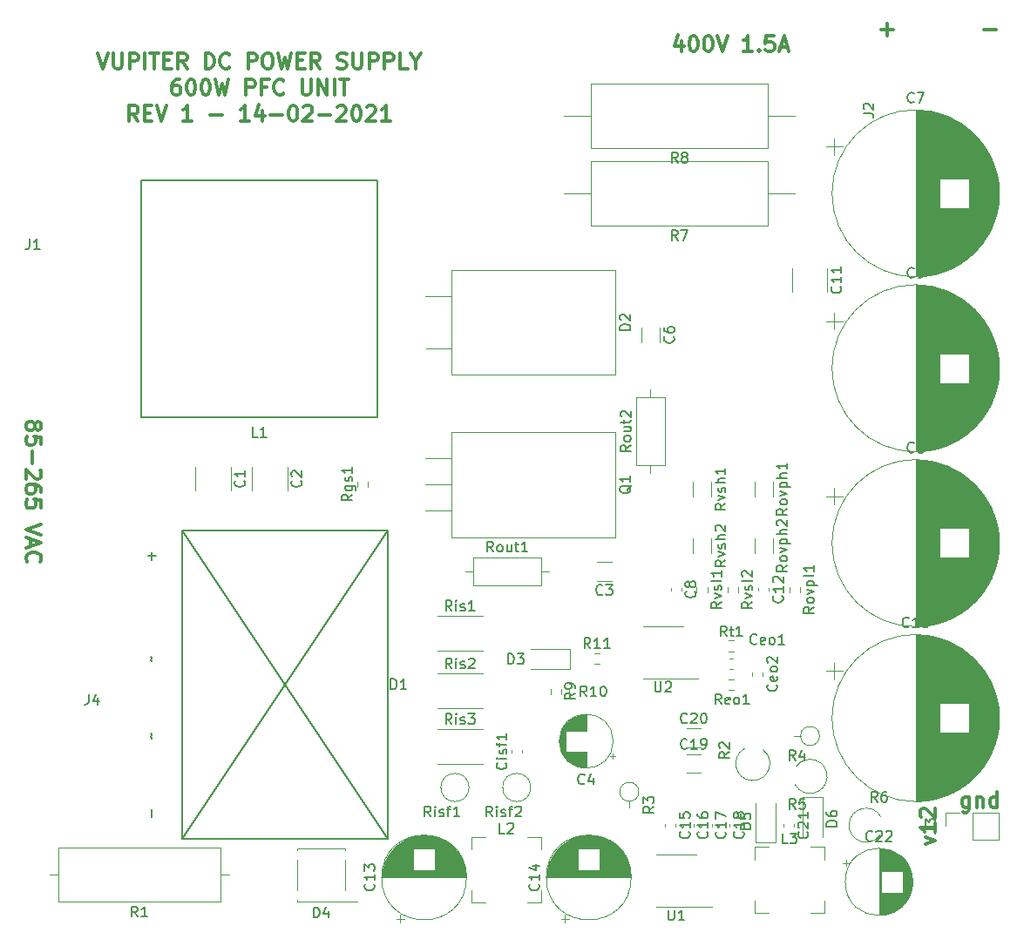
<source format=gbr>
%TF.GenerationSoftware,KiCad,Pcbnew,5.1.9-73d0e3b20d~88~ubuntu20.04.1*%
%TF.CreationDate,2021-03-11T22:23:18-06:00*%
%TF.ProjectId,pfc,7066632e-6b69-4636-9164-5f7063625858,rev?*%
%TF.SameCoordinates,Original*%
%TF.FileFunction,Legend,Top*%
%TF.FilePolarity,Positive*%
%FSLAX46Y46*%
G04 Gerber Fmt 4.6, Leading zero omitted, Abs format (unit mm)*
G04 Created by KiCad (PCBNEW 5.1.9-73d0e3b20d~88~ubuntu20.04.1) date 2021-03-11 22:23:18*
%MOMM*%
%LPD*%
G01*
G04 APERTURE LIST*
%ADD10C,0.300000*%
%ADD11C,0.120000*%
%ADD12C,0.150000*%
G04 APERTURE END LIST*
D10*
X111321428Y-55628571D02*
X111821428Y-57128571D01*
X112321428Y-55628571D01*
X112821428Y-55628571D02*
X112821428Y-56842857D01*
X112892857Y-56985714D01*
X112964285Y-57057142D01*
X113107142Y-57128571D01*
X113392857Y-57128571D01*
X113535714Y-57057142D01*
X113607142Y-56985714D01*
X113678571Y-56842857D01*
X113678571Y-55628571D01*
X114392857Y-57128571D02*
X114392857Y-55628571D01*
X114964285Y-55628571D01*
X115107142Y-55700000D01*
X115178571Y-55771428D01*
X115250000Y-55914285D01*
X115250000Y-56128571D01*
X115178571Y-56271428D01*
X115107142Y-56342857D01*
X114964285Y-56414285D01*
X114392857Y-56414285D01*
X115892857Y-57128571D02*
X115892857Y-55628571D01*
X116392857Y-55628571D02*
X117250000Y-55628571D01*
X116821428Y-57128571D02*
X116821428Y-55628571D01*
X117750000Y-56342857D02*
X118250000Y-56342857D01*
X118464285Y-57128571D02*
X117750000Y-57128571D01*
X117750000Y-55628571D01*
X118464285Y-55628571D01*
X119964285Y-57128571D02*
X119464285Y-56414285D01*
X119107142Y-57128571D02*
X119107142Y-55628571D01*
X119678571Y-55628571D01*
X119821428Y-55700000D01*
X119892857Y-55771428D01*
X119964285Y-55914285D01*
X119964285Y-56128571D01*
X119892857Y-56271428D01*
X119821428Y-56342857D01*
X119678571Y-56414285D01*
X119107142Y-56414285D01*
X121750000Y-57128571D02*
X121750000Y-55628571D01*
X122107142Y-55628571D01*
X122321428Y-55700000D01*
X122464285Y-55842857D01*
X122535714Y-55985714D01*
X122607142Y-56271428D01*
X122607142Y-56485714D01*
X122535714Y-56771428D01*
X122464285Y-56914285D01*
X122321428Y-57057142D01*
X122107142Y-57128571D01*
X121750000Y-57128571D01*
X124107142Y-56985714D02*
X124035714Y-57057142D01*
X123821428Y-57128571D01*
X123678571Y-57128571D01*
X123464285Y-57057142D01*
X123321428Y-56914285D01*
X123250000Y-56771428D01*
X123178571Y-56485714D01*
X123178571Y-56271428D01*
X123250000Y-55985714D01*
X123321428Y-55842857D01*
X123464285Y-55700000D01*
X123678571Y-55628571D01*
X123821428Y-55628571D01*
X124035714Y-55700000D01*
X124107142Y-55771428D01*
X125892857Y-57128571D02*
X125892857Y-55628571D01*
X126464285Y-55628571D01*
X126607142Y-55700000D01*
X126678571Y-55771428D01*
X126750000Y-55914285D01*
X126750000Y-56128571D01*
X126678571Y-56271428D01*
X126607142Y-56342857D01*
X126464285Y-56414285D01*
X125892857Y-56414285D01*
X127678571Y-55628571D02*
X127964285Y-55628571D01*
X128107142Y-55700000D01*
X128250000Y-55842857D01*
X128321428Y-56128571D01*
X128321428Y-56628571D01*
X128250000Y-56914285D01*
X128107142Y-57057142D01*
X127964285Y-57128571D01*
X127678571Y-57128571D01*
X127535714Y-57057142D01*
X127392857Y-56914285D01*
X127321428Y-56628571D01*
X127321428Y-56128571D01*
X127392857Y-55842857D01*
X127535714Y-55700000D01*
X127678571Y-55628571D01*
X128821428Y-55628571D02*
X129178571Y-57128571D01*
X129464285Y-56057142D01*
X129750000Y-57128571D01*
X130107142Y-55628571D01*
X130678571Y-56342857D02*
X131178571Y-56342857D01*
X131392857Y-57128571D02*
X130678571Y-57128571D01*
X130678571Y-55628571D01*
X131392857Y-55628571D01*
X132892857Y-57128571D02*
X132392857Y-56414285D01*
X132035714Y-57128571D02*
X132035714Y-55628571D01*
X132607142Y-55628571D01*
X132750000Y-55700000D01*
X132821428Y-55771428D01*
X132892857Y-55914285D01*
X132892857Y-56128571D01*
X132821428Y-56271428D01*
X132750000Y-56342857D01*
X132607142Y-56414285D01*
X132035714Y-56414285D01*
X134607142Y-57057142D02*
X134821428Y-57128571D01*
X135178571Y-57128571D01*
X135321428Y-57057142D01*
X135392857Y-56985714D01*
X135464285Y-56842857D01*
X135464285Y-56700000D01*
X135392857Y-56557142D01*
X135321428Y-56485714D01*
X135178571Y-56414285D01*
X134892857Y-56342857D01*
X134750000Y-56271428D01*
X134678571Y-56200000D01*
X134607142Y-56057142D01*
X134607142Y-55914285D01*
X134678571Y-55771428D01*
X134750000Y-55700000D01*
X134892857Y-55628571D01*
X135250000Y-55628571D01*
X135464285Y-55700000D01*
X136107142Y-55628571D02*
X136107142Y-56842857D01*
X136178571Y-56985714D01*
X136250000Y-57057142D01*
X136392857Y-57128571D01*
X136678571Y-57128571D01*
X136821428Y-57057142D01*
X136892857Y-56985714D01*
X136964285Y-56842857D01*
X136964285Y-55628571D01*
X137678571Y-57128571D02*
X137678571Y-55628571D01*
X138250000Y-55628571D01*
X138392857Y-55700000D01*
X138464285Y-55771428D01*
X138535714Y-55914285D01*
X138535714Y-56128571D01*
X138464285Y-56271428D01*
X138392857Y-56342857D01*
X138250000Y-56414285D01*
X137678571Y-56414285D01*
X139178571Y-57128571D02*
X139178571Y-55628571D01*
X139750000Y-55628571D01*
X139892857Y-55700000D01*
X139964285Y-55771428D01*
X140035714Y-55914285D01*
X140035714Y-56128571D01*
X139964285Y-56271428D01*
X139892857Y-56342857D01*
X139750000Y-56414285D01*
X139178571Y-56414285D01*
X141392857Y-57128571D02*
X140678571Y-57128571D01*
X140678571Y-55628571D01*
X142178571Y-56414285D02*
X142178571Y-57128571D01*
X141678571Y-55628571D02*
X142178571Y-56414285D01*
X142678571Y-55628571D01*
X119214285Y-58178571D02*
X118928571Y-58178571D01*
X118785714Y-58250000D01*
X118714285Y-58321428D01*
X118571428Y-58535714D01*
X118500000Y-58821428D01*
X118500000Y-59392857D01*
X118571428Y-59535714D01*
X118642857Y-59607142D01*
X118785714Y-59678571D01*
X119071428Y-59678571D01*
X119214285Y-59607142D01*
X119285714Y-59535714D01*
X119357142Y-59392857D01*
X119357142Y-59035714D01*
X119285714Y-58892857D01*
X119214285Y-58821428D01*
X119071428Y-58750000D01*
X118785714Y-58750000D01*
X118642857Y-58821428D01*
X118571428Y-58892857D01*
X118500000Y-59035714D01*
X120285714Y-58178571D02*
X120428571Y-58178571D01*
X120571428Y-58250000D01*
X120642857Y-58321428D01*
X120714285Y-58464285D01*
X120785714Y-58750000D01*
X120785714Y-59107142D01*
X120714285Y-59392857D01*
X120642857Y-59535714D01*
X120571428Y-59607142D01*
X120428571Y-59678571D01*
X120285714Y-59678571D01*
X120142857Y-59607142D01*
X120071428Y-59535714D01*
X120000000Y-59392857D01*
X119928571Y-59107142D01*
X119928571Y-58750000D01*
X120000000Y-58464285D01*
X120071428Y-58321428D01*
X120142857Y-58250000D01*
X120285714Y-58178571D01*
X121714285Y-58178571D02*
X121857142Y-58178571D01*
X122000000Y-58250000D01*
X122071428Y-58321428D01*
X122142857Y-58464285D01*
X122214285Y-58750000D01*
X122214285Y-59107142D01*
X122142857Y-59392857D01*
X122071428Y-59535714D01*
X122000000Y-59607142D01*
X121857142Y-59678571D01*
X121714285Y-59678571D01*
X121571428Y-59607142D01*
X121500000Y-59535714D01*
X121428571Y-59392857D01*
X121357142Y-59107142D01*
X121357142Y-58750000D01*
X121428571Y-58464285D01*
X121500000Y-58321428D01*
X121571428Y-58250000D01*
X121714285Y-58178571D01*
X122714285Y-58178571D02*
X123071428Y-59678571D01*
X123357142Y-58607142D01*
X123642857Y-59678571D01*
X124000000Y-58178571D01*
X125714285Y-59678571D02*
X125714285Y-58178571D01*
X126285714Y-58178571D01*
X126428571Y-58250000D01*
X126500000Y-58321428D01*
X126571428Y-58464285D01*
X126571428Y-58678571D01*
X126500000Y-58821428D01*
X126428571Y-58892857D01*
X126285714Y-58964285D01*
X125714285Y-58964285D01*
X127714285Y-58892857D02*
X127214285Y-58892857D01*
X127214285Y-59678571D02*
X127214285Y-58178571D01*
X127928571Y-58178571D01*
X129357142Y-59535714D02*
X129285714Y-59607142D01*
X129071428Y-59678571D01*
X128928571Y-59678571D01*
X128714285Y-59607142D01*
X128571428Y-59464285D01*
X128500000Y-59321428D01*
X128428571Y-59035714D01*
X128428571Y-58821428D01*
X128500000Y-58535714D01*
X128571428Y-58392857D01*
X128714285Y-58250000D01*
X128928571Y-58178571D01*
X129071428Y-58178571D01*
X129285714Y-58250000D01*
X129357142Y-58321428D01*
X131142857Y-58178571D02*
X131142857Y-59392857D01*
X131214285Y-59535714D01*
X131285714Y-59607142D01*
X131428571Y-59678571D01*
X131714285Y-59678571D01*
X131857142Y-59607142D01*
X131928571Y-59535714D01*
X132000000Y-59392857D01*
X132000000Y-58178571D01*
X132714285Y-59678571D02*
X132714285Y-58178571D01*
X133571428Y-59678571D01*
X133571428Y-58178571D01*
X134285714Y-59678571D02*
X134285714Y-58178571D01*
X134785714Y-58178571D02*
X135642857Y-58178571D01*
X135214285Y-59678571D02*
X135214285Y-58178571D01*
X115214285Y-62228571D02*
X114714285Y-61514285D01*
X114357142Y-62228571D02*
X114357142Y-60728571D01*
X114928571Y-60728571D01*
X115071428Y-60800000D01*
X115142857Y-60871428D01*
X115214285Y-61014285D01*
X115214285Y-61228571D01*
X115142857Y-61371428D01*
X115071428Y-61442857D01*
X114928571Y-61514285D01*
X114357142Y-61514285D01*
X115857142Y-61442857D02*
X116357142Y-61442857D01*
X116571428Y-62228571D02*
X115857142Y-62228571D01*
X115857142Y-60728571D01*
X116571428Y-60728571D01*
X117000000Y-60728571D02*
X117500000Y-62228571D01*
X118000000Y-60728571D01*
X120428571Y-62228571D02*
X119571428Y-62228571D01*
X120000000Y-62228571D02*
X120000000Y-60728571D01*
X119857142Y-60942857D01*
X119714285Y-61085714D01*
X119571428Y-61157142D01*
X122214285Y-61657142D02*
X123357142Y-61657142D01*
X126000000Y-62228571D02*
X125142857Y-62228571D01*
X125571428Y-62228571D02*
X125571428Y-60728571D01*
X125428571Y-60942857D01*
X125285714Y-61085714D01*
X125142857Y-61157142D01*
X127285714Y-61228571D02*
X127285714Y-62228571D01*
X126928571Y-60657142D02*
X126571428Y-61728571D01*
X127500000Y-61728571D01*
X128071428Y-61657142D02*
X129214285Y-61657142D01*
X130214285Y-60728571D02*
X130357142Y-60728571D01*
X130500000Y-60800000D01*
X130571428Y-60871428D01*
X130642857Y-61014285D01*
X130714285Y-61300000D01*
X130714285Y-61657142D01*
X130642857Y-61942857D01*
X130571428Y-62085714D01*
X130500000Y-62157142D01*
X130357142Y-62228571D01*
X130214285Y-62228571D01*
X130071428Y-62157142D01*
X130000000Y-62085714D01*
X129928571Y-61942857D01*
X129857142Y-61657142D01*
X129857142Y-61300000D01*
X129928571Y-61014285D01*
X130000000Y-60871428D01*
X130071428Y-60800000D01*
X130214285Y-60728571D01*
X131285714Y-60871428D02*
X131357142Y-60800000D01*
X131500000Y-60728571D01*
X131857142Y-60728571D01*
X132000000Y-60800000D01*
X132071428Y-60871428D01*
X132142857Y-61014285D01*
X132142857Y-61157142D01*
X132071428Y-61371428D01*
X131214285Y-62228571D01*
X132142857Y-62228571D01*
X132785714Y-61657142D02*
X133928571Y-61657142D01*
X134571428Y-60871428D02*
X134642857Y-60800000D01*
X134785714Y-60728571D01*
X135142857Y-60728571D01*
X135285714Y-60800000D01*
X135357142Y-60871428D01*
X135428571Y-61014285D01*
X135428571Y-61157142D01*
X135357142Y-61371428D01*
X134500000Y-62228571D01*
X135428571Y-62228571D01*
X136357142Y-60728571D02*
X136500000Y-60728571D01*
X136642857Y-60800000D01*
X136714285Y-60871428D01*
X136785714Y-61014285D01*
X136857142Y-61300000D01*
X136857142Y-61657142D01*
X136785714Y-61942857D01*
X136714285Y-62085714D01*
X136642857Y-62157142D01*
X136500000Y-62228571D01*
X136357142Y-62228571D01*
X136214285Y-62157142D01*
X136142857Y-62085714D01*
X136071428Y-61942857D01*
X136000000Y-61657142D01*
X136000000Y-61300000D01*
X136071428Y-61014285D01*
X136142857Y-60871428D01*
X136214285Y-60800000D01*
X136357142Y-60728571D01*
X137428571Y-60871428D02*
X137500000Y-60800000D01*
X137642857Y-60728571D01*
X138000000Y-60728571D01*
X138142857Y-60800000D01*
X138214285Y-60871428D01*
X138285714Y-61014285D01*
X138285714Y-61157142D01*
X138214285Y-61371428D01*
X137357142Y-62228571D01*
X138285714Y-62228571D01*
X139714285Y-62228571D02*
X138857142Y-62228571D01*
X139285714Y-62228571D02*
X139285714Y-60728571D01*
X139142857Y-60942857D01*
X139000000Y-61085714D01*
X138857142Y-61157142D01*
X197428571Y-53357142D02*
X198571428Y-53357142D01*
X187428571Y-53357142D02*
X188571428Y-53357142D01*
X188000000Y-53928571D02*
X188000000Y-52785714D01*
X168036285Y-54457571D02*
X168036285Y-55457571D01*
X167679142Y-53886142D02*
X167322000Y-54957571D01*
X168250571Y-54957571D01*
X169107714Y-53957571D02*
X169250571Y-53957571D01*
X169393428Y-54029000D01*
X169464857Y-54100428D01*
X169536285Y-54243285D01*
X169607714Y-54529000D01*
X169607714Y-54886142D01*
X169536285Y-55171857D01*
X169464857Y-55314714D01*
X169393428Y-55386142D01*
X169250571Y-55457571D01*
X169107714Y-55457571D01*
X168964857Y-55386142D01*
X168893428Y-55314714D01*
X168822000Y-55171857D01*
X168750571Y-54886142D01*
X168750571Y-54529000D01*
X168822000Y-54243285D01*
X168893428Y-54100428D01*
X168964857Y-54029000D01*
X169107714Y-53957571D01*
X170536285Y-53957571D02*
X170679142Y-53957571D01*
X170822000Y-54029000D01*
X170893428Y-54100428D01*
X170964857Y-54243285D01*
X171036285Y-54529000D01*
X171036285Y-54886142D01*
X170964857Y-55171857D01*
X170893428Y-55314714D01*
X170822000Y-55386142D01*
X170679142Y-55457571D01*
X170536285Y-55457571D01*
X170393428Y-55386142D01*
X170322000Y-55314714D01*
X170250571Y-55171857D01*
X170179142Y-54886142D01*
X170179142Y-54529000D01*
X170250571Y-54243285D01*
X170322000Y-54100428D01*
X170393428Y-54029000D01*
X170536285Y-53957571D01*
X171464857Y-53957571D02*
X171964857Y-55457571D01*
X172464857Y-53957571D01*
X174893428Y-55457571D02*
X174036285Y-55457571D01*
X174464857Y-55457571D02*
X174464857Y-53957571D01*
X174322000Y-54171857D01*
X174179142Y-54314714D01*
X174036285Y-54386142D01*
X175536285Y-55314714D02*
X175607714Y-55386142D01*
X175536285Y-55457571D01*
X175464857Y-55386142D01*
X175536285Y-55314714D01*
X175536285Y-55457571D01*
X176964857Y-53957571D02*
X176250571Y-53957571D01*
X176179142Y-54671857D01*
X176250571Y-54600428D01*
X176393428Y-54529000D01*
X176750571Y-54529000D01*
X176893428Y-54600428D01*
X176964857Y-54671857D01*
X177036285Y-54814714D01*
X177036285Y-55171857D01*
X176964857Y-55314714D01*
X176893428Y-55386142D01*
X176750571Y-55457571D01*
X176393428Y-55457571D01*
X176250571Y-55386142D01*
X176179142Y-55314714D01*
X177607714Y-55029000D02*
X178322000Y-55029000D01*
X177464857Y-55457571D02*
X177964857Y-53957571D01*
X178464857Y-55457571D01*
X105178571Y-91714285D02*
X105250000Y-91571428D01*
X105321428Y-91500000D01*
X105464285Y-91428571D01*
X105535714Y-91428571D01*
X105678571Y-91500000D01*
X105750000Y-91571428D01*
X105821428Y-91714285D01*
X105821428Y-92000000D01*
X105750000Y-92142857D01*
X105678571Y-92214285D01*
X105535714Y-92285714D01*
X105464285Y-92285714D01*
X105321428Y-92214285D01*
X105250000Y-92142857D01*
X105178571Y-92000000D01*
X105178571Y-91714285D01*
X105107142Y-91571428D01*
X105035714Y-91500000D01*
X104892857Y-91428571D01*
X104607142Y-91428571D01*
X104464285Y-91500000D01*
X104392857Y-91571428D01*
X104321428Y-91714285D01*
X104321428Y-92000000D01*
X104392857Y-92142857D01*
X104464285Y-92214285D01*
X104607142Y-92285714D01*
X104892857Y-92285714D01*
X105035714Y-92214285D01*
X105107142Y-92142857D01*
X105178571Y-92000000D01*
X105821428Y-93642857D02*
X105821428Y-92928571D01*
X105107142Y-92857142D01*
X105178571Y-92928571D01*
X105250000Y-93071428D01*
X105250000Y-93428571D01*
X105178571Y-93571428D01*
X105107142Y-93642857D01*
X104964285Y-93714285D01*
X104607142Y-93714285D01*
X104464285Y-93642857D01*
X104392857Y-93571428D01*
X104321428Y-93428571D01*
X104321428Y-93071428D01*
X104392857Y-92928571D01*
X104464285Y-92857142D01*
X104892857Y-94357142D02*
X104892857Y-95500000D01*
X105678571Y-96142857D02*
X105750000Y-96214285D01*
X105821428Y-96357142D01*
X105821428Y-96714285D01*
X105750000Y-96857142D01*
X105678571Y-96928571D01*
X105535714Y-97000000D01*
X105392857Y-97000000D01*
X105178571Y-96928571D01*
X104321428Y-96071428D01*
X104321428Y-97000000D01*
X105821428Y-98285714D02*
X105821428Y-98000000D01*
X105750000Y-97857142D01*
X105678571Y-97785714D01*
X105464285Y-97642857D01*
X105178571Y-97571428D01*
X104607142Y-97571428D01*
X104464285Y-97642857D01*
X104392857Y-97714285D01*
X104321428Y-97857142D01*
X104321428Y-98142857D01*
X104392857Y-98285714D01*
X104464285Y-98357142D01*
X104607142Y-98428571D01*
X104964285Y-98428571D01*
X105107142Y-98357142D01*
X105178571Y-98285714D01*
X105250000Y-98142857D01*
X105250000Y-97857142D01*
X105178571Y-97714285D01*
X105107142Y-97642857D01*
X104964285Y-97571428D01*
X105821428Y-99785714D02*
X105821428Y-99071428D01*
X105107142Y-99000000D01*
X105178571Y-99071428D01*
X105250000Y-99214285D01*
X105250000Y-99571428D01*
X105178571Y-99714285D01*
X105107142Y-99785714D01*
X104964285Y-99857142D01*
X104607142Y-99857142D01*
X104464285Y-99785714D01*
X104392857Y-99714285D01*
X104321428Y-99571428D01*
X104321428Y-99214285D01*
X104392857Y-99071428D01*
X104464285Y-99000000D01*
X105821428Y-101428571D02*
X104321428Y-101928571D01*
X105821428Y-102428571D01*
X104750000Y-102857142D02*
X104750000Y-103571428D01*
X104321428Y-102714285D02*
X105821428Y-103214285D01*
X104321428Y-103714285D01*
X104464285Y-105071428D02*
X104392857Y-105000000D01*
X104321428Y-104785714D01*
X104321428Y-104642857D01*
X104392857Y-104428571D01*
X104535714Y-104285714D01*
X104678571Y-104214285D01*
X104964285Y-104142857D01*
X105178571Y-104142857D01*
X105464285Y-104214285D01*
X105607142Y-104285714D01*
X105750000Y-104428571D01*
X105821428Y-104642857D01*
X105821428Y-104785714D01*
X105750000Y-105000000D01*
X105678571Y-105071428D01*
X195964285Y-127928571D02*
X195964285Y-129142857D01*
X195892857Y-129285714D01*
X195821428Y-129357142D01*
X195678571Y-129428571D01*
X195464285Y-129428571D01*
X195321428Y-129357142D01*
X195964285Y-128857142D02*
X195821428Y-128928571D01*
X195535714Y-128928571D01*
X195392857Y-128857142D01*
X195321428Y-128785714D01*
X195250000Y-128642857D01*
X195250000Y-128214285D01*
X195321428Y-128071428D01*
X195392857Y-128000000D01*
X195535714Y-127928571D01*
X195821428Y-127928571D01*
X195964285Y-128000000D01*
X196678571Y-127928571D02*
X196678571Y-128928571D01*
X196678571Y-128071428D02*
X196750000Y-128000000D01*
X196892857Y-127928571D01*
X197107142Y-127928571D01*
X197250000Y-128000000D01*
X197321428Y-128142857D01*
X197321428Y-128928571D01*
X198678571Y-128928571D02*
X198678571Y-127428571D01*
X198678571Y-128857142D02*
X198535714Y-128928571D01*
X198250000Y-128928571D01*
X198107142Y-128857142D01*
X198035714Y-128785714D01*
X197964285Y-128642857D01*
X197964285Y-128214285D01*
X198035714Y-128071428D01*
X198107142Y-128000000D01*
X198250000Y-127928571D01*
X198535714Y-127928571D01*
X198678571Y-128000000D01*
X191678571Y-132535714D02*
X192678571Y-132178571D01*
X191678571Y-131821428D01*
X192678571Y-130464285D02*
X192678571Y-131321428D01*
X192678571Y-130892857D02*
X191178571Y-130892857D01*
X191392857Y-131035714D01*
X191535714Y-131178571D01*
X191607142Y-131321428D01*
X191321428Y-129892857D02*
X191250000Y-129821428D01*
X191178571Y-129678571D01*
X191178571Y-129321428D01*
X191250000Y-129178571D01*
X191321428Y-129107142D01*
X191464285Y-129035714D01*
X191607142Y-129035714D01*
X191821428Y-129107142D01*
X192678571Y-129964285D01*
X192678571Y-129035714D01*
D11*
%TO.C,R10*%
X158122500Y-117879725D02*
X158122500Y-117370277D01*
X157077500Y-117879725D02*
X157077500Y-117370277D01*
%TO.C,R9*%
X155277500Y-117395276D02*
X155277500Y-117904724D01*
X156322500Y-117395276D02*
X156322500Y-117904724D01*
%TO.C,R4*%
X181420000Y-122000000D02*
G75*
G03*
X181420000Y-122000000I-920000J0D01*
G01*
X179580000Y-122000000D02*
X178960000Y-122000000D01*
%TO.C,R3*%
X163860000Y-127420000D02*
G75*
G03*
X163860000Y-127420000I-920000J0D01*
G01*
X162940000Y-128340000D02*
X162940000Y-128960000D01*
%TO.C,Rout2*%
X163630000Y-95641000D02*
X166370000Y-95641000D01*
X166370000Y-95641000D02*
X166370000Y-89101000D01*
X166370000Y-89101000D02*
X163630000Y-89101000D01*
X163630000Y-89101000D02*
X163630000Y-95641000D01*
X165000000Y-96411000D02*
X165000000Y-95641000D01*
X165000000Y-88331000D02*
X165000000Y-89101000D01*
%TO.C,Rout1*%
X147810000Y-104630000D02*
X147810000Y-107370000D01*
X147810000Y-107370000D02*
X154350000Y-107370000D01*
X154350000Y-107370000D02*
X154350000Y-104630000D01*
X154350000Y-104630000D02*
X147810000Y-104630000D01*
X147040000Y-106000000D02*
X147810000Y-106000000D01*
X155120000Y-106000000D02*
X154350000Y-106000000D01*
%TO.C,U1*%
X167488000Y-133499000D02*
X165538000Y-133499000D01*
X167488000Y-133499000D02*
X169438000Y-133499000D01*
X167488000Y-138619000D02*
X165538000Y-138619000D01*
X167488000Y-138619000D02*
X170938000Y-138619000D01*
%TO.C,Q1*%
X145690000Y-92420000D02*
X145690000Y-102660000D01*
X161580000Y-92420000D02*
X161580000Y-102660000D01*
X161580000Y-92420000D02*
X145690000Y-92420000D01*
X161580000Y-102660000D02*
X145690000Y-102660000D01*
X145690000Y-95000000D02*
X143150000Y-95000000D01*
X145690000Y-97540000D02*
X143150000Y-97540000D01*
X145690000Y-100080000D02*
X143150000Y-100080000D01*
%TO.C,U2*%
X166206800Y-111299400D02*
X164256800Y-111299400D01*
X166206800Y-111299400D02*
X168156800Y-111299400D01*
X166206800Y-116419400D02*
X164256800Y-116419400D01*
X166206800Y-116419400D02*
X169656800Y-116419400D01*
%TO.C,Rvsl2*%
X173522500Y-107495276D02*
X173522500Y-108004724D01*
X172477500Y-107495276D02*
X172477500Y-108004724D01*
%TO.C,Rvsl1*%
X170522500Y-107495276D02*
X170522500Y-108004724D01*
X169477500Y-107495276D02*
X169477500Y-108004724D01*
%TO.C,Rvsh2*%
X170910000Y-102772936D02*
X170910000Y-104227064D01*
X169090000Y-102772936D02*
X169090000Y-104227064D01*
%TO.C,Rvsh1*%
X170910000Y-97272936D02*
X170910000Y-98727064D01*
X169090000Y-97272936D02*
X169090000Y-98727064D01*
%TO.C,Rt1*%
X173095724Y-113772500D02*
X172586276Y-113772500D01*
X173095724Y-112727500D02*
X172586276Y-112727500D01*
%TO.C,Rovpl1*%
X179522500Y-107495276D02*
X179522500Y-108004724D01*
X178477500Y-107495276D02*
X178477500Y-108004724D01*
%TO.C,Rovph2*%
X176910000Y-102772936D02*
X176910000Y-104227064D01*
X175090000Y-102772936D02*
X175090000Y-104227064D01*
%TO.C,Rovph1*%
X176910000Y-97272936D02*
X176910000Y-98727064D01*
X175090000Y-97272936D02*
X175090000Y-98727064D01*
%TO.C,R11*%
X159545276Y-113927500D02*
X160054724Y-113927500D01*
X159545276Y-114972500D02*
X160054724Y-114972500D01*
%TO.C,Risf2*%
X153370000Y-127000000D02*
G75*
G03*
X153370000Y-127000000I-1370000J0D01*
G01*
X150630000Y-127000000D02*
X150560000Y-127000000D01*
%TO.C,Risf1*%
X147370000Y-127000000D02*
G75*
G03*
X147370000Y-127000000I-1370000J0D01*
G01*
X144630000Y-127000000D02*
X144560000Y-127000000D01*
%TO.C,Ris3*%
X144322936Y-121290000D02*
X148677064Y-121290000D01*
X144322936Y-124710000D02*
X148677064Y-124710000D01*
%TO.C,Ris2*%
X144322936Y-115890000D02*
X148677064Y-115890000D01*
X144322936Y-119310000D02*
X148677064Y-119310000D01*
%TO.C,Ris1*%
X144322936Y-110290000D02*
X148677064Y-110290000D01*
X144322936Y-113710000D02*
X148677064Y-113710000D01*
%TO.C,Rgs1*%
X136477500Y-97754724D02*
X136477500Y-97245276D01*
X137522500Y-97754724D02*
X137522500Y-97245276D01*
%TO.C,Reo1*%
X172586276Y-116477500D02*
X173095724Y-116477500D01*
X172586276Y-117522500D02*
X173095724Y-117522500D01*
%TO.C,R8*%
X176420000Y-64820000D02*
X176420000Y-58580000D01*
X176420000Y-58580000D02*
X159180000Y-58580000D01*
X159180000Y-58580000D02*
X159180000Y-64820000D01*
X159180000Y-64820000D02*
X176420000Y-64820000D01*
X179060000Y-61700000D02*
X176420000Y-61700000D01*
X156540000Y-61700000D02*
X159180000Y-61700000D01*
%TO.C,R7*%
X176420000Y-72370000D02*
X176420000Y-66130000D01*
X176420000Y-66130000D02*
X159180000Y-66130000D01*
X159180000Y-66130000D02*
X159180000Y-72370000D01*
X159180000Y-72370000D02*
X176420000Y-72370000D01*
X179060000Y-69250000D02*
X176420000Y-69250000D01*
X156540000Y-69250000D02*
X159180000Y-69250000D01*
%TO.C,R6*%
X187284775Y-131641380D02*
G75*
G02*
X187393272Y-129870000I-1344775J971380D01*
G01*
%TO.C,R5*%
X179155225Y-124948620D02*
G75*
G02*
X179046728Y-126720000I1344775J-971380D01*
G01*
%TO.C,R2*%
X175911380Y-123325225D02*
G75*
G02*
X174140000Y-123216728I-971380J-1344775D01*
G01*
%TO.C,R1*%
X123210000Y-138120000D02*
X123210000Y-132880000D01*
X123210000Y-132880000D02*
X107470000Y-132880000D01*
X107470000Y-132880000D02*
X107470000Y-138120000D01*
X107470000Y-138120000D02*
X123210000Y-138120000D01*
X124060000Y-135500000D02*
X123210000Y-135500000D01*
X106620000Y-135500000D02*
X107470000Y-135500000D01*
%TO.C,L3*%
X181900000Y-139200000D02*
X181900000Y-138000000D01*
X181900000Y-139200000D02*
X180500000Y-139200000D01*
X175100000Y-139200000D02*
X176500000Y-139200000D01*
X175100000Y-139200000D02*
X175100000Y-138000000D01*
X175100000Y-132800000D02*
X175100000Y-134000000D01*
X181900000Y-132800000D02*
X181900000Y-134000000D01*
X175100000Y-132800000D02*
X176500000Y-132800000D01*
X181900000Y-132800000D02*
X180500000Y-132800000D01*
%TO.C,L2*%
X154400000Y-138200000D02*
X154400000Y-137000000D01*
X154400000Y-138200000D02*
X153000000Y-138200000D01*
X147600000Y-138200000D02*
X149000000Y-138200000D01*
X147600000Y-138200000D02*
X147600000Y-137000000D01*
X147600000Y-131800000D02*
X147600000Y-133000000D01*
X154400000Y-131800000D02*
X154400000Y-133000000D01*
X147600000Y-131800000D02*
X149000000Y-131800000D01*
X154400000Y-131800000D02*
X153000000Y-131800000D01*
%TO.C,J3*%
X196270000Y-132080000D02*
X196270000Y-129420000D01*
X196270000Y-132080000D02*
X198870000Y-132080000D01*
X198870000Y-132080000D02*
X198870000Y-129420000D01*
X196270000Y-129420000D02*
X198870000Y-129420000D01*
X193670000Y-129420000D02*
X195000000Y-129420000D01*
X193670000Y-130750000D02*
X193670000Y-129420000D01*
%TO.C,D6*%
X181750000Y-127970000D02*
X179750000Y-127970000D01*
X179750000Y-127970000D02*
X179750000Y-131820000D01*
X181750000Y-127970000D02*
X181750000Y-131820000D01*
%TO.C,D5*%
X175190000Y-132370000D02*
X177190000Y-132370000D01*
X177190000Y-132370000D02*
X177190000Y-128520000D01*
X175190000Y-132370000D02*
X175190000Y-128520000D01*
%TO.C,D4*%
X130700000Y-137900000D02*
X130700000Y-138100000D01*
X130700000Y-138100000D02*
X136500000Y-138100000D01*
X130700000Y-133100000D02*
X130700000Y-132900000D01*
X130700000Y-132900000D02*
X135300000Y-132900000D01*
X135300000Y-132900000D02*
X135300000Y-133100000D01*
X130700000Y-137000000D02*
X130700000Y-134000000D01*
X135300000Y-134000000D02*
X135300000Y-137000000D01*
%TO.C,D3*%
X157200000Y-115500000D02*
X157200000Y-113500000D01*
X157200000Y-113500000D02*
X153350000Y-113500000D01*
X157200000Y-115500000D02*
X153350000Y-115500000D01*
%TO.C,D2*%
X145690000Y-76670000D02*
X145690000Y-86910000D01*
X161580000Y-76670000D02*
X161580000Y-86910000D01*
X161580000Y-76670000D02*
X145690000Y-76670000D01*
X161580000Y-86910000D02*
X145690000Y-86910000D01*
X145690000Y-79250000D02*
X143150000Y-79250000D01*
X145690000Y-84330000D02*
X143165000Y-84330000D01*
%TO.C,Cisf1*%
X151490000Y-123646267D02*
X151490000Y-123353733D01*
X152510000Y-123646267D02*
X152510000Y-123353733D01*
%TO.C,Ceo2*%
X174831000Y-116146267D02*
X174831000Y-115853733D01*
X175851000Y-116146267D02*
X175851000Y-115853733D01*
%TO.C,Ceo1*%
X172694733Y-114490000D02*
X172987267Y-114490000D01*
X172694733Y-115510000D02*
X172987267Y-115510000D01*
%TO.C,C22*%
X190460000Y-136170000D02*
G75*
G03*
X190460000Y-136170000I-3270000J0D01*
G01*
X187190000Y-132940000D02*
X187190000Y-139400000D01*
X187230000Y-132940000D02*
X187230000Y-139400000D01*
X187270000Y-132940000D02*
X187270000Y-139400000D01*
X187310000Y-132942000D02*
X187310000Y-139398000D01*
X187350000Y-132943000D02*
X187350000Y-139397000D01*
X187390000Y-132946000D02*
X187390000Y-139394000D01*
X187430000Y-132948000D02*
X187430000Y-135130000D01*
X187430000Y-137210000D02*
X187430000Y-139392000D01*
X187470000Y-132952000D02*
X187470000Y-135130000D01*
X187470000Y-137210000D02*
X187470000Y-139388000D01*
X187510000Y-132955000D02*
X187510000Y-135130000D01*
X187510000Y-137210000D02*
X187510000Y-139385000D01*
X187550000Y-132959000D02*
X187550000Y-135130000D01*
X187550000Y-137210000D02*
X187550000Y-139381000D01*
X187590000Y-132964000D02*
X187590000Y-135130000D01*
X187590000Y-137210000D02*
X187590000Y-139376000D01*
X187630000Y-132969000D02*
X187630000Y-135130000D01*
X187630000Y-137210000D02*
X187630000Y-139371000D01*
X187670000Y-132975000D02*
X187670000Y-135130000D01*
X187670000Y-137210000D02*
X187670000Y-139365000D01*
X187710000Y-132981000D02*
X187710000Y-135130000D01*
X187710000Y-137210000D02*
X187710000Y-139359000D01*
X187750000Y-132988000D02*
X187750000Y-135130000D01*
X187750000Y-137210000D02*
X187750000Y-139352000D01*
X187790000Y-132995000D02*
X187790000Y-135130000D01*
X187790000Y-137210000D02*
X187790000Y-139345000D01*
X187830000Y-133003000D02*
X187830000Y-135130000D01*
X187830000Y-137210000D02*
X187830000Y-139337000D01*
X187870000Y-133011000D02*
X187870000Y-135130000D01*
X187870000Y-137210000D02*
X187870000Y-139329000D01*
X187911000Y-133020000D02*
X187911000Y-135130000D01*
X187911000Y-137210000D02*
X187911000Y-139320000D01*
X187951000Y-133029000D02*
X187951000Y-135130000D01*
X187951000Y-137210000D02*
X187951000Y-139311000D01*
X187991000Y-133039000D02*
X187991000Y-135130000D01*
X187991000Y-137210000D02*
X187991000Y-139301000D01*
X188031000Y-133049000D02*
X188031000Y-135130000D01*
X188031000Y-137210000D02*
X188031000Y-139291000D01*
X188071000Y-133060000D02*
X188071000Y-135130000D01*
X188071000Y-137210000D02*
X188071000Y-139280000D01*
X188111000Y-133072000D02*
X188111000Y-135130000D01*
X188111000Y-137210000D02*
X188111000Y-139268000D01*
X188151000Y-133084000D02*
X188151000Y-135130000D01*
X188151000Y-137210000D02*
X188151000Y-139256000D01*
X188191000Y-133096000D02*
X188191000Y-135130000D01*
X188191000Y-137210000D02*
X188191000Y-139244000D01*
X188231000Y-133109000D02*
X188231000Y-135130000D01*
X188231000Y-137210000D02*
X188231000Y-139231000D01*
X188271000Y-133123000D02*
X188271000Y-135130000D01*
X188271000Y-137210000D02*
X188271000Y-139217000D01*
X188311000Y-133137000D02*
X188311000Y-135130000D01*
X188311000Y-137210000D02*
X188311000Y-139203000D01*
X188351000Y-133152000D02*
X188351000Y-135130000D01*
X188351000Y-137210000D02*
X188351000Y-139188000D01*
X188391000Y-133168000D02*
X188391000Y-135130000D01*
X188391000Y-137210000D02*
X188391000Y-139172000D01*
X188431000Y-133184000D02*
X188431000Y-135130000D01*
X188431000Y-137210000D02*
X188431000Y-139156000D01*
X188471000Y-133200000D02*
X188471000Y-135130000D01*
X188471000Y-137210000D02*
X188471000Y-139140000D01*
X188511000Y-133218000D02*
X188511000Y-135130000D01*
X188511000Y-137210000D02*
X188511000Y-139122000D01*
X188551000Y-133236000D02*
X188551000Y-135130000D01*
X188551000Y-137210000D02*
X188551000Y-139104000D01*
X188591000Y-133254000D02*
X188591000Y-135130000D01*
X188591000Y-137210000D02*
X188591000Y-139086000D01*
X188631000Y-133274000D02*
X188631000Y-135130000D01*
X188631000Y-137210000D02*
X188631000Y-139066000D01*
X188671000Y-133294000D02*
X188671000Y-135130000D01*
X188671000Y-137210000D02*
X188671000Y-139046000D01*
X188711000Y-133314000D02*
X188711000Y-135130000D01*
X188711000Y-137210000D02*
X188711000Y-139026000D01*
X188751000Y-133336000D02*
X188751000Y-135130000D01*
X188751000Y-137210000D02*
X188751000Y-139004000D01*
X188791000Y-133358000D02*
X188791000Y-135130000D01*
X188791000Y-137210000D02*
X188791000Y-138982000D01*
X188831000Y-133380000D02*
X188831000Y-135130000D01*
X188831000Y-137210000D02*
X188831000Y-138960000D01*
X188871000Y-133404000D02*
X188871000Y-135130000D01*
X188871000Y-137210000D02*
X188871000Y-138936000D01*
X188911000Y-133428000D02*
X188911000Y-135130000D01*
X188911000Y-137210000D02*
X188911000Y-138912000D01*
X188951000Y-133454000D02*
X188951000Y-135130000D01*
X188951000Y-137210000D02*
X188951000Y-138886000D01*
X188991000Y-133480000D02*
X188991000Y-135130000D01*
X188991000Y-137210000D02*
X188991000Y-138860000D01*
X189031000Y-133506000D02*
X189031000Y-135130000D01*
X189031000Y-137210000D02*
X189031000Y-138834000D01*
X189071000Y-133534000D02*
X189071000Y-135130000D01*
X189071000Y-137210000D02*
X189071000Y-138806000D01*
X189111000Y-133563000D02*
X189111000Y-135130000D01*
X189111000Y-137210000D02*
X189111000Y-138777000D01*
X189151000Y-133592000D02*
X189151000Y-135130000D01*
X189151000Y-137210000D02*
X189151000Y-138748000D01*
X189191000Y-133622000D02*
X189191000Y-135130000D01*
X189191000Y-137210000D02*
X189191000Y-138718000D01*
X189231000Y-133654000D02*
X189231000Y-135130000D01*
X189231000Y-137210000D02*
X189231000Y-138686000D01*
X189271000Y-133686000D02*
X189271000Y-135130000D01*
X189271000Y-137210000D02*
X189271000Y-138654000D01*
X189311000Y-133720000D02*
X189311000Y-135130000D01*
X189311000Y-137210000D02*
X189311000Y-138620000D01*
X189351000Y-133754000D02*
X189351000Y-135130000D01*
X189351000Y-137210000D02*
X189351000Y-138586000D01*
X189391000Y-133790000D02*
X189391000Y-135130000D01*
X189391000Y-137210000D02*
X189391000Y-138550000D01*
X189431000Y-133827000D02*
X189431000Y-135130000D01*
X189431000Y-137210000D02*
X189431000Y-138513000D01*
X189471000Y-133865000D02*
X189471000Y-135130000D01*
X189471000Y-137210000D02*
X189471000Y-138475000D01*
X189511000Y-133905000D02*
X189511000Y-138435000D01*
X189551000Y-133946000D02*
X189551000Y-138394000D01*
X189591000Y-133988000D02*
X189591000Y-138352000D01*
X189631000Y-134033000D02*
X189631000Y-138307000D01*
X189671000Y-134078000D02*
X189671000Y-138262000D01*
X189711000Y-134126000D02*
X189711000Y-138214000D01*
X189751000Y-134175000D02*
X189751000Y-138165000D01*
X189791000Y-134226000D02*
X189791000Y-138114000D01*
X189831000Y-134280000D02*
X189831000Y-138060000D01*
X189871000Y-134336000D02*
X189871000Y-138004000D01*
X189911000Y-134394000D02*
X189911000Y-137946000D01*
X189951000Y-134456000D02*
X189951000Y-137884000D01*
X189991000Y-134520000D02*
X189991000Y-137820000D01*
X190031000Y-134589000D02*
X190031000Y-137751000D01*
X190071000Y-134661000D02*
X190071000Y-137679000D01*
X190111000Y-134738000D02*
X190111000Y-137602000D01*
X190151000Y-134820000D02*
X190151000Y-137520000D01*
X190191000Y-134908000D02*
X190191000Y-137432000D01*
X190231000Y-135005000D02*
X190231000Y-137335000D01*
X190271000Y-135111000D02*
X190271000Y-137229000D01*
X190311000Y-135230000D02*
X190311000Y-137110000D01*
X190351000Y-135368000D02*
X190351000Y-136972000D01*
X190391000Y-135537000D02*
X190391000Y-136803000D01*
X190431000Y-135768000D02*
X190431000Y-136572000D01*
X183689759Y-134331000D02*
X184319759Y-134331000D01*
X184004759Y-134016000D02*
X184004759Y-134646000D01*
%TO.C,C21*%
X178950000Y-130523733D02*
X178950000Y-130816267D01*
X177930000Y-130523733D02*
X177930000Y-130816267D01*
%TO.C,C20*%
X168478748Y-121260000D02*
X169901252Y-121260000D01*
X168478748Y-123080000D02*
X169901252Y-123080000D01*
%TO.C,C19*%
X168478748Y-123760000D02*
X169901252Y-123760000D01*
X168478748Y-125580000D02*
X169901252Y-125580000D01*
%TO.C,C18*%
X172700000Y-130523733D02*
X172700000Y-130816267D01*
X171680000Y-130523733D02*
X171680000Y-130816267D01*
%TO.C,C17*%
X170950000Y-130523733D02*
X170950000Y-130816267D01*
X169930000Y-130523733D02*
X169930000Y-130816267D01*
%TO.C,C16*%
X169200000Y-130523733D02*
X169200000Y-130816267D01*
X168180000Y-130523733D02*
X168180000Y-130816267D01*
%TO.C,C15*%
X167450000Y-130523733D02*
X167450000Y-130816267D01*
X166430000Y-130523733D02*
X166430000Y-130816267D01*
%TO.C,C14*%
X163120000Y-135750000D02*
G75*
G03*
X163120000Y-135750000I-4120000J0D01*
G01*
X154920000Y-135750000D02*
X163080000Y-135750000D01*
X154920000Y-135710000D02*
X163080000Y-135710000D01*
X154920000Y-135670000D02*
X163080000Y-135670000D01*
X154921000Y-135630000D02*
X163079000Y-135630000D01*
X154923000Y-135590000D02*
X163077000Y-135590000D01*
X154924000Y-135550000D02*
X163076000Y-135550000D01*
X154926000Y-135510000D02*
X163074000Y-135510000D01*
X154929000Y-135470000D02*
X163071000Y-135470000D01*
X154932000Y-135430000D02*
X163068000Y-135430000D01*
X154935000Y-135390000D02*
X163065000Y-135390000D01*
X154939000Y-135350000D02*
X163061000Y-135350000D01*
X154943000Y-135310000D02*
X163057000Y-135310000D01*
X154948000Y-135270000D02*
X163052000Y-135270000D01*
X154952000Y-135230000D02*
X163048000Y-135230000D01*
X154958000Y-135190000D02*
X163042000Y-135190000D01*
X154963000Y-135150000D02*
X163037000Y-135150000D01*
X154970000Y-135110000D02*
X163030000Y-135110000D01*
X154976000Y-135070000D02*
X163024000Y-135070000D01*
X154983000Y-135029000D02*
X157960000Y-135029000D01*
X160040000Y-135029000D02*
X163017000Y-135029000D01*
X154990000Y-134989000D02*
X157960000Y-134989000D01*
X160040000Y-134989000D02*
X163010000Y-134989000D01*
X154998000Y-134949000D02*
X157960000Y-134949000D01*
X160040000Y-134949000D02*
X163002000Y-134949000D01*
X155006000Y-134909000D02*
X157960000Y-134909000D01*
X160040000Y-134909000D02*
X162994000Y-134909000D01*
X155015000Y-134869000D02*
X157960000Y-134869000D01*
X160040000Y-134869000D02*
X162985000Y-134869000D01*
X155024000Y-134829000D02*
X157960000Y-134829000D01*
X160040000Y-134829000D02*
X162976000Y-134829000D01*
X155033000Y-134789000D02*
X157960000Y-134789000D01*
X160040000Y-134789000D02*
X162967000Y-134789000D01*
X155043000Y-134749000D02*
X157960000Y-134749000D01*
X160040000Y-134749000D02*
X162957000Y-134749000D01*
X155053000Y-134709000D02*
X157960000Y-134709000D01*
X160040000Y-134709000D02*
X162947000Y-134709000D01*
X155064000Y-134669000D02*
X157960000Y-134669000D01*
X160040000Y-134669000D02*
X162936000Y-134669000D01*
X155075000Y-134629000D02*
X157960000Y-134629000D01*
X160040000Y-134629000D02*
X162925000Y-134629000D01*
X155086000Y-134589000D02*
X157960000Y-134589000D01*
X160040000Y-134589000D02*
X162914000Y-134589000D01*
X155098000Y-134549000D02*
X157960000Y-134549000D01*
X160040000Y-134549000D02*
X162902000Y-134549000D01*
X155111000Y-134509000D02*
X157960000Y-134509000D01*
X160040000Y-134509000D02*
X162889000Y-134509000D01*
X155123000Y-134469000D02*
X157960000Y-134469000D01*
X160040000Y-134469000D02*
X162877000Y-134469000D01*
X155137000Y-134429000D02*
X157960000Y-134429000D01*
X160040000Y-134429000D02*
X162863000Y-134429000D01*
X155150000Y-134389000D02*
X157960000Y-134389000D01*
X160040000Y-134389000D02*
X162850000Y-134389000D01*
X155165000Y-134349000D02*
X157960000Y-134349000D01*
X160040000Y-134349000D02*
X162835000Y-134349000D01*
X155179000Y-134309000D02*
X157960000Y-134309000D01*
X160040000Y-134309000D02*
X162821000Y-134309000D01*
X155195000Y-134269000D02*
X157960000Y-134269000D01*
X160040000Y-134269000D02*
X162805000Y-134269000D01*
X155210000Y-134229000D02*
X157960000Y-134229000D01*
X160040000Y-134229000D02*
X162790000Y-134229000D01*
X155226000Y-134189000D02*
X157960000Y-134189000D01*
X160040000Y-134189000D02*
X162774000Y-134189000D01*
X155243000Y-134149000D02*
X157960000Y-134149000D01*
X160040000Y-134149000D02*
X162757000Y-134149000D01*
X155260000Y-134109000D02*
X157960000Y-134109000D01*
X160040000Y-134109000D02*
X162740000Y-134109000D01*
X155278000Y-134069000D02*
X157960000Y-134069000D01*
X160040000Y-134069000D02*
X162722000Y-134069000D01*
X155296000Y-134029000D02*
X157960000Y-134029000D01*
X160040000Y-134029000D02*
X162704000Y-134029000D01*
X155314000Y-133989000D02*
X157960000Y-133989000D01*
X160040000Y-133989000D02*
X162686000Y-133989000D01*
X155334000Y-133949000D02*
X157960000Y-133949000D01*
X160040000Y-133949000D02*
X162666000Y-133949000D01*
X155353000Y-133909000D02*
X157960000Y-133909000D01*
X160040000Y-133909000D02*
X162647000Y-133909000D01*
X155373000Y-133869000D02*
X157960000Y-133869000D01*
X160040000Y-133869000D02*
X162627000Y-133869000D01*
X155394000Y-133829000D02*
X157960000Y-133829000D01*
X160040000Y-133829000D02*
X162606000Y-133829000D01*
X155416000Y-133789000D02*
X157960000Y-133789000D01*
X160040000Y-133789000D02*
X162584000Y-133789000D01*
X155438000Y-133749000D02*
X157960000Y-133749000D01*
X160040000Y-133749000D02*
X162562000Y-133749000D01*
X155460000Y-133709000D02*
X157960000Y-133709000D01*
X160040000Y-133709000D02*
X162540000Y-133709000D01*
X155483000Y-133669000D02*
X157960000Y-133669000D01*
X160040000Y-133669000D02*
X162517000Y-133669000D01*
X155507000Y-133629000D02*
X157960000Y-133629000D01*
X160040000Y-133629000D02*
X162493000Y-133629000D01*
X155531000Y-133589000D02*
X157960000Y-133589000D01*
X160040000Y-133589000D02*
X162469000Y-133589000D01*
X155556000Y-133549000D02*
X157960000Y-133549000D01*
X160040000Y-133549000D02*
X162444000Y-133549000D01*
X155582000Y-133509000D02*
X157960000Y-133509000D01*
X160040000Y-133509000D02*
X162418000Y-133509000D01*
X155608000Y-133469000D02*
X157960000Y-133469000D01*
X160040000Y-133469000D02*
X162392000Y-133469000D01*
X155635000Y-133429000D02*
X157960000Y-133429000D01*
X160040000Y-133429000D02*
X162365000Y-133429000D01*
X155662000Y-133389000D02*
X157960000Y-133389000D01*
X160040000Y-133389000D02*
X162338000Y-133389000D01*
X155691000Y-133349000D02*
X157960000Y-133349000D01*
X160040000Y-133349000D02*
X162309000Y-133349000D01*
X155720000Y-133309000D02*
X157960000Y-133309000D01*
X160040000Y-133309000D02*
X162280000Y-133309000D01*
X155750000Y-133269000D02*
X157960000Y-133269000D01*
X160040000Y-133269000D02*
X162250000Y-133269000D01*
X155780000Y-133229000D02*
X157960000Y-133229000D01*
X160040000Y-133229000D02*
X162220000Y-133229000D01*
X155811000Y-133189000D02*
X157960000Y-133189000D01*
X160040000Y-133189000D02*
X162189000Y-133189000D01*
X155844000Y-133149000D02*
X157960000Y-133149000D01*
X160040000Y-133149000D02*
X162156000Y-133149000D01*
X155876000Y-133109000D02*
X157960000Y-133109000D01*
X160040000Y-133109000D02*
X162124000Y-133109000D01*
X155910000Y-133069000D02*
X157960000Y-133069000D01*
X160040000Y-133069000D02*
X162090000Y-133069000D01*
X155945000Y-133029000D02*
X157960000Y-133029000D01*
X160040000Y-133029000D02*
X162055000Y-133029000D01*
X155981000Y-132989000D02*
X157960000Y-132989000D01*
X160040000Y-132989000D02*
X162019000Y-132989000D01*
X156017000Y-132949000D02*
X161983000Y-132949000D01*
X156055000Y-132909000D02*
X161945000Y-132909000D01*
X156093000Y-132869000D02*
X161907000Y-132869000D01*
X156133000Y-132829000D02*
X161867000Y-132829000D01*
X156174000Y-132789000D02*
X161826000Y-132789000D01*
X156216000Y-132749000D02*
X161784000Y-132749000D01*
X156259000Y-132709000D02*
X161741000Y-132709000D01*
X156303000Y-132669000D02*
X161697000Y-132669000D01*
X156349000Y-132629000D02*
X161651000Y-132629000D01*
X156396000Y-132589000D02*
X161604000Y-132589000D01*
X156444000Y-132549000D02*
X161556000Y-132549000D01*
X156495000Y-132509000D02*
X161505000Y-132509000D01*
X156546000Y-132469000D02*
X161454000Y-132469000D01*
X156600000Y-132429000D02*
X161400000Y-132429000D01*
X156655000Y-132389000D02*
X161345000Y-132389000D01*
X156713000Y-132349000D02*
X161287000Y-132349000D01*
X156772000Y-132309000D02*
X161228000Y-132309000D01*
X156834000Y-132269000D02*
X161166000Y-132269000D01*
X156898000Y-132229000D02*
X161102000Y-132229000D01*
X156966000Y-132189000D02*
X161034000Y-132189000D01*
X157036000Y-132149000D02*
X160964000Y-132149000D01*
X157110000Y-132109000D02*
X160890000Y-132109000D01*
X157187000Y-132069000D02*
X160813000Y-132069000D01*
X157269000Y-132029000D02*
X160731000Y-132029000D01*
X157355000Y-131989000D02*
X160645000Y-131989000D01*
X157448000Y-131949000D02*
X160552000Y-131949000D01*
X157547000Y-131909000D02*
X160453000Y-131909000D01*
X157654000Y-131869000D02*
X160346000Y-131869000D01*
X157771000Y-131829000D02*
X160229000Y-131829000D01*
X157902000Y-131789000D02*
X160098000Y-131789000D01*
X158052000Y-131749000D02*
X159948000Y-131749000D01*
X158232000Y-131709000D02*
X159768000Y-131709000D01*
X158467000Y-131669000D02*
X159533000Y-131669000D01*
X156685000Y-140159698D02*
X156685000Y-139359698D01*
X156285000Y-139759698D02*
X157085000Y-139759698D01*
%TO.C,C13*%
X147120000Y-135750000D02*
G75*
G03*
X147120000Y-135750000I-4120000J0D01*
G01*
X138920000Y-135750000D02*
X147080000Y-135750000D01*
X138920000Y-135710000D02*
X147080000Y-135710000D01*
X138920000Y-135670000D02*
X147080000Y-135670000D01*
X138921000Y-135630000D02*
X147079000Y-135630000D01*
X138923000Y-135590000D02*
X147077000Y-135590000D01*
X138924000Y-135550000D02*
X147076000Y-135550000D01*
X138926000Y-135510000D02*
X147074000Y-135510000D01*
X138929000Y-135470000D02*
X147071000Y-135470000D01*
X138932000Y-135430000D02*
X147068000Y-135430000D01*
X138935000Y-135390000D02*
X147065000Y-135390000D01*
X138939000Y-135350000D02*
X147061000Y-135350000D01*
X138943000Y-135310000D02*
X147057000Y-135310000D01*
X138948000Y-135270000D02*
X147052000Y-135270000D01*
X138952000Y-135230000D02*
X147048000Y-135230000D01*
X138958000Y-135190000D02*
X147042000Y-135190000D01*
X138963000Y-135150000D02*
X147037000Y-135150000D01*
X138970000Y-135110000D02*
X147030000Y-135110000D01*
X138976000Y-135070000D02*
X147024000Y-135070000D01*
X138983000Y-135029000D02*
X141960000Y-135029000D01*
X144040000Y-135029000D02*
X147017000Y-135029000D01*
X138990000Y-134989000D02*
X141960000Y-134989000D01*
X144040000Y-134989000D02*
X147010000Y-134989000D01*
X138998000Y-134949000D02*
X141960000Y-134949000D01*
X144040000Y-134949000D02*
X147002000Y-134949000D01*
X139006000Y-134909000D02*
X141960000Y-134909000D01*
X144040000Y-134909000D02*
X146994000Y-134909000D01*
X139015000Y-134869000D02*
X141960000Y-134869000D01*
X144040000Y-134869000D02*
X146985000Y-134869000D01*
X139024000Y-134829000D02*
X141960000Y-134829000D01*
X144040000Y-134829000D02*
X146976000Y-134829000D01*
X139033000Y-134789000D02*
X141960000Y-134789000D01*
X144040000Y-134789000D02*
X146967000Y-134789000D01*
X139043000Y-134749000D02*
X141960000Y-134749000D01*
X144040000Y-134749000D02*
X146957000Y-134749000D01*
X139053000Y-134709000D02*
X141960000Y-134709000D01*
X144040000Y-134709000D02*
X146947000Y-134709000D01*
X139064000Y-134669000D02*
X141960000Y-134669000D01*
X144040000Y-134669000D02*
X146936000Y-134669000D01*
X139075000Y-134629000D02*
X141960000Y-134629000D01*
X144040000Y-134629000D02*
X146925000Y-134629000D01*
X139086000Y-134589000D02*
X141960000Y-134589000D01*
X144040000Y-134589000D02*
X146914000Y-134589000D01*
X139098000Y-134549000D02*
X141960000Y-134549000D01*
X144040000Y-134549000D02*
X146902000Y-134549000D01*
X139111000Y-134509000D02*
X141960000Y-134509000D01*
X144040000Y-134509000D02*
X146889000Y-134509000D01*
X139123000Y-134469000D02*
X141960000Y-134469000D01*
X144040000Y-134469000D02*
X146877000Y-134469000D01*
X139137000Y-134429000D02*
X141960000Y-134429000D01*
X144040000Y-134429000D02*
X146863000Y-134429000D01*
X139150000Y-134389000D02*
X141960000Y-134389000D01*
X144040000Y-134389000D02*
X146850000Y-134389000D01*
X139165000Y-134349000D02*
X141960000Y-134349000D01*
X144040000Y-134349000D02*
X146835000Y-134349000D01*
X139179000Y-134309000D02*
X141960000Y-134309000D01*
X144040000Y-134309000D02*
X146821000Y-134309000D01*
X139195000Y-134269000D02*
X141960000Y-134269000D01*
X144040000Y-134269000D02*
X146805000Y-134269000D01*
X139210000Y-134229000D02*
X141960000Y-134229000D01*
X144040000Y-134229000D02*
X146790000Y-134229000D01*
X139226000Y-134189000D02*
X141960000Y-134189000D01*
X144040000Y-134189000D02*
X146774000Y-134189000D01*
X139243000Y-134149000D02*
X141960000Y-134149000D01*
X144040000Y-134149000D02*
X146757000Y-134149000D01*
X139260000Y-134109000D02*
X141960000Y-134109000D01*
X144040000Y-134109000D02*
X146740000Y-134109000D01*
X139278000Y-134069000D02*
X141960000Y-134069000D01*
X144040000Y-134069000D02*
X146722000Y-134069000D01*
X139296000Y-134029000D02*
X141960000Y-134029000D01*
X144040000Y-134029000D02*
X146704000Y-134029000D01*
X139314000Y-133989000D02*
X141960000Y-133989000D01*
X144040000Y-133989000D02*
X146686000Y-133989000D01*
X139334000Y-133949000D02*
X141960000Y-133949000D01*
X144040000Y-133949000D02*
X146666000Y-133949000D01*
X139353000Y-133909000D02*
X141960000Y-133909000D01*
X144040000Y-133909000D02*
X146647000Y-133909000D01*
X139373000Y-133869000D02*
X141960000Y-133869000D01*
X144040000Y-133869000D02*
X146627000Y-133869000D01*
X139394000Y-133829000D02*
X141960000Y-133829000D01*
X144040000Y-133829000D02*
X146606000Y-133829000D01*
X139416000Y-133789000D02*
X141960000Y-133789000D01*
X144040000Y-133789000D02*
X146584000Y-133789000D01*
X139438000Y-133749000D02*
X141960000Y-133749000D01*
X144040000Y-133749000D02*
X146562000Y-133749000D01*
X139460000Y-133709000D02*
X141960000Y-133709000D01*
X144040000Y-133709000D02*
X146540000Y-133709000D01*
X139483000Y-133669000D02*
X141960000Y-133669000D01*
X144040000Y-133669000D02*
X146517000Y-133669000D01*
X139507000Y-133629000D02*
X141960000Y-133629000D01*
X144040000Y-133629000D02*
X146493000Y-133629000D01*
X139531000Y-133589000D02*
X141960000Y-133589000D01*
X144040000Y-133589000D02*
X146469000Y-133589000D01*
X139556000Y-133549000D02*
X141960000Y-133549000D01*
X144040000Y-133549000D02*
X146444000Y-133549000D01*
X139582000Y-133509000D02*
X141960000Y-133509000D01*
X144040000Y-133509000D02*
X146418000Y-133509000D01*
X139608000Y-133469000D02*
X141960000Y-133469000D01*
X144040000Y-133469000D02*
X146392000Y-133469000D01*
X139635000Y-133429000D02*
X141960000Y-133429000D01*
X144040000Y-133429000D02*
X146365000Y-133429000D01*
X139662000Y-133389000D02*
X141960000Y-133389000D01*
X144040000Y-133389000D02*
X146338000Y-133389000D01*
X139691000Y-133349000D02*
X141960000Y-133349000D01*
X144040000Y-133349000D02*
X146309000Y-133349000D01*
X139720000Y-133309000D02*
X141960000Y-133309000D01*
X144040000Y-133309000D02*
X146280000Y-133309000D01*
X139750000Y-133269000D02*
X141960000Y-133269000D01*
X144040000Y-133269000D02*
X146250000Y-133269000D01*
X139780000Y-133229000D02*
X141960000Y-133229000D01*
X144040000Y-133229000D02*
X146220000Y-133229000D01*
X139811000Y-133189000D02*
X141960000Y-133189000D01*
X144040000Y-133189000D02*
X146189000Y-133189000D01*
X139844000Y-133149000D02*
X141960000Y-133149000D01*
X144040000Y-133149000D02*
X146156000Y-133149000D01*
X139876000Y-133109000D02*
X141960000Y-133109000D01*
X144040000Y-133109000D02*
X146124000Y-133109000D01*
X139910000Y-133069000D02*
X141960000Y-133069000D01*
X144040000Y-133069000D02*
X146090000Y-133069000D01*
X139945000Y-133029000D02*
X141960000Y-133029000D01*
X144040000Y-133029000D02*
X146055000Y-133029000D01*
X139981000Y-132989000D02*
X141960000Y-132989000D01*
X144040000Y-132989000D02*
X146019000Y-132989000D01*
X140017000Y-132949000D02*
X145983000Y-132949000D01*
X140055000Y-132909000D02*
X145945000Y-132909000D01*
X140093000Y-132869000D02*
X145907000Y-132869000D01*
X140133000Y-132829000D02*
X145867000Y-132829000D01*
X140174000Y-132789000D02*
X145826000Y-132789000D01*
X140216000Y-132749000D02*
X145784000Y-132749000D01*
X140259000Y-132709000D02*
X145741000Y-132709000D01*
X140303000Y-132669000D02*
X145697000Y-132669000D01*
X140349000Y-132629000D02*
X145651000Y-132629000D01*
X140396000Y-132589000D02*
X145604000Y-132589000D01*
X140444000Y-132549000D02*
X145556000Y-132549000D01*
X140495000Y-132509000D02*
X145505000Y-132509000D01*
X140546000Y-132469000D02*
X145454000Y-132469000D01*
X140600000Y-132429000D02*
X145400000Y-132429000D01*
X140655000Y-132389000D02*
X145345000Y-132389000D01*
X140713000Y-132349000D02*
X145287000Y-132349000D01*
X140772000Y-132309000D02*
X145228000Y-132309000D01*
X140834000Y-132269000D02*
X145166000Y-132269000D01*
X140898000Y-132229000D02*
X145102000Y-132229000D01*
X140966000Y-132189000D02*
X145034000Y-132189000D01*
X141036000Y-132149000D02*
X144964000Y-132149000D01*
X141110000Y-132109000D02*
X144890000Y-132109000D01*
X141187000Y-132069000D02*
X144813000Y-132069000D01*
X141269000Y-132029000D02*
X144731000Y-132029000D01*
X141355000Y-131989000D02*
X144645000Y-131989000D01*
X141448000Y-131949000D02*
X144552000Y-131949000D01*
X141547000Y-131909000D02*
X144453000Y-131909000D01*
X141654000Y-131869000D02*
X144346000Y-131869000D01*
X141771000Y-131829000D02*
X144229000Y-131829000D01*
X141902000Y-131789000D02*
X144098000Y-131789000D01*
X142052000Y-131749000D02*
X143948000Y-131749000D01*
X142232000Y-131709000D02*
X143768000Y-131709000D01*
X142467000Y-131669000D02*
X143533000Y-131669000D01*
X140685000Y-140159698D02*
X140685000Y-139359698D01*
X140285000Y-139759698D02*
X141085000Y-139759698D01*
%TO.C,C12*%
X176510000Y-107603733D02*
X176510000Y-107896267D01*
X175490000Y-107603733D02*
X175490000Y-107896267D01*
%TO.C,C11*%
X182150000Y-76508748D02*
X182150000Y-78831252D01*
X178730000Y-76508748D02*
X178730000Y-78831252D01*
%TO.C,C10*%
X198870000Y-120250000D02*
G75*
G03*
X198870000Y-120250000I-8120000J0D01*
G01*
X190750000Y-112169000D02*
X190750000Y-128331000D01*
X190790000Y-112170000D02*
X190790000Y-128330000D01*
X190830000Y-112170000D02*
X190830000Y-128330000D01*
X190870000Y-112170000D02*
X190870000Y-128330000D01*
X190910000Y-112171000D02*
X190910000Y-128329000D01*
X190950000Y-112172000D02*
X190950000Y-128328000D01*
X190990000Y-112173000D02*
X190990000Y-128327000D01*
X191030000Y-112174000D02*
X191030000Y-128326000D01*
X191070000Y-112176000D02*
X191070000Y-128324000D01*
X191110000Y-112177000D02*
X191110000Y-128323000D01*
X191150000Y-112179000D02*
X191150000Y-128321000D01*
X191190000Y-112181000D02*
X191190000Y-128319000D01*
X191230000Y-112184000D02*
X191230000Y-128316000D01*
X191270000Y-112186000D02*
X191270000Y-128314000D01*
X191310000Y-112189000D02*
X191310000Y-128311000D01*
X191350000Y-112192000D02*
X191350000Y-128308000D01*
X191390000Y-112195000D02*
X191390000Y-128305000D01*
X191430000Y-112198000D02*
X191430000Y-128302000D01*
X191471000Y-112201000D02*
X191471000Y-128299000D01*
X191511000Y-112205000D02*
X191511000Y-128295000D01*
X191551000Y-112209000D02*
X191551000Y-128291000D01*
X191591000Y-112213000D02*
X191591000Y-128287000D01*
X191631000Y-112217000D02*
X191631000Y-128283000D01*
X191671000Y-112222000D02*
X191671000Y-128278000D01*
X191711000Y-112226000D02*
X191711000Y-128274000D01*
X191751000Y-112231000D02*
X191751000Y-128269000D01*
X191791000Y-112236000D02*
X191791000Y-128264000D01*
X191831000Y-112242000D02*
X191831000Y-128258000D01*
X191871000Y-112247000D02*
X191871000Y-128253000D01*
X191911000Y-112253000D02*
X191911000Y-128247000D01*
X191951000Y-112259000D02*
X191951000Y-128241000D01*
X191991000Y-112265000D02*
X191991000Y-128235000D01*
X192031000Y-112271000D02*
X192031000Y-128229000D01*
X192071000Y-112278000D02*
X192071000Y-128222000D01*
X192111000Y-112284000D02*
X192111000Y-128216000D01*
X192151000Y-112291000D02*
X192151000Y-128209000D01*
X192191000Y-112298000D02*
X192191000Y-128202000D01*
X192231000Y-112306000D02*
X192231000Y-128194000D01*
X192271000Y-112313000D02*
X192271000Y-128187000D01*
X192311000Y-112321000D02*
X192311000Y-128179000D01*
X192351000Y-112329000D02*
X192351000Y-128171000D01*
X192391000Y-112337000D02*
X192391000Y-128163000D01*
X192431000Y-112345000D02*
X192431000Y-128155000D01*
X192471000Y-112354000D02*
X192471000Y-128146000D01*
X192511000Y-112363000D02*
X192511000Y-128137000D01*
X192551000Y-112372000D02*
X192551000Y-128128000D01*
X192591000Y-112381000D02*
X192591000Y-128119000D01*
X192631000Y-112390000D02*
X192631000Y-128110000D01*
X192671000Y-112400000D02*
X192671000Y-128100000D01*
X192711000Y-112410000D02*
X192711000Y-128090000D01*
X192751000Y-112420000D02*
X192751000Y-128080000D01*
X192791000Y-112430000D02*
X192791000Y-128070000D01*
X192831000Y-112440000D02*
X192831000Y-128060000D01*
X192871000Y-112451000D02*
X192871000Y-128049000D01*
X192911000Y-112462000D02*
X192911000Y-128038000D01*
X192951000Y-112473000D02*
X192951000Y-128027000D01*
X192991000Y-112485000D02*
X192991000Y-128015000D01*
X193031000Y-112496000D02*
X193031000Y-128004000D01*
X193071000Y-112508000D02*
X193071000Y-118810000D01*
X193071000Y-121690000D02*
X193071000Y-127992000D01*
X193111000Y-112520000D02*
X193111000Y-118810000D01*
X193111000Y-121690000D02*
X193111000Y-127980000D01*
X193151000Y-112532000D02*
X193151000Y-118810000D01*
X193151000Y-121690000D02*
X193151000Y-127968000D01*
X193191000Y-112545000D02*
X193191000Y-118810000D01*
X193191000Y-121690000D02*
X193191000Y-127955000D01*
X193231000Y-112557000D02*
X193231000Y-118810000D01*
X193231000Y-121690000D02*
X193231000Y-127943000D01*
X193271000Y-112570000D02*
X193271000Y-118810000D01*
X193271000Y-121690000D02*
X193271000Y-127930000D01*
X193311000Y-112584000D02*
X193311000Y-118810000D01*
X193311000Y-121690000D02*
X193311000Y-127916000D01*
X193351000Y-112597000D02*
X193351000Y-118810000D01*
X193351000Y-121690000D02*
X193351000Y-127903000D01*
X193391000Y-112611000D02*
X193391000Y-118810000D01*
X193391000Y-121690000D02*
X193391000Y-127889000D01*
X193431000Y-112625000D02*
X193431000Y-118810000D01*
X193431000Y-121690000D02*
X193431000Y-127875000D01*
X193471000Y-112639000D02*
X193471000Y-118810000D01*
X193471000Y-121690000D02*
X193471000Y-127861000D01*
X193511000Y-112653000D02*
X193511000Y-118810000D01*
X193511000Y-121690000D02*
X193511000Y-127847000D01*
X193551000Y-112668000D02*
X193551000Y-118810000D01*
X193551000Y-121690000D02*
X193551000Y-127832000D01*
X193591000Y-112682000D02*
X193591000Y-118810000D01*
X193591000Y-121690000D02*
X193591000Y-127818000D01*
X193631000Y-112697000D02*
X193631000Y-118810000D01*
X193631000Y-121690000D02*
X193631000Y-127803000D01*
X193671000Y-112713000D02*
X193671000Y-118810000D01*
X193671000Y-121690000D02*
X193671000Y-127787000D01*
X193711000Y-112728000D02*
X193711000Y-118810000D01*
X193711000Y-121690000D02*
X193711000Y-127772000D01*
X193751000Y-112744000D02*
X193751000Y-118810000D01*
X193751000Y-121690000D02*
X193751000Y-127756000D01*
X193791000Y-112760000D02*
X193791000Y-118810000D01*
X193791000Y-121690000D02*
X193791000Y-127740000D01*
X193831000Y-112776000D02*
X193831000Y-118810000D01*
X193831000Y-121690000D02*
X193831000Y-127724000D01*
X193871000Y-112793000D02*
X193871000Y-118810000D01*
X193871000Y-121690000D02*
X193871000Y-127707000D01*
X193911000Y-112810000D02*
X193911000Y-118810000D01*
X193911000Y-121690000D02*
X193911000Y-127690000D01*
X193951000Y-112827000D02*
X193951000Y-118810000D01*
X193951000Y-121690000D02*
X193951000Y-127673000D01*
X193991000Y-112844000D02*
X193991000Y-118810000D01*
X193991000Y-121690000D02*
X193991000Y-127656000D01*
X194031000Y-112861000D02*
X194031000Y-118810000D01*
X194031000Y-121690000D02*
X194031000Y-127639000D01*
X194071000Y-112879000D02*
X194071000Y-118810000D01*
X194071000Y-121690000D02*
X194071000Y-127621000D01*
X194111000Y-112897000D02*
X194111000Y-118810000D01*
X194111000Y-121690000D02*
X194111000Y-127603000D01*
X194151000Y-112916000D02*
X194151000Y-118810000D01*
X194151000Y-121690000D02*
X194151000Y-127584000D01*
X194191000Y-112934000D02*
X194191000Y-118810000D01*
X194191000Y-121690000D02*
X194191000Y-127566000D01*
X194231000Y-112953000D02*
X194231000Y-118810000D01*
X194231000Y-121690000D02*
X194231000Y-127547000D01*
X194271000Y-112972000D02*
X194271000Y-118810000D01*
X194271000Y-121690000D02*
X194271000Y-127528000D01*
X194311000Y-112992000D02*
X194311000Y-118810000D01*
X194311000Y-121690000D02*
X194311000Y-127508000D01*
X194351000Y-113011000D02*
X194351000Y-118810000D01*
X194351000Y-121690000D02*
X194351000Y-127489000D01*
X194391000Y-113031000D02*
X194391000Y-118810000D01*
X194391000Y-121690000D02*
X194391000Y-127469000D01*
X194431000Y-113051000D02*
X194431000Y-118810000D01*
X194431000Y-121690000D02*
X194431000Y-127449000D01*
X194471000Y-113072000D02*
X194471000Y-118810000D01*
X194471000Y-121690000D02*
X194471000Y-127428000D01*
X194511000Y-113093000D02*
X194511000Y-118810000D01*
X194511000Y-121690000D02*
X194511000Y-127407000D01*
X194551000Y-113114000D02*
X194551000Y-118810000D01*
X194551000Y-121690000D02*
X194551000Y-127386000D01*
X194591000Y-113135000D02*
X194591000Y-118810000D01*
X194591000Y-121690000D02*
X194591000Y-127365000D01*
X194631000Y-113156000D02*
X194631000Y-118810000D01*
X194631000Y-121690000D02*
X194631000Y-127344000D01*
X194671000Y-113178000D02*
X194671000Y-118810000D01*
X194671000Y-121690000D02*
X194671000Y-127322000D01*
X194711000Y-113201000D02*
X194711000Y-118810000D01*
X194711000Y-121690000D02*
X194711000Y-127299000D01*
X194751000Y-113223000D02*
X194751000Y-118810000D01*
X194751000Y-121690000D02*
X194751000Y-127277000D01*
X194791000Y-113246000D02*
X194791000Y-118810000D01*
X194791000Y-121690000D02*
X194791000Y-127254000D01*
X194831000Y-113269000D02*
X194831000Y-118810000D01*
X194831000Y-121690000D02*
X194831000Y-127231000D01*
X194871000Y-113292000D02*
X194871000Y-118810000D01*
X194871000Y-121690000D02*
X194871000Y-127208000D01*
X194911000Y-113316000D02*
X194911000Y-118810000D01*
X194911000Y-121690000D02*
X194911000Y-127184000D01*
X194951000Y-113340000D02*
X194951000Y-118810000D01*
X194951000Y-121690000D02*
X194951000Y-127160000D01*
X194991000Y-113364000D02*
X194991000Y-118810000D01*
X194991000Y-121690000D02*
X194991000Y-127136000D01*
X195031000Y-113389000D02*
X195031000Y-118810000D01*
X195031000Y-121690000D02*
X195031000Y-127111000D01*
X195071000Y-113414000D02*
X195071000Y-118810000D01*
X195071000Y-121690000D02*
X195071000Y-127086000D01*
X195111000Y-113439000D02*
X195111000Y-118810000D01*
X195111000Y-121690000D02*
X195111000Y-127061000D01*
X195151000Y-113465000D02*
X195151000Y-118810000D01*
X195151000Y-121690000D02*
X195151000Y-127035000D01*
X195191000Y-113491000D02*
X195191000Y-118810000D01*
X195191000Y-121690000D02*
X195191000Y-127009000D01*
X195231000Y-113517000D02*
X195231000Y-118810000D01*
X195231000Y-121690000D02*
X195231000Y-126983000D01*
X195271000Y-113544000D02*
X195271000Y-118810000D01*
X195271000Y-121690000D02*
X195271000Y-126956000D01*
X195311000Y-113571000D02*
X195311000Y-118810000D01*
X195311000Y-121690000D02*
X195311000Y-126929000D01*
X195351000Y-113598000D02*
X195351000Y-118810000D01*
X195351000Y-121690000D02*
X195351000Y-126902000D01*
X195391000Y-113626000D02*
X195391000Y-118810000D01*
X195391000Y-121690000D02*
X195391000Y-126874000D01*
X195431000Y-113654000D02*
X195431000Y-118810000D01*
X195431000Y-121690000D02*
X195431000Y-126846000D01*
X195471000Y-113682000D02*
X195471000Y-118810000D01*
X195471000Y-121690000D02*
X195471000Y-126818000D01*
X195511000Y-113711000D02*
X195511000Y-118810000D01*
X195511000Y-121690000D02*
X195511000Y-126789000D01*
X195551000Y-113740000D02*
X195551000Y-118810000D01*
X195551000Y-121690000D02*
X195551000Y-126760000D01*
X195591000Y-113770000D02*
X195591000Y-118810000D01*
X195591000Y-121690000D02*
X195591000Y-126730000D01*
X195631000Y-113800000D02*
X195631000Y-118810000D01*
X195631000Y-121690000D02*
X195631000Y-126700000D01*
X195671000Y-113830000D02*
X195671000Y-118810000D01*
X195671000Y-121690000D02*
X195671000Y-126670000D01*
X195711000Y-113860000D02*
X195711000Y-118810000D01*
X195711000Y-121690000D02*
X195711000Y-126640000D01*
X195751000Y-113892000D02*
X195751000Y-118810000D01*
X195751000Y-121690000D02*
X195751000Y-126608000D01*
X195791000Y-113923000D02*
X195791000Y-118810000D01*
X195791000Y-121690000D02*
X195791000Y-126577000D01*
X195831000Y-113955000D02*
X195831000Y-118810000D01*
X195831000Y-121690000D02*
X195831000Y-126545000D01*
X195871000Y-113987000D02*
X195871000Y-118810000D01*
X195871000Y-121690000D02*
X195871000Y-126513000D01*
X195911000Y-114020000D02*
X195911000Y-118810000D01*
X195911000Y-121690000D02*
X195911000Y-126480000D01*
X195951000Y-114053000D02*
X195951000Y-126447000D01*
X195991000Y-114087000D02*
X195991000Y-126413000D01*
X196031000Y-114121000D02*
X196031000Y-126379000D01*
X196071000Y-114155000D02*
X196071000Y-126345000D01*
X196111000Y-114190000D02*
X196111000Y-126310000D01*
X196151000Y-114225000D02*
X196151000Y-126275000D01*
X196191000Y-114261000D02*
X196191000Y-126239000D01*
X196231000Y-114298000D02*
X196231000Y-126202000D01*
X196271000Y-114334000D02*
X196271000Y-126166000D01*
X196311000Y-114372000D02*
X196311000Y-126128000D01*
X196351000Y-114410000D02*
X196351000Y-126090000D01*
X196391000Y-114448000D02*
X196391000Y-126052000D01*
X196431000Y-114487000D02*
X196431000Y-126013000D01*
X196471000Y-114526000D02*
X196471000Y-125974000D01*
X196511000Y-114566000D02*
X196511000Y-125934000D01*
X196551000Y-114607000D02*
X196551000Y-125893000D01*
X196591000Y-114648000D02*
X196591000Y-125852000D01*
X196631000Y-114690000D02*
X196631000Y-125810000D01*
X196671000Y-114732000D02*
X196671000Y-125768000D01*
X196711000Y-114775000D02*
X196711000Y-125725000D01*
X196751000Y-114818000D02*
X196751000Y-125682000D01*
X196791000Y-114862000D02*
X196791000Y-125638000D01*
X196831000Y-114907000D02*
X196831000Y-125593000D01*
X196871000Y-114953000D02*
X196871000Y-125547000D01*
X196911000Y-114999000D02*
X196911000Y-125501000D01*
X196951000Y-115046000D02*
X196951000Y-125454000D01*
X196991000Y-115094000D02*
X196991000Y-125406000D01*
X197031000Y-115142000D02*
X197031000Y-125358000D01*
X197071000Y-115191000D02*
X197071000Y-125309000D01*
X197111000Y-115241000D02*
X197111000Y-125259000D01*
X197151000Y-115292000D02*
X197151000Y-125208000D01*
X197191000Y-115344000D02*
X197191000Y-125156000D01*
X197231000Y-115396000D02*
X197231000Y-125104000D01*
X197271000Y-115450000D02*
X197271000Y-125050000D01*
X197311000Y-115504000D02*
X197311000Y-124996000D01*
X197351000Y-115559000D02*
X197351000Y-124941000D01*
X197391000Y-115616000D02*
X197391000Y-124884000D01*
X197431000Y-115673000D02*
X197431000Y-124827000D01*
X197471000Y-115731000D02*
X197471000Y-124769000D01*
X197511000Y-115791000D02*
X197511000Y-124709000D01*
X197551000Y-115852000D02*
X197551000Y-124648000D01*
X197591000Y-115914000D02*
X197591000Y-124586000D01*
X197631000Y-115977000D02*
X197631000Y-124523000D01*
X197671000Y-116041000D02*
X197671000Y-124459000D01*
X197711000Y-116107000D02*
X197711000Y-124393000D01*
X197751000Y-116174000D02*
X197751000Y-124326000D01*
X197791000Y-116243000D02*
X197791000Y-124257000D01*
X197831000Y-116314000D02*
X197831000Y-124186000D01*
X197871000Y-116386000D02*
X197871000Y-124114000D01*
X197911000Y-116460000D02*
X197911000Y-124040000D01*
X197951000Y-116535000D02*
X197951000Y-123965000D01*
X197991000Y-116613000D02*
X197991000Y-123887000D01*
X198031000Y-116693000D02*
X198031000Y-123807000D01*
X198071000Y-116775000D02*
X198071000Y-123725000D01*
X198111000Y-116860000D02*
X198111000Y-123640000D01*
X198151000Y-116947000D02*
X198151000Y-123553000D01*
X198191000Y-117037000D02*
X198191000Y-123463000D01*
X198231000Y-117130000D02*
X198231000Y-123370000D01*
X198271000Y-117226000D02*
X198271000Y-123274000D01*
X198311000Y-117326000D02*
X198311000Y-123174000D01*
X198351000Y-117430000D02*
X198351000Y-123070000D01*
X198391000Y-117539000D02*
X198391000Y-122961000D01*
X198431000Y-117653000D02*
X198431000Y-122847000D01*
X198471000Y-117772000D02*
X198471000Y-122728000D01*
X198511000Y-117899000D02*
X198511000Y-122601000D01*
X198551000Y-118032000D02*
X198551000Y-122468000D01*
X198591000Y-118176000D02*
X198591000Y-122324000D01*
X198631000Y-118330000D02*
X198631000Y-122170000D01*
X198671000Y-118498000D02*
X198671000Y-122002000D01*
X198711000Y-118686000D02*
X198711000Y-121814000D01*
X198751000Y-118899000D02*
X198751000Y-121601000D01*
X198791000Y-119152000D02*
X198791000Y-121348000D01*
X198831000Y-119485000D02*
X198831000Y-121015000D01*
X182060509Y-115695000D02*
X183660509Y-115695000D01*
X182860509Y-114895000D02*
X182860509Y-116495000D01*
%TO.C,C9*%
X198870000Y-86250000D02*
G75*
G03*
X198870000Y-86250000I-8120000J0D01*
G01*
X190750000Y-78169000D02*
X190750000Y-94331000D01*
X190790000Y-78170000D02*
X190790000Y-94330000D01*
X190830000Y-78170000D02*
X190830000Y-94330000D01*
X190870000Y-78170000D02*
X190870000Y-94330000D01*
X190910000Y-78171000D02*
X190910000Y-94329000D01*
X190950000Y-78172000D02*
X190950000Y-94328000D01*
X190990000Y-78173000D02*
X190990000Y-94327000D01*
X191030000Y-78174000D02*
X191030000Y-94326000D01*
X191070000Y-78176000D02*
X191070000Y-94324000D01*
X191110000Y-78177000D02*
X191110000Y-94323000D01*
X191150000Y-78179000D02*
X191150000Y-94321000D01*
X191190000Y-78181000D02*
X191190000Y-94319000D01*
X191230000Y-78184000D02*
X191230000Y-94316000D01*
X191270000Y-78186000D02*
X191270000Y-94314000D01*
X191310000Y-78189000D02*
X191310000Y-94311000D01*
X191350000Y-78192000D02*
X191350000Y-94308000D01*
X191390000Y-78195000D02*
X191390000Y-94305000D01*
X191430000Y-78198000D02*
X191430000Y-94302000D01*
X191471000Y-78201000D02*
X191471000Y-94299000D01*
X191511000Y-78205000D02*
X191511000Y-94295000D01*
X191551000Y-78209000D02*
X191551000Y-94291000D01*
X191591000Y-78213000D02*
X191591000Y-94287000D01*
X191631000Y-78217000D02*
X191631000Y-94283000D01*
X191671000Y-78222000D02*
X191671000Y-94278000D01*
X191711000Y-78226000D02*
X191711000Y-94274000D01*
X191751000Y-78231000D02*
X191751000Y-94269000D01*
X191791000Y-78236000D02*
X191791000Y-94264000D01*
X191831000Y-78242000D02*
X191831000Y-94258000D01*
X191871000Y-78247000D02*
X191871000Y-94253000D01*
X191911000Y-78253000D02*
X191911000Y-94247000D01*
X191951000Y-78259000D02*
X191951000Y-94241000D01*
X191991000Y-78265000D02*
X191991000Y-94235000D01*
X192031000Y-78271000D02*
X192031000Y-94229000D01*
X192071000Y-78278000D02*
X192071000Y-94222000D01*
X192111000Y-78284000D02*
X192111000Y-94216000D01*
X192151000Y-78291000D02*
X192151000Y-94209000D01*
X192191000Y-78298000D02*
X192191000Y-94202000D01*
X192231000Y-78306000D02*
X192231000Y-94194000D01*
X192271000Y-78313000D02*
X192271000Y-94187000D01*
X192311000Y-78321000D02*
X192311000Y-94179000D01*
X192351000Y-78329000D02*
X192351000Y-94171000D01*
X192391000Y-78337000D02*
X192391000Y-94163000D01*
X192431000Y-78345000D02*
X192431000Y-94155000D01*
X192471000Y-78354000D02*
X192471000Y-94146000D01*
X192511000Y-78363000D02*
X192511000Y-94137000D01*
X192551000Y-78372000D02*
X192551000Y-94128000D01*
X192591000Y-78381000D02*
X192591000Y-94119000D01*
X192631000Y-78390000D02*
X192631000Y-94110000D01*
X192671000Y-78400000D02*
X192671000Y-94100000D01*
X192711000Y-78410000D02*
X192711000Y-94090000D01*
X192751000Y-78420000D02*
X192751000Y-94080000D01*
X192791000Y-78430000D02*
X192791000Y-94070000D01*
X192831000Y-78440000D02*
X192831000Y-94060000D01*
X192871000Y-78451000D02*
X192871000Y-94049000D01*
X192911000Y-78462000D02*
X192911000Y-94038000D01*
X192951000Y-78473000D02*
X192951000Y-94027000D01*
X192991000Y-78485000D02*
X192991000Y-94015000D01*
X193031000Y-78496000D02*
X193031000Y-94004000D01*
X193071000Y-78508000D02*
X193071000Y-84810000D01*
X193071000Y-87690000D02*
X193071000Y-93992000D01*
X193111000Y-78520000D02*
X193111000Y-84810000D01*
X193111000Y-87690000D02*
X193111000Y-93980000D01*
X193151000Y-78532000D02*
X193151000Y-84810000D01*
X193151000Y-87690000D02*
X193151000Y-93968000D01*
X193191000Y-78545000D02*
X193191000Y-84810000D01*
X193191000Y-87690000D02*
X193191000Y-93955000D01*
X193231000Y-78557000D02*
X193231000Y-84810000D01*
X193231000Y-87690000D02*
X193231000Y-93943000D01*
X193271000Y-78570000D02*
X193271000Y-84810000D01*
X193271000Y-87690000D02*
X193271000Y-93930000D01*
X193311000Y-78584000D02*
X193311000Y-84810000D01*
X193311000Y-87690000D02*
X193311000Y-93916000D01*
X193351000Y-78597000D02*
X193351000Y-84810000D01*
X193351000Y-87690000D02*
X193351000Y-93903000D01*
X193391000Y-78611000D02*
X193391000Y-84810000D01*
X193391000Y-87690000D02*
X193391000Y-93889000D01*
X193431000Y-78625000D02*
X193431000Y-84810000D01*
X193431000Y-87690000D02*
X193431000Y-93875000D01*
X193471000Y-78639000D02*
X193471000Y-84810000D01*
X193471000Y-87690000D02*
X193471000Y-93861000D01*
X193511000Y-78653000D02*
X193511000Y-84810000D01*
X193511000Y-87690000D02*
X193511000Y-93847000D01*
X193551000Y-78668000D02*
X193551000Y-84810000D01*
X193551000Y-87690000D02*
X193551000Y-93832000D01*
X193591000Y-78682000D02*
X193591000Y-84810000D01*
X193591000Y-87690000D02*
X193591000Y-93818000D01*
X193631000Y-78697000D02*
X193631000Y-84810000D01*
X193631000Y-87690000D02*
X193631000Y-93803000D01*
X193671000Y-78713000D02*
X193671000Y-84810000D01*
X193671000Y-87690000D02*
X193671000Y-93787000D01*
X193711000Y-78728000D02*
X193711000Y-84810000D01*
X193711000Y-87690000D02*
X193711000Y-93772000D01*
X193751000Y-78744000D02*
X193751000Y-84810000D01*
X193751000Y-87690000D02*
X193751000Y-93756000D01*
X193791000Y-78760000D02*
X193791000Y-84810000D01*
X193791000Y-87690000D02*
X193791000Y-93740000D01*
X193831000Y-78776000D02*
X193831000Y-84810000D01*
X193831000Y-87690000D02*
X193831000Y-93724000D01*
X193871000Y-78793000D02*
X193871000Y-84810000D01*
X193871000Y-87690000D02*
X193871000Y-93707000D01*
X193911000Y-78810000D02*
X193911000Y-84810000D01*
X193911000Y-87690000D02*
X193911000Y-93690000D01*
X193951000Y-78827000D02*
X193951000Y-84810000D01*
X193951000Y-87690000D02*
X193951000Y-93673000D01*
X193991000Y-78844000D02*
X193991000Y-84810000D01*
X193991000Y-87690000D02*
X193991000Y-93656000D01*
X194031000Y-78861000D02*
X194031000Y-84810000D01*
X194031000Y-87690000D02*
X194031000Y-93639000D01*
X194071000Y-78879000D02*
X194071000Y-84810000D01*
X194071000Y-87690000D02*
X194071000Y-93621000D01*
X194111000Y-78897000D02*
X194111000Y-84810000D01*
X194111000Y-87690000D02*
X194111000Y-93603000D01*
X194151000Y-78916000D02*
X194151000Y-84810000D01*
X194151000Y-87690000D02*
X194151000Y-93584000D01*
X194191000Y-78934000D02*
X194191000Y-84810000D01*
X194191000Y-87690000D02*
X194191000Y-93566000D01*
X194231000Y-78953000D02*
X194231000Y-84810000D01*
X194231000Y-87690000D02*
X194231000Y-93547000D01*
X194271000Y-78972000D02*
X194271000Y-84810000D01*
X194271000Y-87690000D02*
X194271000Y-93528000D01*
X194311000Y-78992000D02*
X194311000Y-84810000D01*
X194311000Y-87690000D02*
X194311000Y-93508000D01*
X194351000Y-79011000D02*
X194351000Y-84810000D01*
X194351000Y-87690000D02*
X194351000Y-93489000D01*
X194391000Y-79031000D02*
X194391000Y-84810000D01*
X194391000Y-87690000D02*
X194391000Y-93469000D01*
X194431000Y-79051000D02*
X194431000Y-84810000D01*
X194431000Y-87690000D02*
X194431000Y-93449000D01*
X194471000Y-79072000D02*
X194471000Y-84810000D01*
X194471000Y-87690000D02*
X194471000Y-93428000D01*
X194511000Y-79093000D02*
X194511000Y-84810000D01*
X194511000Y-87690000D02*
X194511000Y-93407000D01*
X194551000Y-79114000D02*
X194551000Y-84810000D01*
X194551000Y-87690000D02*
X194551000Y-93386000D01*
X194591000Y-79135000D02*
X194591000Y-84810000D01*
X194591000Y-87690000D02*
X194591000Y-93365000D01*
X194631000Y-79156000D02*
X194631000Y-84810000D01*
X194631000Y-87690000D02*
X194631000Y-93344000D01*
X194671000Y-79178000D02*
X194671000Y-84810000D01*
X194671000Y-87690000D02*
X194671000Y-93322000D01*
X194711000Y-79201000D02*
X194711000Y-84810000D01*
X194711000Y-87690000D02*
X194711000Y-93299000D01*
X194751000Y-79223000D02*
X194751000Y-84810000D01*
X194751000Y-87690000D02*
X194751000Y-93277000D01*
X194791000Y-79246000D02*
X194791000Y-84810000D01*
X194791000Y-87690000D02*
X194791000Y-93254000D01*
X194831000Y-79269000D02*
X194831000Y-84810000D01*
X194831000Y-87690000D02*
X194831000Y-93231000D01*
X194871000Y-79292000D02*
X194871000Y-84810000D01*
X194871000Y-87690000D02*
X194871000Y-93208000D01*
X194911000Y-79316000D02*
X194911000Y-84810000D01*
X194911000Y-87690000D02*
X194911000Y-93184000D01*
X194951000Y-79340000D02*
X194951000Y-84810000D01*
X194951000Y-87690000D02*
X194951000Y-93160000D01*
X194991000Y-79364000D02*
X194991000Y-84810000D01*
X194991000Y-87690000D02*
X194991000Y-93136000D01*
X195031000Y-79389000D02*
X195031000Y-84810000D01*
X195031000Y-87690000D02*
X195031000Y-93111000D01*
X195071000Y-79414000D02*
X195071000Y-84810000D01*
X195071000Y-87690000D02*
X195071000Y-93086000D01*
X195111000Y-79439000D02*
X195111000Y-84810000D01*
X195111000Y-87690000D02*
X195111000Y-93061000D01*
X195151000Y-79465000D02*
X195151000Y-84810000D01*
X195151000Y-87690000D02*
X195151000Y-93035000D01*
X195191000Y-79491000D02*
X195191000Y-84810000D01*
X195191000Y-87690000D02*
X195191000Y-93009000D01*
X195231000Y-79517000D02*
X195231000Y-84810000D01*
X195231000Y-87690000D02*
X195231000Y-92983000D01*
X195271000Y-79544000D02*
X195271000Y-84810000D01*
X195271000Y-87690000D02*
X195271000Y-92956000D01*
X195311000Y-79571000D02*
X195311000Y-84810000D01*
X195311000Y-87690000D02*
X195311000Y-92929000D01*
X195351000Y-79598000D02*
X195351000Y-84810000D01*
X195351000Y-87690000D02*
X195351000Y-92902000D01*
X195391000Y-79626000D02*
X195391000Y-84810000D01*
X195391000Y-87690000D02*
X195391000Y-92874000D01*
X195431000Y-79654000D02*
X195431000Y-84810000D01*
X195431000Y-87690000D02*
X195431000Y-92846000D01*
X195471000Y-79682000D02*
X195471000Y-84810000D01*
X195471000Y-87690000D02*
X195471000Y-92818000D01*
X195511000Y-79711000D02*
X195511000Y-84810000D01*
X195511000Y-87690000D02*
X195511000Y-92789000D01*
X195551000Y-79740000D02*
X195551000Y-84810000D01*
X195551000Y-87690000D02*
X195551000Y-92760000D01*
X195591000Y-79770000D02*
X195591000Y-84810000D01*
X195591000Y-87690000D02*
X195591000Y-92730000D01*
X195631000Y-79800000D02*
X195631000Y-84810000D01*
X195631000Y-87690000D02*
X195631000Y-92700000D01*
X195671000Y-79830000D02*
X195671000Y-84810000D01*
X195671000Y-87690000D02*
X195671000Y-92670000D01*
X195711000Y-79860000D02*
X195711000Y-84810000D01*
X195711000Y-87690000D02*
X195711000Y-92640000D01*
X195751000Y-79892000D02*
X195751000Y-84810000D01*
X195751000Y-87690000D02*
X195751000Y-92608000D01*
X195791000Y-79923000D02*
X195791000Y-84810000D01*
X195791000Y-87690000D02*
X195791000Y-92577000D01*
X195831000Y-79955000D02*
X195831000Y-84810000D01*
X195831000Y-87690000D02*
X195831000Y-92545000D01*
X195871000Y-79987000D02*
X195871000Y-84810000D01*
X195871000Y-87690000D02*
X195871000Y-92513000D01*
X195911000Y-80020000D02*
X195911000Y-84810000D01*
X195911000Y-87690000D02*
X195911000Y-92480000D01*
X195951000Y-80053000D02*
X195951000Y-92447000D01*
X195991000Y-80087000D02*
X195991000Y-92413000D01*
X196031000Y-80121000D02*
X196031000Y-92379000D01*
X196071000Y-80155000D02*
X196071000Y-92345000D01*
X196111000Y-80190000D02*
X196111000Y-92310000D01*
X196151000Y-80225000D02*
X196151000Y-92275000D01*
X196191000Y-80261000D02*
X196191000Y-92239000D01*
X196231000Y-80298000D02*
X196231000Y-92202000D01*
X196271000Y-80334000D02*
X196271000Y-92166000D01*
X196311000Y-80372000D02*
X196311000Y-92128000D01*
X196351000Y-80410000D02*
X196351000Y-92090000D01*
X196391000Y-80448000D02*
X196391000Y-92052000D01*
X196431000Y-80487000D02*
X196431000Y-92013000D01*
X196471000Y-80526000D02*
X196471000Y-91974000D01*
X196511000Y-80566000D02*
X196511000Y-91934000D01*
X196551000Y-80607000D02*
X196551000Y-91893000D01*
X196591000Y-80648000D02*
X196591000Y-91852000D01*
X196631000Y-80690000D02*
X196631000Y-91810000D01*
X196671000Y-80732000D02*
X196671000Y-91768000D01*
X196711000Y-80775000D02*
X196711000Y-91725000D01*
X196751000Y-80818000D02*
X196751000Y-91682000D01*
X196791000Y-80862000D02*
X196791000Y-91638000D01*
X196831000Y-80907000D02*
X196831000Y-91593000D01*
X196871000Y-80953000D02*
X196871000Y-91547000D01*
X196911000Y-80999000D02*
X196911000Y-91501000D01*
X196951000Y-81046000D02*
X196951000Y-91454000D01*
X196991000Y-81094000D02*
X196991000Y-91406000D01*
X197031000Y-81142000D02*
X197031000Y-91358000D01*
X197071000Y-81191000D02*
X197071000Y-91309000D01*
X197111000Y-81241000D02*
X197111000Y-91259000D01*
X197151000Y-81292000D02*
X197151000Y-91208000D01*
X197191000Y-81344000D02*
X197191000Y-91156000D01*
X197231000Y-81396000D02*
X197231000Y-91104000D01*
X197271000Y-81450000D02*
X197271000Y-91050000D01*
X197311000Y-81504000D02*
X197311000Y-90996000D01*
X197351000Y-81559000D02*
X197351000Y-90941000D01*
X197391000Y-81616000D02*
X197391000Y-90884000D01*
X197431000Y-81673000D02*
X197431000Y-90827000D01*
X197471000Y-81731000D02*
X197471000Y-90769000D01*
X197511000Y-81791000D02*
X197511000Y-90709000D01*
X197551000Y-81852000D02*
X197551000Y-90648000D01*
X197591000Y-81914000D02*
X197591000Y-90586000D01*
X197631000Y-81977000D02*
X197631000Y-90523000D01*
X197671000Y-82041000D02*
X197671000Y-90459000D01*
X197711000Y-82107000D02*
X197711000Y-90393000D01*
X197751000Y-82174000D02*
X197751000Y-90326000D01*
X197791000Y-82243000D02*
X197791000Y-90257000D01*
X197831000Y-82314000D02*
X197831000Y-90186000D01*
X197871000Y-82386000D02*
X197871000Y-90114000D01*
X197911000Y-82460000D02*
X197911000Y-90040000D01*
X197951000Y-82535000D02*
X197951000Y-89965000D01*
X197991000Y-82613000D02*
X197991000Y-89887000D01*
X198031000Y-82693000D02*
X198031000Y-89807000D01*
X198071000Y-82775000D02*
X198071000Y-89725000D01*
X198111000Y-82860000D02*
X198111000Y-89640000D01*
X198151000Y-82947000D02*
X198151000Y-89553000D01*
X198191000Y-83037000D02*
X198191000Y-89463000D01*
X198231000Y-83130000D02*
X198231000Y-89370000D01*
X198271000Y-83226000D02*
X198271000Y-89274000D01*
X198311000Y-83326000D02*
X198311000Y-89174000D01*
X198351000Y-83430000D02*
X198351000Y-89070000D01*
X198391000Y-83539000D02*
X198391000Y-88961000D01*
X198431000Y-83653000D02*
X198431000Y-88847000D01*
X198471000Y-83772000D02*
X198471000Y-88728000D01*
X198511000Y-83899000D02*
X198511000Y-88601000D01*
X198551000Y-84032000D02*
X198551000Y-88468000D01*
X198591000Y-84176000D02*
X198591000Y-88324000D01*
X198631000Y-84330000D02*
X198631000Y-88170000D01*
X198671000Y-84498000D02*
X198671000Y-88002000D01*
X198711000Y-84686000D02*
X198711000Y-87814000D01*
X198751000Y-84899000D02*
X198751000Y-87601000D01*
X198791000Y-85152000D02*
X198791000Y-87348000D01*
X198831000Y-85485000D02*
X198831000Y-87015000D01*
X182060509Y-81695000D02*
X183660509Y-81695000D01*
X182860509Y-80895000D02*
X182860509Y-82495000D01*
%TO.C,C8*%
X168010000Y-107603733D02*
X168010000Y-107896267D01*
X166990000Y-107603733D02*
X166990000Y-107896267D01*
%TO.C,C7*%
X198870000Y-69250000D02*
G75*
G03*
X198870000Y-69250000I-8120000J0D01*
G01*
X190750000Y-61169000D02*
X190750000Y-77331000D01*
X190790000Y-61170000D02*
X190790000Y-77330000D01*
X190830000Y-61170000D02*
X190830000Y-77330000D01*
X190870000Y-61170000D02*
X190870000Y-77330000D01*
X190910000Y-61171000D02*
X190910000Y-77329000D01*
X190950000Y-61172000D02*
X190950000Y-77328000D01*
X190990000Y-61173000D02*
X190990000Y-77327000D01*
X191030000Y-61174000D02*
X191030000Y-77326000D01*
X191070000Y-61176000D02*
X191070000Y-77324000D01*
X191110000Y-61177000D02*
X191110000Y-77323000D01*
X191150000Y-61179000D02*
X191150000Y-77321000D01*
X191190000Y-61181000D02*
X191190000Y-77319000D01*
X191230000Y-61184000D02*
X191230000Y-77316000D01*
X191270000Y-61186000D02*
X191270000Y-77314000D01*
X191310000Y-61189000D02*
X191310000Y-77311000D01*
X191350000Y-61192000D02*
X191350000Y-77308000D01*
X191390000Y-61195000D02*
X191390000Y-77305000D01*
X191430000Y-61198000D02*
X191430000Y-77302000D01*
X191471000Y-61201000D02*
X191471000Y-77299000D01*
X191511000Y-61205000D02*
X191511000Y-77295000D01*
X191551000Y-61209000D02*
X191551000Y-77291000D01*
X191591000Y-61213000D02*
X191591000Y-77287000D01*
X191631000Y-61217000D02*
X191631000Y-77283000D01*
X191671000Y-61222000D02*
X191671000Y-77278000D01*
X191711000Y-61226000D02*
X191711000Y-77274000D01*
X191751000Y-61231000D02*
X191751000Y-77269000D01*
X191791000Y-61236000D02*
X191791000Y-77264000D01*
X191831000Y-61242000D02*
X191831000Y-77258000D01*
X191871000Y-61247000D02*
X191871000Y-77253000D01*
X191911000Y-61253000D02*
X191911000Y-77247000D01*
X191951000Y-61259000D02*
X191951000Y-77241000D01*
X191991000Y-61265000D02*
X191991000Y-77235000D01*
X192031000Y-61271000D02*
X192031000Y-77229000D01*
X192071000Y-61278000D02*
X192071000Y-77222000D01*
X192111000Y-61284000D02*
X192111000Y-77216000D01*
X192151000Y-61291000D02*
X192151000Y-77209000D01*
X192191000Y-61298000D02*
X192191000Y-77202000D01*
X192231000Y-61306000D02*
X192231000Y-77194000D01*
X192271000Y-61313000D02*
X192271000Y-77187000D01*
X192311000Y-61321000D02*
X192311000Y-77179000D01*
X192351000Y-61329000D02*
X192351000Y-77171000D01*
X192391000Y-61337000D02*
X192391000Y-77163000D01*
X192431000Y-61345000D02*
X192431000Y-77155000D01*
X192471000Y-61354000D02*
X192471000Y-77146000D01*
X192511000Y-61363000D02*
X192511000Y-77137000D01*
X192551000Y-61372000D02*
X192551000Y-77128000D01*
X192591000Y-61381000D02*
X192591000Y-77119000D01*
X192631000Y-61390000D02*
X192631000Y-77110000D01*
X192671000Y-61400000D02*
X192671000Y-77100000D01*
X192711000Y-61410000D02*
X192711000Y-77090000D01*
X192751000Y-61420000D02*
X192751000Y-77080000D01*
X192791000Y-61430000D02*
X192791000Y-77070000D01*
X192831000Y-61440000D02*
X192831000Y-77060000D01*
X192871000Y-61451000D02*
X192871000Y-77049000D01*
X192911000Y-61462000D02*
X192911000Y-77038000D01*
X192951000Y-61473000D02*
X192951000Y-77027000D01*
X192991000Y-61485000D02*
X192991000Y-77015000D01*
X193031000Y-61496000D02*
X193031000Y-77004000D01*
X193071000Y-61508000D02*
X193071000Y-67810000D01*
X193071000Y-70690000D02*
X193071000Y-76992000D01*
X193111000Y-61520000D02*
X193111000Y-67810000D01*
X193111000Y-70690000D02*
X193111000Y-76980000D01*
X193151000Y-61532000D02*
X193151000Y-67810000D01*
X193151000Y-70690000D02*
X193151000Y-76968000D01*
X193191000Y-61545000D02*
X193191000Y-67810000D01*
X193191000Y-70690000D02*
X193191000Y-76955000D01*
X193231000Y-61557000D02*
X193231000Y-67810000D01*
X193231000Y-70690000D02*
X193231000Y-76943000D01*
X193271000Y-61570000D02*
X193271000Y-67810000D01*
X193271000Y-70690000D02*
X193271000Y-76930000D01*
X193311000Y-61584000D02*
X193311000Y-67810000D01*
X193311000Y-70690000D02*
X193311000Y-76916000D01*
X193351000Y-61597000D02*
X193351000Y-67810000D01*
X193351000Y-70690000D02*
X193351000Y-76903000D01*
X193391000Y-61611000D02*
X193391000Y-67810000D01*
X193391000Y-70690000D02*
X193391000Y-76889000D01*
X193431000Y-61625000D02*
X193431000Y-67810000D01*
X193431000Y-70690000D02*
X193431000Y-76875000D01*
X193471000Y-61639000D02*
X193471000Y-67810000D01*
X193471000Y-70690000D02*
X193471000Y-76861000D01*
X193511000Y-61653000D02*
X193511000Y-67810000D01*
X193511000Y-70690000D02*
X193511000Y-76847000D01*
X193551000Y-61668000D02*
X193551000Y-67810000D01*
X193551000Y-70690000D02*
X193551000Y-76832000D01*
X193591000Y-61682000D02*
X193591000Y-67810000D01*
X193591000Y-70690000D02*
X193591000Y-76818000D01*
X193631000Y-61697000D02*
X193631000Y-67810000D01*
X193631000Y-70690000D02*
X193631000Y-76803000D01*
X193671000Y-61713000D02*
X193671000Y-67810000D01*
X193671000Y-70690000D02*
X193671000Y-76787000D01*
X193711000Y-61728000D02*
X193711000Y-67810000D01*
X193711000Y-70690000D02*
X193711000Y-76772000D01*
X193751000Y-61744000D02*
X193751000Y-67810000D01*
X193751000Y-70690000D02*
X193751000Y-76756000D01*
X193791000Y-61760000D02*
X193791000Y-67810000D01*
X193791000Y-70690000D02*
X193791000Y-76740000D01*
X193831000Y-61776000D02*
X193831000Y-67810000D01*
X193831000Y-70690000D02*
X193831000Y-76724000D01*
X193871000Y-61793000D02*
X193871000Y-67810000D01*
X193871000Y-70690000D02*
X193871000Y-76707000D01*
X193911000Y-61810000D02*
X193911000Y-67810000D01*
X193911000Y-70690000D02*
X193911000Y-76690000D01*
X193951000Y-61827000D02*
X193951000Y-67810000D01*
X193951000Y-70690000D02*
X193951000Y-76673000D01*
X193991000Y-61844000D02*
X193991000Y-67810000D01*
X193991000Y-70690000D02*
X193991000Y-76656000D01*
X194031000Y-61861000D02*
X194031000Y-67810000D01*
X194031000Y-70690000D02*
X194031000Y-76639000D01*
X194071000Y-61879000D02*
X194071000Y-67810000D01*
X194071000Y-70690000D02*
X194071000Y-76621000D01*
X194111000Y-61897000D02*
X194111000Y-67810000D01*
X194111000Y-70690000D02*
X194111000Y-76603000D01*
X194151000Y-61916000D02*
X194151000Y-67810000D01*
X194151000Y-70690000D02*
X194151000Y-76584000D01*
X194191000Y-61934000D02*
X194191000Y-67810000D01*
X194191000Y-70690000D02*
X194191000Y-76566000D01*
X194231000Y-61953000D02*
X194231000Y-67810000D01*
X194231000Y-70690000D02*
X194231000Y-76547000D01*
X194271000Y-61972000D02*
X194271000Y-67810000D01*
X194271000Y-70690000D02*
X194271000Y-76528000D01*
X194311000Y-61992000D02*
X194311000Y-67810000D01*
X194311000Y-70690000D02*
X194311000Y-76508000D01*
X194351000Y-62011000D02*
X194351000Y-67810000D01*
X194351000Y-70690000D02*
X194351000Y-76489000D01*
X194391000Y-62031000D02*
X194391000Y-67810000D01*
X194391000Y-70690000D02*
X194391000Y-76469000D01*
X194431000Y-62051000D02*
X194431000Y-67810000D01*
X194431000Y-70690000D02*
X194431000Y-76449000D01*
X194471000Y-62072000D02*
X194471000Y-67810000D01*
X194471000Y-70690000D02*
X194471000Y-76428000D01*
X194511000Y-62093000D02*
X194511000Y-67810000D01*
X194511000Y-70690000D02*
X194511000Y-76407000D01*
X194551000Y-62114000D02*
X194551000Y-67810000D01*
X194551000Y-70690000D02*
X194551000Y-76386000D01*
X194591000Y-62135000D02*
X194591000Y-67810000D01*
X194591000Y-70690000D02*
X194591000Y-76365000D01*
X194631000Y-62156000D02*
X194631000Y-67810000D01*
X194631000Y-70690000D02*
X194631000Y-76344000D01*
X194671000Y-62178000D02*
X194671000Y-67810000D01*
X194671000Y-70690000D02*
X194671000Y-76322000D01*
X194711000Y-62201000D02*
X194711000Y-67810000D01*
X194711000Y-70690000D02*
X194711000Y-76299000D01*
X194751000Y-62223000D02*
X194751000Y-67810000D01*
X194751000Y-70690000D02*
X194751000Y-76277000D01*
X194791000Y-62246000D02*
X194791000Y-67810000D01*
X194791000Y-70690000D02*
X194791000Y-76254000D01*
X194831000Y-62269000D02*
X194831000Y-67810000D01*
X194831000Y-70690000D02*
X194831000Y-76231000D01*
X194871000Y-62292000D02*
X194871000Y-67810000D01*
X194871000Y-70690000D02*
X194871000Y-76208000D01*
X194911000Y-62316000D02*
X194911000Y-67810000D01*
X194911000Y-70690000D02*
X194911000Y-76184000D01*
X194951000Y-62340000D02*
X194951000Y-67810000D01*
X194951000Y-70690000D02*
X194951000Y-76160000D01*
X194991000Y-62364000D02*
X194991000Y-67810000D01*
X194991000Y-70690000D02*
X194991000Y-76136000D01*
X195031000Y-62389000D02*
X195031000Y-67810000D01*
X195031000Y-70690000D02*
X195031000Y-76111000D01*
X195071000Y-62414000D02*
X195071000Y-67810000D01*
X195071000Y-70690000D02*
X195071000Y-76086000D01*
X195111000Y-62439000D02*
X195111000Y-67810000D01*
X195111000Y-70690000D02*
X195111000Y-76061000D01*
X195151000Y-62465000D02*
X195151000Y-67810000D01*
X195151000Y-70690000D02*
X195151000Y-76035000D01*
X195191000Y-62491000D02*
X195191000Y-67810000D01*
X195191000Y-70690000D02*
X195191000Y-76009000D01*
X195231000Y-62517000D02*
X195231000Y-67810000D01*
X195231000Y-70690000D02*
X195231000Y-75983000D01*
X195271000Y-62544000D02*
X195271000Y-67810000D01*
X195271000Y-70690000D02*
X195271000Y-75956000D01*
X195311000Y-62571000D02*
X195311000Y-67810000D01*
X195311000Y-70690000D02*
X195311000Y-75929000D01*
X195351000Y-62598000D02*
X195351000Y-67810000D01*
X195351000Y-70690000D02*
X195351000Y-75902000D01*
X195391000Y-62626000D02*
X195391000Y-67810000D01*
X195391000Y-70690000D02*
X195391000Y-75874000D01*
X195431000Y-62654000D02*
X195431000Y-67810000D01*
X195431000Y-70690000D02*
X195431000Y-75846000D01*
X195471000Y-62682000D02*
X195471000Y-67810000D01*
X195471000Y-70690000D02*
X195471000Y-75818000D01*
X195511000Y-62711000D02*
X195511000Y-67810000D01*
X195511000Y-70690000D02*
X195511000Y-75789000D01*
X195551000Y-62740000D02*
X195551000Y-67810000D01*
X195551000Y-70690000D02*
X195551000Y-75760000D01*
X195591000Y-62770000D02*
X195591000Y-67810000D01*
X195591000Y-70690000D02*
X195591000Y-75730000D01*
X195631000Y-62800000D02*
X195631000Y-67810000D01*
X195631000Y-70690000D02*
X195631000Y-75700000D01*
X195671000Y-62830000D02*
X195671000Y-67810000D01*
X195671000Y-70690000D02*
X195671000Y-75670000D01*
X195711000Y-62860000D02*
X195711000Y-67810000D01*
X195711000Y-70690000D02*
X195711000Y-75640000D01*
X195751000Y-62892000D02*
X195751000Y-67810000D01*
X195751000Y-70690000D02*
X195751000Y-75608000D01*
X195791000Y-62923000D02*
X195791000Y-67810000D01*
X195791000Y-70690000D02*
X195791000Y-75577000D01*
X195831000Y-62955000D02*
X195831000Y-67810000D01*
X195831000Y-70690000D02*
X195831000Y-75545000D01*
X195871000Y-62987000D02*
X195871000Y-67810000D01*
X195871000Y-70690000D02*
X195871000Y-75513000D01*
X195911000Y-63020000D02*
X195911000Y-67810000D01*
X195911000Y-70690000D02*
X195911000Y-75480000D01*
X195951000Y-63053000D02*
X195951000Y-75447000D01*
X195991000Y-63087000D02*
X195991000Y-75413000D01*
X196031000Y-63121000D02*
X196031000Y-75379000D01*
X196071000Y-63155000D02*
X196071000Y-75345000D01*
X196111000Y-63190000D02*
X196111000Y-75310000D01*
X196151000Y-63225000D02*
X196151000Y-75275000D01*
X196191000Y-63261000D02*
X196191000Y-75239000D01*
X196231000Y-63298000D02*
X196231000Y-75202000D01*
X196271000Y-63334000D02*
X196271000Y-75166000D01*
X196311000Y-63372000D02*
X196311000Y-75128000D01*
X196351000Y-63410000D02*
X196351000Y-75090000D01*
X196391000Y-63448000D02*
X196391000Y-75052000D01*
X196431000Y-63487000D02*
X196431000Y-75013000D01*
X196471000Y-63526000D02*
X196471000Y-74974000D01*
X196511000Y-63566000D02*
X196511000Y-74934000D01*
X196551000Y-63607000D02*
X196551000Y-74893000D01*
X196591000Y-63648000D02*
X196591000Y-74852000D01*
X196631000Y-63690000D02*
X196631000Y-74810000D01*
X196671000Y-63732000D02*
X196671000Y-74768000D01*
X196711000Y-63775000D02*
X196711000Y-74725000D01*
X196751000Y-63818000D02*
X196751000Y-74682000D01*
X196791000Y-63862000D02*
X196791000Y-74638000D01*
X196831000Y-63907000D02*
X196831000Y-74593000D01*
X196871000Y-63953000D02*
X196871000Y-74547000D01*
X196911000Y-63999000D02*
X196911000Y-74501000D01*
X196951000Y-64046000D02*
X196951000Y-74454000D01*
X196991000Y-64094000D02*
X196991000Y-74406000D01*
X197031000Y-64142000D02*
X197031000Y-74358000D01*
X197071000Y-64191000D02*
X197071000Y-74309000D01*
X197111000Y-64241000D02*
X197111000Y-74259000D01*
X197151000Y-64292000D02*
X197151000Y-74208000D01*
X197191000Y-64344000D02*
X197191000Y-74156000D01*
X197231000Y-64396000D02*
X197231000Y-74104000D01*
X197271000Y-64450000D02*
X197271000Y-74050000D01*
X197311000Y-64504000D02*
X197311000Y-73996000D01*
X197351000Y-64559000D02*
X197351000Y-73941000D01*
X197391000Y-64616000D02*
X197391000Y-73884000D01*
X197431000Y-64673000D02*
X197431000Y-73827000D01*
X197471000Y-64731000D02*
X197471000Y-73769000D01*
X197511000Y-64791000D02*
X197511000Y-73709000D01*
X197551000Y-64852000D02*
X197551000Y-73648000D01*
X197591000Y-64914000D02*
X197591000Y-73586000D01*
X197631000Y-64977000D02*
X197631000Y-73523000D01*
X197671000Y-65041000D02*
X197671000Y-73459000D01*
X197711000Y-65107000D02*
X197711000Y-73393000D01*
X197751000Y-65174000D02*
X197751000Y-73326000D01*
X197791000Y-65243000D02*
X197791000Y-73257000D01*
X197831000Y-65314000D02*
X197831000Y-73186000D01*
X197871000Y-65386000D02*
X197871000Y-73114000D01*
X197911000Y-65460000D02*
X197911000Y-73040000D01*
X197951000Y-65535000D02*
X197951000Y-72965000D01*
X197991000Y-65613000D02*
X197991000Y-72887000D01*
X198031000Y-65693000D02*
X198031000Y-72807000D01*
X198071000Y-65775000D02*
X198071000Y-72725000D01*
X198111000Y-65860000D02*
X198111000Y-72640000D01*
X198151000Y-65947000D02*
X198151000Y-72553000D01*
X198191000Y-66037000D02*
X198191000Y-72463000D01*
X198231000Y-66130000D02*
X198231000Y-72370000D01*
X198271000Y-66226000D02*
X198271000Y-72274000D01*
X198311000Y-66326000D02*
X198311000Y-72174000D01*
X198351000Y-66430000D02*
X198351000Y-72070000D01*
X198391000Y-66539000D02*
X198391000Y-71961000D01*
X198431000Y-66653000D02*
X198431000Y-71847000D01*
X198471000Y-66772000D02*
X198471000Y-71728000D01*
X198511000Y-66899000D02*
X198511000Y-71601000D01*
X198551000Y-67032000D02*
X198551000Y-71468000D01*
X198591000Y-67176000D02*
X198591000Y-71324000D01*
X198631000Y-67330000D02*
X198631000Y-71170000D01*
X198671000Y-67498000D02*
X198671000Y-71002000D01*
X198711000Y-67686000D02*
X198711000Y-70814000D01*
X198751000Y-67899000D02*
X198751000Y-70601000D01*
X198791000Y-68152000D02*
X198791000Y-70348000D01*
X198831000Y-68485000D02*
X198831000Y-70015000D01*
X182060509Y-64695000D02*
X183660509Y-64695000D01*
X182860509Y-63895000D02*
X182860509Y-65495000D01*
%TO.C,C6*%
X165910000Y-82288748D02*
X165910000Y-83711252D01*
X164090000Y-82288748D02*
X164090000Y-83711252D01*
%TO.C,C5*%
X198870000Y-103250000D02*
G75*
G03*
X198870000Y-103250000I-8120000J0D01*
G01*
X190750000Y-95169000D02*
X190750000Y-111331000D01*
X190790000Y-95170000D02*
X190790000Y-111330000D01*
X190830000Y-95170000D02*
X190830000Y-111330000D01*
X190870000Y-95170000D02*
X190870000Y-111330000D01*
X190910000Y-95171000D02*
X190910000Y-111329000D01*
X190950000Y-95172000D02*
X190950000Y-111328000D01*
X190990000Y-95173000D02*
X190990000Y-111327000D01*
X191030000Y-95174000D02*
X191030000Y-111326000D01*
X191070000Y-95176000D02*
X191070000Y-111324000D01*
X191110000Y-95177000D02*
X191110000Y-111323000D01*
X191150000Y-95179000D02*
X191150000Y-111321000D01*
X191190000Y-95181000D02*
X191190000Y-111319000D01*
X191230000Y-95184000D02*
X191230000Y-111316000D01*
X191270000Y-95186000D02*
X191270000Y-111314000D01*
X191310000Y-95189000D02*
X191310000Y-111311000D01*
X191350000Y-95192000D02*
X191350000Y-111308000D01*
X191390000Y-95195000D02*
X191390000Y-111305000D01*
X191430000Y-95198000D02*
X191430000Y-111302000D01*
X191471000Y-95201000D02*
X191471000Y-111299000D01*
X191511000Y-95205000D02*
X191511000Y-111295000D01*
X191551000Y-95209000D02*
X191551000Y-111291000D01*
X191591000Y-95213000D02*
X191591000Y-111287000D01*
X191631000Y-95217000D02*
X191631000Y-111283000D01*
X191671000Y-95222000D02*
X191671000Y-111278000D01*
X191711000Y-95226000D02*
X191711000Y-111274000D01*
X191751000Y-95231000D02*
X191751000Y-111269000D01*
X191791000Y-95236000D02*
X191791000Y-111264000D01*
X191831000Y-95242000D02*
X191831000Y-111258000D01*
X191871000Y-95247000D02*
X191871000Y-111253000D01*
X191911000Y-95253000D02*
X191911000Y-111247000D01*
X191951000Y-95259000D02*
X191951000Y-111241000D01*
X191991000Y-95265000D02*
X191991000Y-111235000D01*
X192031000Y-95271000D02*
X192031000Y-111229000D01*
X192071000Y-95278000D02*
X192071000Y-111222000D01*
X192111000Y-95284000D02*
X192111000Y-111216000D01*
X192151000Y-95291000D02*
X192151000Y-111209000D01*
X192191000Y-95298000D02*
X192191000Y-111202000D01*
X192231000Y-95306000D02*
X192231000Y-111194000D01*
X192271000Y-95313000D02*
X192271000Y-111187000D01*
X192311000Y-95321000D02*
X192311000Y-111179000D01*
X192351000Y-95329000D02*
X192351000Y-111171000D01*
X192391000Y-95337000D02*
X192391000Y-111163000D01*
X192431000Y-95345000D02*
X192431000Y-111155000D01*
X192471000Y-95354000D02*
X192471000Y-111146000D01*
X192511000Y-95363000D02*
X192511000Y-111137000D01*
X192551000Y-95372000D02*
X192551000Y-111128000D01*
X192591000Y-95381000D02*
X192591000Y-111119000D01*
X192631000Y-95390000D02*
X192631000Y-111110000D01*
X192671000Y-95400000D02*
X192671000Y-111100000D01*
X192711000Y-95410000D02*
X192711000Y-111090000D01*
X192751000Y-95420000D02*
X192751000Y-111080000D01*
X192791000Y-95430000D02*
X192791000Y-111070000D01*
X192831000Y-95440000D02*
X192831000Y-111060000D01*
X192871000Y-95451000D02*
X192871000Y-111049000D01*
X192911000Y-95462000D02*
X192911000Y-111038000D01*
X192951000Y-95473000D02*
X192951000Y-111027000D01*
X192991000Y-95485000D02*
X192991000Y-111015000D01*
X193031000Y-95496000D02*
X193031000Y-111004000D01*
X193071000Y-95508000D02*
X193071000Y-101810000D01*
X193071000Y-104690000D02*
X193071000Y-110992000D01*
X193111000Y-95520000D02*
X193111000Y-101810000D01*
X193111000Y-104690000D02*
X193111000Y-110980000D01*
X193151000Y-95532000D02*
X193151000Y-101810000D01*
X193151000Y-104690000D02*
X193151000Y-110968000D01*
X193191000Y-95545000D02*
X193191000Y-101810000D01*
X193191000Y-104690000D02*
X193191000Y-110955000D01*
X193231000Y-95557000D02*
X193231000Y-101810000D01*
X193231000Y-104690000D02*
X193231000Y-110943000D01*
X193271000Y-95570000D02*
X193271000Y-101810000D01*
X193271000Y-104690000D02*
X193271000Y-110930000D01*
X193311000Y-95584000D02*
X193311000Y-101810000D01*
X193311000Y-104690000D02*
X193311000Y-110916000D01*
X193351000Y-95597000D02*
X193351000Y-101810000D01*
X193351000Y-104690000D02*
X193351000Y-110903000D01*
X193391000Y-95611000D02*
X193391000Y-101810000D01*
X193391000Y-104690000D02*
X193391000Y-110889000D01*
X193431000Y-95625000D02*
X193431000Y-101810000D01*
X193431000Y-104690000D02*
X193431000Y-110875000D01*
X193471000Y-95639000D02*
X193471000Y-101810000D01*
X193471000Y-104690000D02*
X193471000Y-110861000D01*
X193511000Y-95653000D02*
X193511000Y-101810000D01*
X193511000Y-104690000D02*
X193511000Y-110847000D01*
X193551000Y-95668000D02*
X193551000Y-101810000D01*
X193551000Y-104690000D02*
X193551000Y-110832000D01*
X193591000Y-95682000D02*
X193591000Y-101810000D01*
X193591000Y-104690000D02*
X193591000Y-110818000D01*
X193631000Y-95697000D02*
X193631000Y-101810000D01*
X193631000Y-104690000D02*
X193631000Y-110803000D01*
X193671000Y-95713000D02*
X193671000Y-101810000D01*
X193671000Y-104690000D02*
X193671000Y-110787000D01*
X193711000Y-95728000D02*
X193711000Y-101810000D01*
X193711000Y-104690000D02*
X193711000Y-110772000D01*
X193751000Y-95744000D02*
X193751000Y-101810000D01*
X193751000Y-104690000D02*
X193751000Y-110756000D01*
X193791000Y-95760000D02*
X193791000Y-101810000D01*
X193791000Y-104690000D02*
X193791000Y-110740000D01*
X193831000Y-95776000D02*
X193831000Y-101810000D01*
X193831000Y-104690000D02*
X193831000Y-110724000D01*
X193871000Y-95793000D02*
X193871000Y-101810000D01*
X193871000Y-104690000D02*
X193871000Y-110707000D01*
X193911000Y-95810000D02*
X193911000Y-101810000D01*
X193911000Y-104690000D02*
X193911000Y-110690000D01*
X193951000Y-95827000D02*
X193951000Y-101810000D01*
X193951000Y-104690000D02*
X193951000Y-110673000D01*
X193991000Y-95844000D02*
X193991000Y-101810000D01*
X193991000Y-104690000D02*
X193991000Y-110656000D01*
X194031000Y-95861000D02*
X194031000Y-101810000D01*
X194031000Y-104690000D02*
X194031000Y-110639000D01*
X194071000Y-95879000D02*
X194071000Y-101810000D01*
X194071000Y-104690000D02*
X194071000Y-110621000D01*
X194111000Y-95897000D02*
X194111000Y-101810000D01*
X194111000Y-104690000D02*
X194111000Y-110603000D01*
X194151000Y-95916000D02*
X194151000Y-101810000D01*
X194151000Y-104690000D02*
X194151000Y-110584000D01*
X194191000Y-95934000D02*
X194191000Y-101810000D01*
X194191000Y-104690000D02*
X194191000Y-110566000D01*
X194231000Y-95953000D02*
X194231000Y-101810000D01*
X194231000Y-104690000D02*
X194231000Y-110547000D01*
X194271000Y-95972000D02*
X194271000Y-101810000D01*
X194271000Y-104690000D02*
X194271000Y-110528000D01*
X194311000Y-95992000D02*
X194311000Y-101810000D01*
X194311000Y-104690000D02*
X194311000Y-110508000D01*
X194351000Y-96011000D02*
X194351000Y-101810000D01*
X194351000Y-104690000D02*
X194351000Y-110489000D01*
X194391000Y-96031000D02*
X194391000Y-101810000D01*
X194391000Y-104690000D02*
X194391000Y-110469000D01*
X194431000Y-96051000D02*
X194431000Y-101810000D01*
X194431000Y-104690000D02*
X194431000Y-110449000D01*
X194471000Y-96072000D02*
X194471000Y-101810000D01*
X194471000Y-104690000D02*
X194471000Y-110428000D01*
X194511000Y-96093000D02*
X194511000Y-101810000D01*
X194511000Y-104690000D02*
X194511000Y-110407000D01*
X194551000Y-96114000D02*
X194551000Y-101810000D01*
X194551000Y-104690000D02*
X194551000Y-110386000D01*
X194591000Y-96135000D02*
X194591000Y-101810000D01*
X194591000Y-104690000D02*
X194591000Y-110365000D01*
X194631000Y-96156000D02*
X194631000Y-101810000D01*
X194631000Y-104690000D02*
X194631000Y-110344000D01*
X194671000Y-96178000D02*
X194671000Y-101810000D01*
X194671000Y-104690000D02*
X194671000Y-110322000D01*
X194711000Y-96201000D02*
X194711000Y-101810000D01*
X194711000Y-104690000D02*
X194711000Y-110299000D01*
X194751000Y-96223000D02*
X194751000Y-101810000D01*
X194751000Y-104690000D02*
X194751000Y-110277000D01*
X194791000Y-96246000D02*
X194791000Y-101810000D01*
X194791000Y-104690000D02*
X194791000Y-110254000D01*
X194831000Y-96269000D02*
X194831000Y-101810000D01*
X194831000Y-104690000D02*
X194831000Y-110231000D01*
X194871000Y-96292000D02*
X194871000Y-101810000D01*
X194871000Y-104690000D02*
X194871000Y-110208000D01*
X194911000Y-96316000D02*
X194911000Y-101810000D01*
X194911000Y-104690000D02*
X194911000Y-110184000D01*
X194951000Y-96340000D02*
X194951000Y-101810000D01*
X194951000Y-104690000D02*
X194951000Y-110160000D01*
X194991000Y-96364000D02*
X194991000Y-101810000D01*
X194991000Y-104690000D02*
X194991000Y-110136000D01*
X195031000Y-96389000D02*
X195031000Y-101810000D01*
X195031000Y-104690000D02*
X195031000Y-110111000D01*
X195071000Y-96414000D02*
X195071000Y-101810000D01*
X195071000Y-104690000D02*
X195071000Y-110086000D01*
X195111000Y-96439000D02*
X195111000Y-101810000D01*
X195111000Y-104690000D02*
X195111000Y-110061000D01*
X195151000Y-96465000D02*
X195151000Y-101810000D01*
X195151000Y-104690000D02*
X195151000Y-110035000D01*
X195191000Y-96491000D02*
X195191000Y-101810000D01*
X195191000Y-104690000D02*
X195191000Y-110009000D01*
X195231000Y-96517000D02*
X195231000Y-101810000D01*
X195231000Y-104690000D02*
X195231000Y-109983000D01*
X195271000Y-96544000D02*
X195271000Y-101810000D01*
X195271000Y-104690000D02*
X195271000Y-109956000D01*
X195311000Y-96571000D02*
X195311000Y-101810000D01*
X195311000Y-104690000D02*
X195311000Y-109929000D01*
X195351000Y-96598000D02*
X195351000Y-101810000D01*
X195351000Y-104690000D02*
X195351000Y-109902000D01*
X195391000Y-96626000D02*
X195391000Y-101810000D01*
X195391000Y-104690000D02*
X195391000Y-109874000D01*
X195431000Y-96654000D02*
X195431000Y-101810000D01*
X195431000Y-104690000D02*
X195431000Y-109846000D01*
X195471000Y-96682000D02*
X195471000Y-101810000D01*
X195471000Y-104690000D02*
X195471000Y-109818000D01*
X195511000Y-96711000D02*
X195511000Y-101810000D01*
X195511000Y-104690000D02*
X195511000Y-109789000D01*
X195551000Y-96740000D02*
X195551000Y-101810000D01*
X195551000Y-104690000D02*
X195551000Y-109760000D01*
X195591000Y-96770000D02*
X195591000Y-101810000D01*
X195591000Y-104690000D02*
X195591000Y-109730000D01*
X195631000Y-96800000D02*
X195631000Y-101810000D01*
X195631000Y-104690000D02*
X195631000Y-109700000D01*
X195671000Y-96830000D02*
X195671000Y-101810000D01*
X195671000Y-104690000D02*
X195671000Y-109670000D01*
X195711000Y-96860000D02*
X195711000Y-101810000D01*
X195711000Y-104690000D02*
X195711000Y-109640000D01*
X195751000Y-96892000D02*
X195751000Y-101810000D01*
X195751000Y-104690000D02*
X195751000Y-109608000D01*
X195791000Y-96923000D02*
X195791000Y-101810000D01*
X195791000Y-104690000D02*
X195791000Y-109577000D01*
X195831000Y-96955000D02*
X195831000Y-101810000D01*
X195831000Y-104690000D02*
X195831000Y-109545000D01*
X195871000Y-96987000D02*
X195871000Y-101810000D01*
X195871000Y-104690000D02*
X195871000Y-109513000D01*
X195911000Y-97020000D02*
X195911000Y-101810000D01*
X195911000Y-104690000D02*
X195911000Y-109480000D01*
X195951000Y-97053000D02*
X195951000Y-109447000D01*
X195991000Y-97087000D02*
X195991000Y-109413000D01*
X196031000Y-97121000D02*
X196031000Y-109379000D01*
X196071000Y-97155000D02*
X196071000Y-109345000D01*
X196111000Y-97190000D02*
X196111000Y-109310000D01*
X196151000Y-97225000D02*
X196151000Y-109275000D01*
X196191000Y-97261000D02*
X196191000Y-109239000D01*
X196231000Y-97298000D02*
X196231000Y-109202000D01*
X196271000Y-97334000D02*
X196271000Y-109166000D01*
X196311000Y-97372000D02*
X196311000Y-109128000D01*
X196351000Y-97410000D02*
X196351000Y-109090000D01*
X196391000Y-97448000D02*
X196391000Y-109052000D01*
X196431000Y-97487000D02*
X196431000Y-109013000D01*
X196471000Y-97526000D02*
X196471000Y-108974000D01*
X196511000Y-97566000D02*
X196511000Y-108934000D01*
X196551000Y-97607000D02*
X196551000Y-108893000D01*
X196591000Y-97648000D02*
X196591000Y-108852000D01*
X196631000Y-97690000D02*
X196631000Y-108810000D01*
X196671000Y-97732000D02*
X196671000Y-108768000D01*
X196711000Y-97775000D02*
X196711000Y-108725000D01*
X196751000Y-97818000D02*
X196751000Y-108682000D01*
X196791000Y-97862000D02*
X196791000Y-108638000D01*
X196831000Y-97907000D02*
X196831000Y-108593000D01*
X196871000Y-97953000D02*
X196871000Y-108547000D01*
X196911000Y-97999000D02*
X196911000Y-108501000D01*
X196951000Y-98046000D02*
X196951000Y-108454000D01*
X196991000Y-98094000D02*
X196991000Y-108406000D01*
X197031000Y-98142000D02*
X197031000Y-108358000D01*
X197071000Y-98191000D02*
X197071000Y-108309000D01*
X197111000Y-98241000D02*
X197111000Y-108259000D01*
X197151000Y-98292000D02*
X197151000Y-108208000D01*
X197191000Y-98344000D02*
X197191000Y-108156000D01*
X197231000Y-98396000D02*
X197231000Y-108104000D01*
X197271000Y-98450000D02*
X197271000Y-108050000D01*
X197311000Y-98504000D02*
X197311000Y-107996000D01*
X197351000Y-98559000D02*
X197351000Y-107941000D01*
X197391000Y-98616000D02*
X197391000Y-107884000D01*
X197431000Y-98673000D02*
X197431000Y-107827000D01*
X197471000Y-98731000D02*
X197471000Y-107769000D01*
X197511000Y-98791000D02*
X197511000Y-107709000D01*
X197551000Y-98852000D02*
X197551000Y-107648000D01*
X197591000Y-98914000D02*
X197591000Y-107586000D01*
X197631000Y-98977000D02*
X197631000Y-107523000D01*
X197671000Y-99041000D02*
X197671000Y-107459000D01*
X197711000Y-99107000D02*
X197711000Y-107393000D01*
X197751000Y-99174000D02*
X197751000Y-107326000D01*
X197791000Y-99243000D02*
X197791000Y-107257000D01*
X197831000Y-99314000D02*
X197831000Y-107186000D01*
X197871000Y-99386000D02*
X197871000Y-107114000D01*
X197911000Y-99460000D02*
X197911000Y-107040000D01*
X197951000Y-99535000D02*
X197951000Y-106965000D01*
X197991000Y-99613000D02*
X197991000Y-106887000D01*
X198031000Y-99693000D02*
X198031000Y-106807000D01*
X198071000Y-99775000D02*
X198071000Y-106725000D01*
X198111000Y-99860000D02*
X198111000Y-106640000D01*
X198151000Y-99947000D02*
X198151000Y-106553000D01*
X198191000Y-100037000D02*
X198191000Y-106463000D01*
X198231000Y-100130000D02*
X198231000Y-106370000D01*
X198271000Y-100226000D02*
X198271000Y-106274000D01*
X198311000Y-100326000D02*
X198311000Y-106174000D01*
X198351000Y-100430000D02*
X198351000Y-106070000D01*
X198391000Y-100539000D02*
X198391000Y-105961000D01*
X198431000Y-100653000D02*
X198431000Y-105847000D01*
X198471000Y-100772000D02*
X198471000Y-105728000D01*
X198511000Y-100899000D02*
X198511000Y-105601000D01*
X198551000Y-101032000D02*
X198551000Y-105468000D01*
X198591000Y-101176000D02*
X198591000Y-105324000D01*
X198631000Y-101330000D02*
X198631000Y-105170000D01*
X198671000Y-101498000D02*
X198671000Y-105002000D01*
X198711000Y-101686000D02*
X198711000Y-104814000D01*
X198751000Y-101899000D02*
X198751000Y-104601000D01*
X198791000Y-102152000D02*
X198791000Y-104348000D01*
X198831000Y-102485000D02*
X198831000Y-104015000D01*
X182060509Y-98695000D02*
X183660509Y-98695000D01*
X182860509Y-97895000D02*
X182860509Y-99495000D01*
%TO.C,C4*%
X161370000Y-122500000D02*
G75*
G03*
X161370000Y-122500000I-2620000J0D01*
G01*
X158750000Y-121460000D02*
X158750000Y-119920000D01*
X158750000Y-125080000D02*
X158750000Y-123540000D01*
X158710000Y-121460000D02*
X158710000Y-119920000D01*
X158710000Y-125080000D02*
X158710000Y-123540000D01*
X158670000Y-125079000D02*
X158670000Y-123540000D01*
X158670000Y-121460000D02*
X158670000Y-119921000D01*
X158630000Y-125078000D02*
X158630000Y-123540000D01*
X158630000Y-121460000D02*
X158630000Y-119922000D01*
X158590000Y-125076000D02*
X158590000Y-123540000D01*
X158590000Y-121460000D02*
X158590000Y-119924000D01*
X158550000Y-125073000D02*
X158550000Y-123540000D01*
X158550000Y-121460000D02*
X158550000Y-119927000D01*
X158510000Y-125069000D02*
X158510000Y-123540000D01*
X158510000Y-121460000D02*
X158510000Y-119931000D01*
X158470000Y-125065000D02*
X158470000Y-123540000D01*
X158470000Y-121460000D02*
X158470000Y-119935000D01*
X158430000Y-125061000D02*
X158430000Y-123540000D01*
X158430000Y-121460000D02*
X158430000Y-119939000D01*
X158390000Y-125056000D02*
X158390000Y-123540000D01*
X158390000Y-121460000D02*
X158390000Y-119944000D01*
X158350000Y-125050000D02*
X158350000Y-123540000D01*
X158350000Y-121460000D02*
X158350000Y-119950000D01*
X158310000Y-125043000D02*
X158310000Y-123540000D01*
X158310000Y-121460000D02*
X158310000Y-119957000D01*
X158270000Y-125036000D02*
X158270000Y-123540000D01*
X158270000Y-121460000D02*
X158270000Y-119964000D01*
X158230000Y-125028000D02*
X158230000Y-123540000D01*
X158230000Y-121460000D02*
X158230000Y-119972000D01*
X158190000Y-125020000D02*
X158190000Y-123540000D01*
X158190000Y-121460000D02*
X158190000Y-119980000D01*
X158150000Y-125011000D02*
X158150000Y-123540000D01*
X158150000Y-121460000D02*
X158150000Y-119989000D01*
X158110000Y-125001000D02*
X158110000Y-123540000D01*
X158110000Y-121460000D02*
X158110000Y-119999000D01*
X158070000Y-124991000D02*
X158070000Y-123540000D01*
X158070000Y-121460000D02*
X158070000Y-120009000D01*
X158029000Y-124980000D02*
X158029000Y-123540000D01*
X158029000Y-121460000D02*
X158029000Y-120020000D01*
X157989000Y-124968000D02*
X157989000Y-123540000D01*
X157989000Y-121460000D02*
X157989000Y-120032000D01*
X157949000Y-124955000D02*
X157949000Y-123540000D01*
X157949000Y-121460000D02*
X157949000Y-120045000D01*
X157909000Y-124942000D02*
X157909000Y-123540000D01*
X157909000Y-121460000D02*
X157909000Y-120058000D01*
X157869000Y-124928000D02*
X157869000Y-123540000D01*
X157869000Y-121460000D02*
X157869000Y-120072000D01*
X157829000Y-124914000D02*
X157829000Y-123540000D01*
X157829000Y-121460000D02*
X157829000Y-120086000D01*
X157789000Y-124898000D02*
X157789000Y-123540000D01*
X157789000Y-121460000D02*
X157789000Y-120102000D01*
X157749000Y-124882000D02*
X157749000Y-123540000D01*
X157749000Y-121460000D02*
X157749000Y-120118000D01*
X157709000Y-124865000D02*
X157709000Y-123540000D01*
X157709000Y-121460000D02*
X157709000Y-120135000D01*
X157669000Y-124848000D02*
X157669000Y-123540000D01*
X157669000Y-121460000D02*
X157669000Y-120152000D01*
X157629000Y-124829000D02*
X157629000Y-123540000D01*
X157629000Y-121460000D02*
X157629000Y-120171000D01*
X157589000Y-124810000D02*
X157589000Y-123540000D01*
X157589000Y-121460000D02*
X157589000Y-120190000D01*
X157549000Y-124790000D02*
X157549000Y-123540000D01*
X157549000Y-121460000D02*
X157549000Y-120210000D01*
X157509000Y-124768000D02*
X157509000Y-123540000D01*
X157509000Y-121460000D02*
X157509000Y-120232000D01*
X157469000Y-124747000D02*
X157469000Y-123540000D01*
X157469000Y-121460000D02*
X157469000Y-120253000D01*
X157429000Y-124724000D02*
X157429000Y-123540000D01*
X157429000Y-121460000D02*
X157429000Y-120276000D01*
X157389000Y-124700000D02*
X157389000Y-123540000D01*
X157389000Y-121460000D02*
X157389000Y-120300000D01*
X157349000Y-124675000D02*
X157349000Y-123540000D01*
X157349000Y-121460000D02*
X157349000Y-120325000D01*
X157309000Y-124649000D02*
X157309000Y-123540000D01*
X157309000Y-121460000D02*
X157309000Y-120351000D01*
X157269000Y-124622000D02*
X157269000Y-123540000D01*
X157269000Y-121460000D02*
X157269000Y-120378000D01*
X157229000Y-124595000D02*
X157229000Y-123540000D01*
X157229000Y-121460000D02*
X157229000Y-120405000D01*
X157189000Y-124565000D02*
X157189000Y-123540000D01*
X157189000Y-121460000D02*
X157189000Y-120435000D01*
X157149000Y-124535000D02*
X157149000Y-123540000D01*
X157149000Y-121460000D02*
X157149000Y-120465000D01*
X157109000Y-124504000D02*
X157109000Y-123540000D01*
X157109000Y-121460000D02*
X157109000Y-120496000D01*
X157069000Y-124471000D02*
X157069000Y-123540000D01*
X157069000Y-121460000D02*
X157069000Y-120529000D01*
X157029000Y-124437000D02*
X157029000Y-123540000D01*
X157029000Y-121460000D02*
X157029000Y-120563000D01*
X156989000Y-124401000D02*
X156989000Y-123540000D01*
X156989000Y-121460000D02*
X156989000Y-120599000D01*
X156949000Y-124364000D02*
X156949000Y-123540000D01*
X156949000Y-121460000D02*
X156949000Y-120636000D01*
X156909000Y-124326000D02*
X156909000Y-123540000D01*
X156909000Y-121460000D02*
X156909000Y-120674000D01*
X156869000Y-124285000D02*
X156869000Y-123540000D01*
X156869000Y-121460000D02*
X156869000Y-120715000D01*
X156829000Y-124243000D02*
X156829000Y-123540000D01*
X156829000Y-121460000D02*
X156829000Y-120757000D01*
X156789000Y-124199000D02*
X156789000Y-123540000D01*
X156789000Y-121460000D02*
X156789000Y-120801000D01*
X156749000Y-124153000D02*
X156749000Y-123540000D01*
X156749000Y-121460000D02*
X156749000Y-120847000D01*
X156709000Y-124105000D02*
X156709000Y-120895000D01*
X156669000Y-124054000D02*
X156669000Y-120946000D01*
X156629000Y-124000000D02*
X156629000Y-121000000D01*
X156589000Y-123943000D02*
X156589000Y-121057000D01*
X156549000Y-123883000D02*
X156549000Y-121117000D01*
X156509000Y-123819000D02*
X156509000Y-121181000D01*
X156469000Y-123751000D02*
X156469000Y-121249000D01*
X156429000Y-123678000D02*
X156429000Y-121322000D01*
X156389000Y-123598000D02*
X156389000Y-121402000D01*
X156349000Y-123511000D02*
X156349000Y-121489000D01*
X156309000Y-123415000D02*
X156309000Y-121585000D01*
X156269000Y-123305000D02*
X156269000Y-121695000D01*
X156229000Y-123177000D02*
X156229000Y-121823000D01*
X156189000Y-123018000D02*
X156189000Y-121982000D01*
X156149000Y-122784000D02*
X156149000Y-122216000D01*
X161554775Y-123975000D02*
X161054775Y-123975000D01*
X161304775Y-124225000D02*
X161304775Y-123725000D01*
%TO.C,C3*%
X161211252Y-106910000D02*
X159788748Y-106910000D01*
X161211252Y-105090000D02*
X159788748Y-105090000D01*
%TO.C,C2*%
X129710000Y-95838748D02*
X129710000Y-98161252D01*
X126290000Y-95838748D02*
X126290000Y-98161252D01*
%TO.C,C1*%
X124210000Y-95838748D02*
X124210000Y-98161252D01*
X120790000Y-95838748D02*
X120790000Y-98161252D01*
D12*
%TO.C,L1*%
X115500000Y-91000000D02*
X115500000Y-68000000D01*
X115500000Y-68000000D02*
X138500000Y-68000000D01*
X138500000Y-68000000D02*
X138500000Y-91000000D01*
X115500000Y-91000000D02*
X138500000Y-91000000D01*
%TO.C,D1*%
X119500000Y-102000000D02*
X139500000Y-102000000D01*
X139500000Y-102000000D02*
X139500000Y-132000000D01*
X139500000Y-132000000D02*
X119500000Y-132000000D01*
X119500000Y-132000000D02*
X119500000Y-102000000D01*
X119500000Y-102000000D02*
X139500000Y-132000000D01*
X119500000Y-132000000D02*
X139500000Y-102000000D01*
%TO.C,J4*%
X110416666Y-117952380D02*
X110416666Y-118666666D01*
X110369047Y-118809523D01*
X110273809Y-118904761D01*
X110130952Y-118952380D01*
X110035714Y-118952380D01*
X111321428Y-118285714D02*
X111321428Y-118952380D01*
X111083333Y-117904761D02*
X110845238Y-118619047D01*
X111464285Y-118619047D01*
%TO.C,R10*%
X158792141Y-118152382D02*
X158458808Y-117676192D01*
X158220713Y-118152382D02*
X158220713Y-117152382D01*
X158601665Y-117152382D01*
X158696903Y-117200002D01*
X158744522Y-117247621D01*
X158792141Y-117342859D01*
X158792141Y-117485716D01*
X158744522Y-117580954D01*
X158696903Y-117628573D01*
X158601665Y-117676192D01*
X158220713Y-117676192D01*
X159744522Y-118152382D02*
X159173094Y-118152382D01*
X159458808Y-118152382D02*
X159458808Y-117152382D01*
X159363570Y-117295240D01*
X159268332Y-117390478D01*
X159173094Y-117438097D01*
X160363570Y-117152382D02*
X160458808Y-117152382D01*
X160554046Y-117200002D01*
X160601665Y-117247621D01*
X160649284Y-117342859D01*
X160696903Y-117533335D01*
X160696903Y-117771430D01*
X160649284Y-117961906D01*
X160601665Y-118057144D01*
X160554046Y-118104763D01*
X160458808Y-118152382D01*
X160363570Y-118152382D01*
X160268332Y-118104763D01*
X160220713Y-118057144D01*
X160173094Y-117961906D01*
X160125475Y-117771430D01*
X160125475Y-117533335D01*
X160173094Y-117342859D01*
X160220713Y-117247621D01*
X160268332Y-117200002D01*
X160363570Y-117152382D01*
%TO.C,R9*%
X157682380Y-117816666D02*
X157206190Y-118150000D01*
X157682380Y-118388095D02*
X156682380Y-118388095D01*
X156682380Y-118007142D01*
X156730000Y-117911904D01*
X156777619Y-117864285D01*
X156872857Y-117816666D01*
X157015714Y-117816666D01*
X157110952Y-117864285D01*
X157158571Y-117911904D01*
X157206190Y-118007142D01*
X157206190Y-118388095D01*
X157682380Y-117340476D02*
X157682380Y-117150000D01*
X157634761Y-117054761D01*
X157587142Y-117007142D01*
X157444285Y-116911904D01*
X157253809Y-116864285D01*
X156872857Y-116864285D01*
X156777619Y-116911904D01*
X156730000Y-116959523D01*
X156682380Y-117054761D01*
X156682380Y-117245238D01*
X156730000Y-117340476D01*
X156777619Y-117388095D01*
X156872857Y-117435714D01*
X157110952Y-117435714D01*
X157206190Y-117388095D01*
X157253809Y-117340476D01*
X157301428Y-117245238D01*
X157301428Y-117054761D01*
X157253809Y-116959523D01*
X157206190Y-116911904D01*
X157110952Y-116864285D01*
%TO.C,R4*%
X179063333Y-124372380D02*
X178730000Y-123896190D01*
X178491904Y-124372380D02*
X178491904Y-123372380D01*
X178872857Y-123372380D01*
X178968095Y-123420000D01*
X179015714Y-123467619D01*
X179063333Y-123562857D01*
X179063333Y-123705714D01*
X179015714Y-123800952D01*
X178968095Y-123848571D01*
X178872857Y-123896190D01*
X178491904Y-123896190D01*
X179920476Y-123705714D02*
X179920476Y-124372380D01*
X179682380Y-123324761D02*
X179444285Y-124039047D01*
X180063333Y-124039047D01*
%TO.C,R3*%
X165312380Y-128856666D02*
X164836190Y-129190000D01*
X165312380Y-129428095D02*
X164312380Y-129428095D01*
X164312380Y-129047142D01*
X164360000Y-128951904D01*
X164407619Y-128904285D01*
X164502857Y-128856666D01*
X164645714Y-128856666D01*
X164740952Y-128904285D01*
X164788571Y-128951904D01*
X164836190Y-129047142D01*
X164836190Y-129428095D01*
X164312380Y-128523333D02*
X164312380Y-127904285D01*
X164693333Y-128237619D01*
X164693333Y-128094761D01*
X164740952Y-127999523D01*
X164788571Y-127951904D01*
X164883809Y-127904285D01*
X165121904Y-127904285D01*
X165217142Y-127951904D01*
X165264761Y-127999523D01*
X165312380Y-128094761D01*
X165312380Y-128380476D01*
X165264761Y-128475714D01*
X165217142Y-128523333D01*
%TO.C,J2*%
X185676380Y-61497333D02*
X186390666Y-61497333D01*
X186533523Y-61544952D01*
X186628761Y-61640190D01*
X186676380Y-61783047D01*
X186676380Y-61878285D01*
X185771619Y-61068761D02*
X185724000Y-61021142D01*
X185676380Y-60925904D01*
X185676380Y-60687809D01*
X185724000Y-60592571D01*
X185771619Y-60544952D01*
X185866857Y-60497333D01*
X185962095Y-60497333D01*
X186104952Y-60544952D01*
X186676380Y-61116380D01*
X186676380Y-60497333D01*
%TO.C,Rout2*%
X163082380Y-93728142D02*
X162606190Y-94061476D01*
X163082380Y-94299571D02*
X162082380Y-94299571D01*
X162082380Y-93918619D01*
X162130000Y-93823380D01*
X162177619Y-93775761D01*
X162272857Y-93728142D01*
X162415714Y-93728142D01*
X162510952Y-93775761D01*
X162558571Y-93823380D01*
X162606190Y-93918619D01*
X162606190Y-94299571D01*
X163082380Y-93156714D02*
X163034761Y-93251952D01*
X162987142Y-93299571D01*
X162891904Y-93347190D01*
X162606190Y-93347190D01*
X162510952Y-93299571D01*
X162463333Y-93251952D01*
X162415714Y-93156714D01*
X162415714Y-93013857D01*
X162463333Y-92918619D01*
X162510952Y-92871000D01*
X162606190Y-92823380D01*
X162891904Y-92823380D01*
X162987142Y-92871000D01*
X163034761Y-92918619D01*
X163082380Y-93013857D01*
X163082380Y-93156714D01*
X162415714Y-91966238D02*
X163082380Y-91966238D01*
X162415714Y-92394809D02*
X162939523Y-92394809D01*
X163034761Y-92347190D01*
X163082380Y-92251952D01*
X163082380Y-92109095D01*
X163034761Y-92013857D01*
X162987142Y-91966238D01*
X162415714Y-91632904D02*
X162415714Y-91251952D01*
X162082380Y-91490047D02*
X162939523Y-91490047D01*
X163034761Y-91442428D01*
X163082380Y-91347190D01*
X163082380Y-91251952D01*
X162177619Y-90966238D02*
X162130000Y-90918619D01*
X162082380Y-90823380D01*
X162082380Y-90585285D01*
X162130000Y-90490047D01*
X162177619Y-90442428D01*
X162272857Y-90394809D01*
X162368095Y-90394809D01*
X162510952Y-90442428D01*
X163082380Y-91013857D01*
X163082380Y-90394809D01*
%TO.C,Rout1*%
X149722857Y-104082380D02*
X149389523Y-103606190D01*
X149151428Y-104082380D02*
X149151428Y-103082380D01*
X149532380Y-103082380D01*
X149627619Y-103130000D01*
X149675238Y-103177619D01*
X149722857Y-103272857D01*
X149722857Y-103415714D01*
X149675238Y-103510952D01*
X149627619Y-103558571D01*
X149532380Y-103606190D01*
X149151428Y-103606190D01*
X150294285Y-104082380D02*
X150199047Y-104034761D01*
X150151428Y-103987142D01*
X150103809Y-103891904D01*
X150103809Y-103606190D01*
X150151428Y-103510952D01*
X150199047Y-103463333D01*
X150294285Y-103415714D01*
X150437142Y-103415714D01*
X150532380Y-103463333D01*
X150580000Y-103510952D01*
X150627619Y-103606190D01*
X150627619Y-103891904D01*
X150580000Y-103987142D01*
X150532380Y-104034761D01*
X150437142Y-104082380D01*
X150294285Y-104082380D01*
X151484761Y-103415714D02*
X151484761Y-104082380D01*
X151056190Y-103415714D02*
X151056190Y-103939523D01*
X151103809Y-104034761D01*
X151199047Y-104082380D01*
X151341904Y-104082380D01*
X151437142Y-104034761D01*
X151484761Y-103987142D01*
X151818095Y-103415714D02*
X152199047Y-103415714D01*
X151960952Y-103082380D02*
X151960952Y-103939523D01*
X152008571Y-104034761D01*
X152103809Y-104082380D01*
X152199047Y-104082380D01*
X153056190Y-104082380D02*
X152484761Y-104082380D01*
X152770476Y-104082380D02*
X152770476Y-103082380D01*
X152675238Y-103225238D01*
X152580000Y-103320476D01*
X152484761Y-103368095D01*
%TO.C,U1*%
X166726095Y-138911380D02*
X166726095Y-139720904D01*
X166773714Y-139816142D01*
X166821333Y-139863761D01*
X166916571Y-139911380D01*
X167107047Y-139911380D01*
X167202285Y-139863761D01*
X167249904Y-139816142D01*
X167297523Y-139720904D01*
X167297523Y-138911380D01*
X168297523Y-139911380D02*
X167726095Y-139911380D01*
X168011809Y-139911380D02*
X168011809Y-138911380D01*
X167916571Y-139054238D01*
X167821333Y-139149476D01*
X167726095Y-139197095D01*
%TO.C,Q1*%
X163127619Y-97635238D02*
X163080000Y-97730476D01*
X162984761Y-97825714D01*
X162841904Y-97968571D01*
X162794285Y-98063809D01*
X162794285Y-98159047D01*
X163032380Y-98111428D02*
X162984761Y-98206666D01*
X162889523Y-98301904D01*
X162699047Y-98349523D01*
X162365714Y-98349523D01*
X162175238Y-98301904D01*
X162080000Y-98206666D01*
X162032380Y-98111428D01*
X162032380Y-97920952D01*
X162080000Y-97825714D01*
X162175238Y-97730476D01*
X162365714Y-97682857D01*
X162699047Y-97682857D01*
X162889523Y-97730476D01*
X162984761Y-97825714D01*
X163032380Y-97920952D01*
X163032380Y-98111428D01*
X163032380Y-96730476D02*
X163032380Y-97301904D01*
X163032380Y-97016190D02*
X162032380Y-97016190D01*
X162175238Y-97111428D01*
X162270476Y-97206666D01*
X162318095Y-97301904D01*
%TO.C,U2*%
X165444895Y-116711780D02*
X165444895Y-117521304D01*
X165492514Y-117616542D01*
X165540133Y-117664161D01*
X165635371Y-117711780D01*
X165825847Y-117711780D01*
X165921085Y-117664161D01*
X165968704Y-117616542D01*
X166016323Y-117521304D01*
X166016323Y-116711780D01*
X166444895Y-116807019D02*
X166492514Y-116759400D01*
X166587752Y-116711780D01*
X166825847Y-116711780D01*
X166921085Y-116759400D01*
X166968704Y-116807019D01*
X167016323Y-116902257D01*
X167016323Y-116997495D01*
X166968704Y-117140352D01*
X166397276Y-117711780D01*
X167016323Y-117711780D01*
%TO.C,Rvsl2*%
X174882380Y-108964285D02*
X174406190Y-109297619D01*
X174882380Y-109535714D02*
X173882380Y-109535714D01*
X173882380Y-109154761D01*
X173930000Y-109059523D01*
X173977619Y-109011904D01*
X174072857Y-108964285D01*
X174215714Y-108964285D01*
X174310952Y-109011904D01*
X174358571Y-109059523D01*
X174406190Y-109154761D01*
X174406190Y-109535714D01*
X174215714Y-108630952D02*
X174882380Y-108392857D01*
X174215714Y-108154761D01*
X174834761Y-107821428D02*
X174882380Y-107726190D01*
X174882380Y-107535714D01*
X174834761Y-107440476D01*
X174739523Y-107392857D01*
X174691904Y-107392857D01*
X174596666Y-107440476D01*
X174549047Y-107535714D01*
X174549047Y-107678571D01*
X174501428Y-107773809D01*
X174406190Y-107821428D01*
X174358571Y-107821428D01*
X174263333Y-107773809D01*
X174215714Y-107678571D01*
X174215714Y-107535714D01*
X174263333Y-107440476D01*
X174882380Y-106821428D02*
X174834761Y-106916666D01*
X174739523Y-106964285D01*
X173882380Y-106964285D01*
X173977619Y-106488095D02*
X173930000Y-106440476D01*
X173882380Y-106345238D01*
X173882380Y-106107142D01*
X173930000Y-106011904D01*
X173977619Y-105964285D01*
X174072857Y-105916666D01*
X174168095Y-105916666D01*
X174310952Y-105964285D01*
X174882380Y-106535714D01*
X174882380Y-105916666D01*
%TO.C,Rvsl1*%
X171882380Y-108964285D02*
X171406190Y-109297619D01*
X171882380Y-109535714D02*
X170882380Y-109535714D01*
X170882380Y-109154761D01*
X170930000Y-109059523D01*
X170977619Y-109011904D01*
X171072857Y-108964285D01*
X171215714Y-108964285D01*
X171310952Y-109011904D01*
X171358571Y-109059523D01*
X171406190Y-109154761D01*
X171406190Y-109535714D01*
X171215714Y-108630952D02*
X171882380Y-108392857D01*
X171215714Y-108154761D01*
X171834761Y-107821428D02*
X171882380Y-107726190D01*
X171882380Y-107535714D01*
X171834761Y-107440476D01*
X171739523Y-107392857D01*
X171691904Y-107392857D01*
X171596666Y-107440476D01*
X171549047Y-107535714D01*
X171549047Y-107678571D01*
X171501428Y-107773809D01*
X171406190Y-107821428D01*
X171358571Y-107821428D01*
X171263333Y-107773809D01*
X171215714Y-107678571D01*
X171215714Y-107535714D01*
X171263333Y-107440476D01*
X171882380Y-106821428D02*
X171834761Y-106916666D01*
X171739523Y-106964285D01*
X170882380Y-106964285D01*
X171882380Y-105916666D02*
X171882380Y-106488095D01*
X171882380Y-106202380D02*
X170882380Y-106202380D01*
X171025238Y-106297619D01*
X171120476Y-106392857D01*
X171168095Y-106488095D01*
%TO.C,Rvsh2*%
X172272380Y-104904761D02*
X171796190Y-105238095D01*
X172272380Y-105476190D02*
X171272380Y-105476190D01*
X171272380Y-105095238D01*
X171320000Y-105000000D01*
X171367619Y-104952380D01*
X171462857Y-104904761D01*
X171605714Y-104904761D01*
X171700952Y-104952380D01*
X171748571Y-105000000D01*
X171796190Y-105095238D01*
X171796190Y-105476190D01*
X171605714Y-104571428D02*
X172272380Y-104333333D01*
X171605714Y-104095238D01*
X172224761Y-103761904D02*
X172272380Y-103666666D01*
X172272380Y-103476190D01*
X172224761Y-103380952D01*
X172129523Y-103333333D01*
X172081904Y-103333333D01*
X171986666Y-103380952D01*
X171939047Y-103476190D01*
X171939047Y-103619047D01*
X171891428Y-103714285D01*
X171796190Y-103761904D01*
X171748571Y-103761904D01*
X171653333Y-103714285D01*
X171605714Y-103619047D01*
X171605714Y-103476190D01*
X171653333Y-103380952D01*
X172272380Y-102904761D02*
X171272380Y-102904761D01*
X172272380Y-102476190D02*
X171748571Y-102476190D01*
X171653333Y-102523809D01*
X171605714Y-102619047D01*
X171605714Y-102761904D01*
X171653333Y-102857142D01*
X171700952Y-102904761D01*
X171367619Y-102047619D02*
X171320000Y-102000000D01*
X171272380Y-101904761D01*
X171272380Y-101666666D01*
X171320000Y-101571428D01*
X171367619Y-101523809D01*
X171462857Y-101476190D01*
X171558095Y-101476190D01*
X171700952Y-101523809D01*
X172272380Y-102095238D01*
X172272380Y-101476190D01*
%TO.C,Rvsh1*%
X172272380Y-99404761D02*
X171796190Y-99738095D01*
X172272380Y-99976190D02*
X171272380Y-99976190D01*
X171272380Y-99595238D01*
X171320000Y-99500000D01*
X171367619Y-99452380D01*
X171462857Y-99404761D01*
X171605714Y-99404761D01*
X171700952Y-99452380D01*
X171748571Y-99500000D01*
X171796190Y-99595238D01*
X171796190Y-99976190D01*
X171605714Y-99071428D02*
X172272380Y-98833333D01*
X171605714Y-98595238D01*
X172224761Y-98261904D02*
X172272380Y-98166666D01*
X172272380Y-97976190D01*
X172224761Y-97880952D01*
X172129523Y-97833333D01*
X172081904Y-97833333D01*
X171986666Y-97880952D01*
X171939047Y-97976190D01*
X171939047Y-98119047D01*
X171891428Y-98214285D01*
X171796190Y-98261904D01*
X171748571Y-98261904D01*
X171653333Y-98214285D01*
X171605714Y-98119047D01*
X171605714Y-97976190D01*
X171653333Y-97880952D01*
X172272380Y-97404761D02*
X171272380Y-97404761D01*
X172272380Y-96976190D02*
X171748571Y-96976190D01*
X171653333Y-97023809D01*
X171605714Y-97119047D01*
X171605714Y-97261904D01*
X171653333Y-97357142D01*
X171700952Y-97404761D01*
X172272380Y-95976190D02*
X172272380Y-96547619D01*
X172272380Y-96261904D02*
X171272380Y-96261904D01*
X171415238Y-96357142D01*
X171510476Y-96452380D01*
X171558095Y-96547619D01*
%TO.C,Rt1*%
X172395019Y-112305180D02*
X172061685Y-111828990D01*
X171823590Y-112305180D02*
X171823590Y-111305180D01*
X172204542Y-111305180D01*
X172299780Y-111352800D01*
X172347400Y-111400419D01*
X172395019Y-111495657D01*
X172395019Y-111638514D01*
X172347400Y-111733752D01*
X172299780Y-111781371D01*
X172204542Y-111828990D01*
X171823590Y-111828990D01*
X172680733Y-111638514D02*
X173061685Y-111638514D01*
X172823590Y-111305180D02*
X172823590Y-112162323D01*
X172871209Y-112257561D01*
X172966447Y-112305180D01*
X173061685Y-112305180D01*
X173918828Y-112305180D02*
X173347400Y-112305180D01*
X173633114Y-112305180D02*
X173633114Y-111305180D01*
X173537876Y-111448038D01*
X173442638Y-111543276D01*
X173347400Y-111590895D01*
%TO.C,Rovpl1*%
X180882380Y-109464285D02*
X180406190Y-109797619D01*
X180882380Y-110035714D02*
X179882380Y-110035714D01*
X179882380Y-109654761D01*
X179930000Y-109559523D01*
X179977619Y-109511904D01*
X180072857Y-109464285D01*
X180215714Y-109464285D01*
X180310952Y-109511904D01*
X180358571Y-109559523D01*
X180406190Y-109654761D01*
X180406190Y-110035714D01*
X180882380Y-108892857D02*
X180834761Y-108988095D01*
X180787142Y-109035714D01*
X180691904Y-109083333D01*
X180406190Y-109083333D01*
X180310952Y-109035714D01*
X180263333Y-108988095D01*
X180215714Y-108892857D01*
X180215714Y-108750000D01*
X180263333Y-108654761D01*
X180310952Y-108607142D01*
X180406190Y-108559523D01*
X180691904Y-108559523D01*
X180787142Y-108607142D01*
X180834761Y-108654761D01*
X180882380Y-108750000D01*
X180882380Y-108892857D01*
X180215714Y-108226190D02*
X180882380Y-107988095D01*
X180215714Y-107750000D01*
X180215714Y-107369047D02*
X181215714Y-107369047D01*
X180263333Y-107369047D02*
X180215714Y-107273809D01*
X180215714Y-107083333D01*
X180263333Y-106988095D01*
X180310952Y-106940476D01*
X180406190Y-106892857D01*
X180691904Y-106892857D01*
X180787142Y-106940476D01*
X180834761Y-106988095D01*
X180882380Y-107083333D01*
X180882380Y-107273809D01*
X180834761Y-107369047D01*
X180882380Y-106321428D02*
X180834761Y-106416666D01*
X180739523Y-106464285D01*
X179882380Y-106464285D01*
X180882380Y-105416666D02*
X180882380Y-105988095D01*
X180882380Y-105702380D02*
X179882380Y-105702380D01*
X180025238Y-105797619D01*
X180120476Y-105892857D01*
X180168095Y-105988095D01*
%TO.C,Rovph2*%
X178272380Y-105404761D02*
X177796190Y-105738095D01*
X178272380Y-105976190D02*
X177272380Y-105976190D01*
X177272380Y-105595238D01*
X177320000Y-105500000D01*
X177367619Y-105452380D01*
X177462857Y-105404761D01*
X177605714Y-105404761D01*
X177700952Y-105452380D01*
X177748571Y-105500000D01*
X177796190Y-105595238D01*
X177796190Y-105976190D01*
X178272380Y-104833333D02*
X178224761Y-104928571D01*
X178177142Y-104976190D01*
X178081904Y-105023809D01*
X177796190Y-105023809D01*
X177700952Y-104976190D01*
X177653333Y-104928571D01*
X177605714Y-104833333D01*
X177605714Y-104690476D01*
X177653333Y-104595238D01*
X177700952Y-104547619D01*
X177796190Y-104500000D01*
X178081904Y-104500000D01*
X178177142Y-104547619D01*
X178224761Y-104595238D01*
X178272380Y-104690476D01*
X178272380Y-104833333D01*
X177605714Y-104166666D02*
X178272380Y-103928571D01*
X177605714Y-103690476D01*
X177605714Y-103309523D02*
X178605714Y-103309523D01*
X177653333Y-103309523D02*
X177605714Y-103214285D01*
X177605714Y-103023809D01*
X177653333Y-102928571D01*
X177700952Y-102880952D01*
X177796190Y-102833333D01*
X178081904Y-102833333D01*
X178177142Y-102880952D01*
X178224761Y-102928571D01*
X178272380Y-103023809D01*
X178272380Y-103214285D01*
X178224761Y-103309523D01*
X178272380Y-102404761D02*
X177272380Y-102404761D01*
X178272380Y-101976190D02*
X177748571Y-101976190D01*
X177653333Y-102023809D01*
X177605714Y-102119047D01*
X177605714Y-102261904D01*
X177653333Y-102357142D01*
X177700952Y-102404761D01*
X177367619Y-101547619D02*
X177320000Y-101500000D01*
X177272380Y-101404761D01*
X177272380Y-101166666D01*
X177320000Y-101071428D01*
X177367619Y-101023809D01*
X177462857Y-100976190D01*
X177558095Y-100976190D01*
X177700952Y-101023809D01*
X178272380Y-101595238D01*
X178272380Y-100976190D01*
%TO.C,Rovph1*%
X178272380Y-99904761D02*
X177796190Y-100238095D01*
X178272380Y-100476190D02*
X177272380Y-100476190D01*
X177272380Y-100095238D01*
X177320000Y-100000000D01*
X177367619Y-99952380D01*
X177462857Y-99904761D01*
X177605714Y-99904761D01*
X177700952Y-99952380D01*
X177748571Y-100000000D01*
X177796190Y-100095238D01*
X177796190Y-100476190D01*
X178272380Y-99333333D02*
X178224761Y-99428571D01*
X178177142Y-99476190D01*
X178081904Y-99523809D01*
X177796190Y-99523809D01*
X177700952Y-99476190D01*
X177653333Y-99428571D01*
X177605714Y-99333333D01*
X177605714Y-99190476D01*
X177653333Y-99095238D01*
X177700952Y-99047619D01*
X177796190Y-99000000D01*
X178081904Y-99000000D01*
X178177142Y-99047619D01*
X178224761Y-99095238D01*
X178272380Y-99190476D01*
X178272380Y-99333333D01*
X177605714Y-98666666D02*
X178272380Y-98428571D01*
X177605714Y-98190476D01*
X177605714Y-97809523D02*
X178605714Y-97809523D01*
X177653333Y-97809523D02*
X177605714Y-97714285D01*
X177605714Y-97523809D01*
X177653333Y-97428571D01*
X177700952Y-97380952D01*
X177796190Y-97333333D01*
X178081904Y-97333333D01*
X178177142Y-97380952D01*
X178224761Y-97428571D01*
X178272380Y-97523809D01*
X178272380Y-97714285D01*
X178224761Y-97809523D01*
X178272380Y-96904761D02*
X177272380Y-96904761D01*
X178272380Y-96476190D02*
X177748571Y-96476190D01*
X177653333Y-96523809D01*
X177605714Y-96619047D01*
X177605714Y-96761904D01*
X177653333Y-96857142D01*
X177700952Y-96904761D01*
X178272380Y-95476190D02*
X178272380Y-96047619D01*
X178272380Y-95761904D02*
X177272380Y-95761904D01*
X177415238Y-95857142D01*
X177510476Y-95952380D01*
X177558095Y-96047619D01*
%TO.C,R11*%
X159157142Y-113472380D02*
X158823809Y-112996190D01*
X158585714Y-113472380D02*
X158585714Y-112472380D01*
X158966666Y-112472380D01*
X159061904Y-112520000D01*
X159109523Y-112567619D01*
X159157142Y-112662857D01*
X159157142Y-112805714D01*
X159109523Y-112900952D01*
X159061904Y-112948571D01*
X158966666Y-112996190D01*
X158585714Y-112996190D01*
X160109523Y-113472380D02*
X159538095Y-113472380D01*
X159823809Y-113472380D02*
X159823809Y-112472380D01*
X159728571Y-112615238D01*
X159633333Y-112710476D01*
X159538095Y-112758095D01*
X161061904Y-113472380D02*
X160490476Y-113472380D01*
X160776190Y-113472380D02*
X160776190Y-112472380D01*
X160680952Y-112615238D01*
X160585714Y-112710476D01*
X160490476Y-112758095D01*
%TO.C,Risf2*%
X149634761Y-129822380D02*
X149301428Y-129346190D01*
X149063333Y-129822380D02*
X149063333Y-128822380D01*
X149444285Y-128822380D01*
X149539523Y-128870000D01*
X149587142Y-128917619D01*
X149634761Y-129012857D01*
X149634761Y-129155714D01*
X149587142Y-129250952D01*
X149539523Y-129298571D01*
X149444285Y-129346190D01*
X149063333Y-129346190D01*
X150063333Y-129822380D02*
X150063333Y-129155714D01*
X150063333Y-128822380D02*
X150015714Y-128870000D01*
X150063333Y-128917619D01*
X150110952Y-128870000D01*
X150063333Y-128822380D01*
X150063333Y-128917619D01*
X150491904Y-129774761D02*
X150587142Y-129822380D01*
X150777619Y-129822380D01*
X150872857Y-129774761D01*
X150920476Y-129679523D01*
X150920476Y-129631904D01*
X150872857Y-129536666D01*
X150777619Y-129489047D01*
X150634761Y-129489047D01*
X150539523Y-129441428D01*
X150491904Y-129346190D01*
X150491904Y-129298571D01*
X150539523Y-129203333D01*
X150634761Y-129155714D01*
X150777619Y-129155714D01*
X150872857Y-129203333D01*
X151206190Y-129155714D02*
X151587142Y-129155714D01*
X151349047Y-129822380D02*
X151349047Y-128965238D01*
X151396666Y-128870000D01*
X151491904Y-128822380D01*
X151587142Y-128822380D01*
X151872857Y-128917619D02*
X151920476Y-128870000D01*
X152015714Y-128822380D01*
X152253809Y-128822380D01*
X152349047Y-128870000D01*
X152396666Y-128917619D01*
X152444285Y-129012857D01*
X152444285Y-129108095D01*
X152396666Y-129250952D01*
X151825238Y-129822380D01*
X152444285Y-129822380D01*
%TO.C,Risf1*%
X143634761Y-129822380D02*
X143301428Y-129346190D01*
X143063333Y-129822380D02*
X143063333Y-128822380D01*
X143444285Y-128822380D01*
X143539523Y-128870000D01*
X143587142Y-128917619D01*
X143634761Y-129012857D01*
X143634761Y-129155714D01*
X143587142Y-129250952D01*
X143539523Y-129298571D01*
X143444285Y-129346190D01*
X143063333Y-129346190D01*
X144063333Y-129822380D02*
X144063333Y-129155714D01*
X144063333Y-128822380D02*
X144015714Y-128870000D01*
X144063333Y-128917619D01*
X144110952Y-128870000D01*
X144063333Y-128822380D01*
X144063333Y-128917619D01*
X144491904Y-129774761D02*
X144587142Y-129822380D01*
X144777619Y-129822380D01*
X144872857Y-129774761D01*
X144920476Y-129679523D01*
X144920476Y-129631904D01*
X144872857Y-129536666D01*
X144777619Y-129489047D01*
X144634761Y-129489047D01*
X144539523Y-129441428D01*
X144491904Y-129346190D01*
X144491904Y-129298571D01*
X144539523Y-129203333D01*
X144634761Y-129155714D01*
X144777619Y-129155714D01*
X144872857Y-129203333D01*
X145206190Y-129155714D02*
X145587142Y-129155714D01*
X145349047Y-129822380D02*
X145349047Y-128965238D01*
X145396666Y-128870000D01*
X145491904Y-128822380D01*
X145587142Y-128822380D01*
X146444285Y-129822380D02*
X145872857Y-129822380D01*
X146158571Y-129822380D02*
X146158571Y-128822380D01*
X146063333Y-128965238D01*
X145968095Y-129060476D01*
X145872857Y-129108095D01*
%TO.C,Ris3*%
X145690476Y-120832380D02*
X145357142Y-120356190D01*
X145119047Y-120832380D02*
X145119047Y-119832380D01*
X145500000Y-119832380D01*
X145595238Y-119880000D01*
X145642857Y-119927619D01*
X145690476Y-120022857D01*
X145690476Y-120165714D01*
X145642857Y-120260952D01*
X145595238Y-120308571D01*
X145500000Y-120356190D01*
X145119047Y-120356190D01*
X146119047Y-120832380D02*
X146119047Y-120165714D01*
X146119047Y-119832380D02*
X146071428Y-119880000D01*
X146119047Y-119927619D01*
X146166666Y-119880000D01*
X146119047Y-119832380D01*
X146119047Y-119927619D01*
X146547619Y-120784761D02*
X146642857Y-120832380D01*
X146833333Y-120832380D01*
X146928571Y-120784761D01*
X146976190Y-120689523D01*
X146976190Y-120641904D01*
X146928571Y-120546666D01*
X146833333Y-120499047D01*
X146690476Y-120499047D01*
X146595238Y-120451428D01*
X146547619Y-120356190D01*
X146547619Y-120308571D01*
X146595238Y-120213333D01*
X146690476Y-120165714D01*
X146833333Y-120165714D01*
X146928571Y-120213333D01*
X147309523Y-119832380D02*
X147928571Y-119832380D01*
X147595238Y-120213333D01*
X147738095Y-120213333D01*
X147833333Y-120260952D01*
X147880952Y-120308571D01*
X147928571Y-120403809D01*
X147928571Y-120641904D01*
X147880952Y-120737142D01*
X147833333Y-120784761D01*
X147738095Y-120832380D01*
X147452380Y-120832380D01*
X147357142Y-120784761D01*
X147309523Y-120737142D01*
%TO.C,Ris2*%
X145690476Y-115432380D02*
X145357142Y-114956190D01*
X145119047Y-115432380D02*
X145119047Y-114432380D01*
X145500000Y-114432380D01*
X145595238Y-114480000D01*
X145642857Y-114527619D01*
X145690476Y-114622857D01*
X145690476Y-114765714D01*
X145642857Y-114860952D01*
X145595238Y-114908571D01*
X145500000Y-114956190D01*
X145119047Y-114956190D01*
X146119047Y-115432380D02*
X146119047Y-114765714D01*
X146119047Y-114432380D02*
X146071428Y-114480000D01*
X146119047Y-114527619D01*
X146166666Y-114480000D01*
X146119047Y-114432380D01*
X146119047Y-114527619D01*
X146547619Y-115384761D02*
X146642857Y-115432380D01*
X146833333Y-115432380D01*
X146928571Y-115384761D01*
X146976190Y-115289523D01*
X146976190Y-115241904D01*
X146928571Y-115146666D01*
X146833333Y-115099047D01*
X146690476Y-115099047D01*
X146595238Y-115051428D01*
X146547619Y-114956190D01*
X146547619Y-114908571D01*
X146595238Y-114813333D01*
X146690476Y-114765714D01*
X146833333Y-114765714D01*
X146928571Y-114813333D01*
X147357142Y-114527619D02*
X147404761Y-114480000D01*
X147500000Y-114432380D01*
X147738095Y-114432380D01*
X147833333Y-114480000D01*
X147880952Y-114527619D01*
X147928571Y-114622857D01*
X147928571Y-114718095D01*
X147880952Y-114860952D01*
X147309523Y-115432380D01*
X147928571Y-115432380D01*
%TO.C,Ris1*%
X145690476Y-109832380D02*
X145357142Y-109356190D01*
X145119047Y-109832380D02*
X145119047Y-108832380D01*
X145500000Y-108832380D01*
X145595238Y-108880000D01*
X145642857Y-108927619D01*
X145690476Y-109022857D01*
X145690476Y-109165714D01*
X145642857Y-109260952D01*
X145595238Y-109308571D01*
X145500000Y-109356190D01*
X145119047Y-109356190D01*
X146119047Y-109832380D02*
X146119047Y-109165714D01*
X146119047Y-108832380D02*
X146071428Y-108880000D01*
X146119047Y-108927619D01*
X146166666Y-108880000D01*
X146119047Y-108832380D01*
X146119047Y-108927619D01*
X146547619Y-109784761D02*
X146642857Y-109832380D01*
X146833333Y-109832380D01*
X146928571Y-109784761D01*
X146976190Y-109689523D01*
X146976190Y-109641904D01*
X146928571Y-109546666D01*
X146833333Y-109499047D01*
X146690476Y-109499047D01*
X146595238Y-109451428D01*
X146547619Y-109356190D01*
X146547619Y-109308571D01*
X146595238Y-109213333D01*
X146690476Y-109165714D01*
X146833333Y-109165714D01*
X146928571Y-109213333D01*
X147928571Y-109832380D02*
X147357142Y-109832380D01*
X147642857Y-109832380D02*
X147642857Y-108832380D01*
X147547619Y-108975238D01*
X147452380Y-109070476D01*
X147357142Y-109118095D01*
%TO.C,Rgs1*%
X136022380Y-98523809D02*
X135546190Y-98857142D01*
X136022380Y-99095238D02*
X135022380Y-99095238D01*
X135022380Y-98714285D01*
X135070000Y-98619047D01*
X135117619Y-98571428D01*
X135212857Y-98523809D01*
X135355714Y-98523809D01*
X135450952Y-98571428D01*
X135498571Y-98619047D01*
X135546190Y-98714285D01*
X135546190Y-99095238D01*
X135355714Y-97666666D02*
X136165238Y-97666666D01*
X136260476Y-97714285D01*
X136308095Y-97761904D01*
X136355714Y-97857142D01*
X136355714Y-98000000D01*
X136308095Y-98095238D01*
X135974761Y-97666666D02*
X136022380Y-97761904D01*
X136022380Y-97952380D01*
X135974761Y-98047619D01*
X135927142Y-98095238D01*
X135831904Y-98142857D01*
X135546190Y-98142857D01*
X135450952Y-98095238D01*
X135403333Y-98047619D01*
X135355714Y-97952380D01*
X135355714Y-97761904D01*
X135403333Y-97666666D01*
X135974761Y-97238095D02*
X136022380Y-97142857D01*
X136022380Y-96952380D01*
X135974761Y-96857142D01*
X135879523Y-96809523D01*
X135831904Y-96809523D01*
X135736666Y-96857142D01*
X135689047Y-96952380D01*
X135689047Y-97095238D01*
X135641428Y-97190476D01*
X135546190Y-97238095D01*
X135498571Y-97238095D01*
X135403333Y-97190476D01*
X135355714Y-97095238D01*
X135355714Y-96952380D01*
X135403333Y-96857142D01*
X136022380Y-95857142D02*
X136022380Y-96428571D01*
X136022380Y-96142857D02*
X135022380Y-96142857D01*
X135165238Y-96238095D01*
X135260476Y-96333333D01*
X135308095Y-96428571D01*
%TO.C,Reo1*%
X171875980Y-118909180D02*
X171542647Y-118432990D01*
X171304552Y-118909180D02*
X171304552Y-117909180D01*
X171685504Y-117909180D01*
X171780742Y-117956800D01*
X171828361Y-118004419D01*
X171875980Y-118099657D01*
X171875980Y-118242514D01*
X171828361Y-118337752D01*
X171780742Y-118385371D01*
X171685504Y-118432990D01*
X171304552Y-118432990D01*
X172685504Y-118861561D02*
X172590266Y-118909180D01*
X172399790Y-118909180D01*
X172304552Y-118861561D01*
X172256933Y-118766323D01*
X172256933Y-118385371D01*
X172304552Y-118290133D01*
X172399790Y-118242514D01*
X172590266Y-118242514D01*
X172685504Y-118290133D01*
X172733123Y-118385371D01*
X172733123Y-118480609D01*
X172256933Y-118575847D01*
X173304552Y-118909180D02*
X173209314Y-118861561D01*
X173161695Y-118813942D01*
X173114076Y-118718704D01*
X173114076Y-118432990D01*
X173161695Y-118337752D01*
X173209314Y-118290133D01*
X173304552Y-118242514D01*
X173447409Y-118242514D01*
X173542647Y-118290133D01*
X173590266Y-118337752D01*
X173637885Y-118432990D01*
X173637885Y-118718704D01*
X173590266Y-118813942D01*
X173542647Y-118861561D01*
X173447409Y-118909180D01*
X173304552Y-118909180D01*
X174590266Y-118909180D02*
X174018838Y-118909180D01*
X174304552Y-118909180D02*
X174304552Y-117909180D01*
X174209314Y-118052038D01*
X174114076Y-118147276D01*
X174018838Y-118194895D01*
%TO.C,R8*%
X167633333Y-66272380D02*
X167300000Y-65796190D01*
X167061904Y-66272380D02*
X167061904Y-65272380D01*
X167442857Y-65272380D01*
X167538095Y-65320000D01*
X167585714Y-65367619D01*
X167633333Y-65462857D01*
X167633333Y-65605714D01*
X167585714Y-65700952D01*
X167538095Y-65748571D01*
X167442857Y-65796190D01*
X167061904Y-65796190D01*
X168204761Y-65700952D02*
X168109523Y-65653333D01*
X168061904Y-65605714D01*
X168014285Y-65510476D01*
X168014285Y-65462857D01*
X168061904Y-65367619D01*
X168109523Y-65320000D01*
X168204761Y-65272380D01*
X168395238Y-65272380D01*
X168490476Y-65320000D01*
X168538095Y-65367619D01*
X168585714Y-65462857D01*
X168585714Y-65510476D01*
X168538095Y-65605714D01*
X168490476Y-65653333D01*
X168395238Y-65700952D01*
X168204761Y-65700952D01*
X168109523Y-65748571D01*
X168061904Y-65796190D01*
X168014285Y-65891428D01*
X168014285Y-66081904D01*
X168061904Y-66177142D01*
X168109523Y-66224761D01*
X168204761Y-66272380D01*
X168395238Y-66272380D01*
X168490476Y-66224761D01*
X168538095Y-66177142D01*
X168585714Y-66081904D01*
X168585714Y-65891428D01*
X168538095Y-65796190D01*
X168490476Y-65748571D01*
X168395238Y-65700952D01*
%TO.C,R7*%
X167633333Y-73822380D02*
X167300000Y-73346190D01*
X167061904Y-73822380D02*
X167061904Y-72822380D01*
X167442857Y-72822380D01*
X167538095Y-72870000D01*
X167585714Y-72917619D01*
X167633333Y-73012857D01*
X167633333Y-73155714D01*
X167585714Y-73250952D01*
X167538095Y-73298571D01*
X167442857Y-73346190D01*
X167061904Y-73346190D01*
X167966666Y-72822380D02*
X168633333Y-72822380D01*
X168204761Y-73822380D01*
%TO.C,R6*%
X187043333Y-128402380D02*
X186710000Y-127926190D01*
X186471904Y-128402380D02*
X186471904Y-127402380D01*
X186852857Y-127402380D01*
X186948095Y-127450000D01*
X186995714Y-127497619D01*
X187043333Y-127592857D01*
X187043333Y-127735714D01*
X186995714Y-127830952D01*
X186948095Y-127878571D01*
X186852857Y-127926190D01*
X186471904Y-127926190D01*
X187900476Y-127402380D02*
X187710000Y-127402380D01*
X187614761Y-127450000D01*
X187567142Y-127497619D01*
X187471904Y-127640476D01*
X187424285Y-127830952D01*
X187424285Y-128211904D01*
X187471904Y-128307142D01*
X187519523Y-128354761D01*
X187614761Y-128402380D01*
X187805238Y-128402380D01*
X187900476Y-128354761D01*
X187948095Y-128307142D01*
X187995714Y-128211904D01*
X187995714Y-127973809D01*
X187948095Y-127878571D01*
X187900476Y-127830952D01*
X187805238Y-127783333D01*
X187614761Y-127783333D01*
X187519523Y-127830952D01*
X187471904Y-127878571D01*
X187424285Y-127973809D01*
%TO.C,R5*%
X179063333Y-129092380D02*
X178730000Y-128616190D01*
X178491904Y-129092380D02*
X178491904Y-128092380D01*
X178872857Y-128092380D01*
X178968095Y-128140000D01*
X179015714Y-128187619D01*
X179063333Y-128282857D01*
X179063333Y-128425714D01*
X179015714Y-128520952D01*
X178968095Y-128568571D01*
X178872857Y-128616190D01*
X178491904Y-128616190D01*
X179968095Y-128092380D02*
X179491904Y-128092380D01*
X179444285Y-128568571D01*
X179491904Y-128520952D01*
X179587142Y-128473333D01*
X179825238Y-128473333D01*
X179920476Y-128520952D01*
X179968095Y-128568571D01*
X180015714Y-128663809D01*
X180015714Y-128901904D01*
X179968095Y-128997142D01*
X179920476Y-129044761D01*
X179825238Y-129092380D01*
X179587142Y-129092380D01*
X179491904Y-129044761D01*
X179444285Y-128997142D01*
%TO.C,R2*%
X172672380Y-123566666D02*
X172196190Y-123900000D01*
X172672380Y-124138095D02*
X171672380Y-124138095D01*
X171672380Y-123757142D01*
X171720000Y-123661904D01*
X171767619Y-123614285D01*
X171862857Y-123566666D01*
X172005714Y-123566666D01*
X172100952Y-123614285D01*
X172148571Y-123661904D01*
X172196190Y-123757142D01*
X172196190Y-124138095D01*
X171767619Y-123185714D02*
X171720000Y-123138095D01*
X171672380Y-123042857D01*
X171672380Y-122804761D01*
X171720000Y-122709523D01*
X171767619Y-122661904D01*
X171862857Y-122614285D01*
X171958095Y-122614285D01*
X172100952Y-122661904D01*
X172672380Y-123233333D01*
X172672380Y-122614285D01*
%TO.C,R1*%
X115173333Y-139572380D02*
X114840000Y-139096190D01*
X114601904Y-139572380D02*
X114601904Y-138572380D01*
X114982857Y-138572380D01*
X115078095Y-138620000D01*
X115125714Y-138667619D01*
X115173333Y-138762857D01*
X115173333Y-138905714D01*
X115125714Y-139000952D01*
X115078095Y-139048571D01*
X114982857Y-139096190D01*
X114601904Y-139096190D01*
X116125714Y-139572380D02*
X115554285Y-139572380D01*
X115840000Y-139572380D02*
X115840000Y-138572380D01*
X115744761Y-138715238D01*
X115649523Y-138810476D01*
X115554285Y-138858095D01*
%TO.C,L3*%
X178333333Y-132452380D02*
X177857142Y-132452380D01*
X177857142Y-131452380D01*
X178571428Y-131452380D02*
X179190476Y-131452380D01*
X178857142Y-131833333D01*
X179000000Y-131833333D01*
X179095238Y-131880952D01*
X179142857Y-131928571D01*
X179190476Y-132023809D01*
X179190476Y-132261904D01*
X179142857Y-132357142D01*
X179095238Y-132404761D01*
X179000000Y-132452380D01*
X178714285Y-132452380D01*
X178619047Y-132404761D01*
X178571428Y-132357142D01*
%TO.C,L2*%
X150833333Y-131452380D02*
X150357142Y-131452380D01*
X150357142Y-130452380D01*
X151119047Y-130547619D02*
X151166666Y-130500000D01*
X151261904Y-130452380D01*
X151500000Y-130452380D01*
X151595238Y-130500000D01*
X151642857Y-130547619D01*
X151690476Y-130642857D01*
X151690476Y-130738095D01*
X151642857Y-130880952D01*
X151071428Y-131452380D01*
X151690476Y-131452380D01*
%TO.C,J3*%
X191682380Y-131083333D02*
X192396666Y-131083333D01*
X192539523Y-131130952D01*
X192634761Y-131226190D01*
X192682380Y-131369047D01*
X192682380Y-131464285D01*
X191682380Y-130702380D02*
X191682380Y-130083333D01*
X192063333Y-130416666D01*
X192063333Y-130273809D01*
X192110952Y-130178571D01*
X192158571Y-130130952D01*
X192253809Y-130083333D01*
X192491904Y-130083333D01*
X192587142Y-130130952D01*
X192634761Y-130178571D01*
X192682380Y-130273809D01*
X192682380Y-130559523D01*
X192634761Y-130654761D01*
X192587142Y-130702380D01*
%TO.C,D6*%
X183107380Y-130781095D02*
X182107380Y-130781095D01*
X182107380Y-130543000D01*
X182155000Y-130400142D01*
X182250238Y-130304904D01*
X182345476Y-130257285D01*
X182535952Y-130209666D01*
X182678809Y-130209666D01*
X182869285Y-130257285D01*
X182964523Y-130304904D01*
X183059761Y-130400142D01*
X183107380Y-130543000D01*
X183107380Y-130781095D01*
X182107380Y-129352523D02*
X182107380Y-129543000D01*
X182155000Y-129638238D01*
X182202619Y-129685857D01*
X182345476Y-129781095D01*
X182535952Y-129828714D01*
X182916904Y-129828714D01*
X183012142Y-129781095D01*
X183059761Y-129733476D01*
X183107380Y-129638238D01*
X183107380Y-129447761D01*
X183059761Y-129352523D01*
X183012142Y-129304904D01*
X182916904Y-129257285D01*
X182678809Y-129257285D01*
X182583571Y-129304904D01*
X182535952Y-129352523D01*
X182488333Y-129447761D01*
X182488333Y-129638238D01*
X182535952Y-129733476D01*
X182583571Y-129781095D01*
X182678809Y-129828714D01*
%TO.C,D5*%
X174737380Y-131035095D02*
X173737380Y-131035095D01*
X173737380Y-130797000D01*
X173785000Y-130654142D01*
X173880238Y-130558904D01*
X173975476Y-130511285D01*
X174165952Y-130463666D01*
X174308809Y-130463666D01*
X174499285Y-130511285D01*
X174594523Y-130558904D01*
X174689761Y-130654142D01*
X174737380Y-130797000D01*
X174737380Y-131035095D01*
X173737380Y-129558904D02*
X173737380Y-130035095D01*
X174213571Y-130082714D01*
X174165952Y-130035095D01*
X174118333Y-129939857D01*
X174118333Y-129701761D01*
X174165952Y-129606523D01*
X174213571Y-129558904D01*
X174308809Y-129511285D01*
X174546904Y-129511285D01*
X174642142Y-129558904D01*
X174689761Y-129606523D01*
X174737380Y-129701761D01*
X174737380Y-129939857D01*
X174689761Y-130035095D01*
X174642142Y-130082714D01*
%TO.C,D4*%
X132261904Y-139652380D02*
X132261904Y-138652380D01*
X132500000Y-138652380D01*
X132642857Y-138700000D01*
X132738095Y-138795238D01*
X132785714Y-138890476D01*
X132833333Y-139080952D01*
X132833333Y-139223809D01*
X132785714Y-139414285D01*
X132738095Y-139509523D01*
X132642857Y-139604761D01*
X132500000Y-139652380D01*
X132261904Y-139652380D01*
X133690476Y-138985714D02*
X133690476Y-139652380D01*
X133452380Y-138604761D02*
X133214285Y-139319047D01*
X133833333Y-139319047D01*
%TO.C,D3*%
X151161904Y-115002380D02*
X151161904Y-114002380D01*
X151400000Y-114002380D01*
X151542857Y-114050000D01*
X151638095Y-114145238D01*
X151685714Y-114240476D01*
X151733333Y-114430952D01*
X151733333Y-114573809D01*
X151685714Y-114764285D01*
X151638095Y-114859523D01*
X151542857Y-114954761D01*
X151400000Y-115002380D01*
X151161904Y-115002380D01*
X152066666Y-114002380D02*
X152685714Y-114002380D01*
X152352380Y-114383333D01*
X152495238Y-114383333D01*
X152590476Y-114430952D01*
X152638095Y-114478571D01*
X152685714Y-114573809D01*
X152685714Y-114811904D01*
X152638095Y-114907142D01*
X152590476Y-114954761D01*
X152495238Y-115002380D01*
X152209523Y-115002380D01*
X152114285Y-114954761D01*
X152066666Y-114907142D01*
%TO.C,D2*%
X163032380Y-82528095D02*
X162032380Y-82528095D01*
X162032380Y-82290000D01*
X162080000Y-82147142D01*
X162175238Y-82051904D01*
X162270476Y-82004285D01*
X162460952Y-81956666D01*
X162603809Y-81956666D01*
X162794285Y-82004285D01*
X162889523Y-82051904D01*
X162984761Y-82147142D01*
X163032380Y-82290000D01*
X163032380Y-82528095D01*
X162127619Y-81575714D02*
X162080000Y-81528095D01*
X162032380Y-81432857D01*
X162032380Y-81194761D01*
X162080000Y-81099523D01*
X162127619Y-81051904D01*
X162222857Y-81004285D01*
X162318095Y-81004285D01*
X162460952Y-81051904D01*
X163032380Y-81623333D01*
X163032380Y-81004285D01*
%TO.C,Cisf1*%
X150927142Y-124595238D02*
X150974761Y-124642857D01*
X151022380Y-124785714D01*
X151022380Y-124880952D01*
X150974761Y-125023809D01*
X150879523Y-125119047D01*
X150784285Y-125166666D01*
X150593809Y-125214285D01*
X150450952Y-125214285D01*
X150260476Y-125166666D01*
X150165238Y-125119047D01*
X150070000Y-125023809D01*
X150022380Y-124880952D01*
X150022380Y-124785714D01*
X150070000Y-124642857D01*
X150117619Y-124595238D01*
X151022380Y-124166666D02*
X150355714Y-124166666D01*
X150022380Y-124166666D02*
X150070000Y-124214285D01*
X150117619Y-124166666D01*
X150070000Y-124119047D01*
X150022380Y-124166666D01*
X150117619Y-124166666D01*
X150974761Y-123738095D02*
X151022380Y-123642857D01*
X151022380Y-123452380D01*
X150974761Y-123357142D01*
X150879523Y-123309523D01*
X150831904Y-123309523D01*
X150736666Y-123357142D01*
X150689047Y-123452380D01*
X150689047Y-123595238D01*
X150641428Y-123690476D01*
X150546190Y-123738095D01*
X150498571Y-123738095D01*
X150403333Y-123690476D01*
X150355714Y-123595238D01*
X150355714Y-123452380D01*
X150403333Y-123357142D01*
X150355714Y-123023809D02*
X150355714Y-122642857D01*
X151022380Y-122880952D02*
X150165238Y-122880952D01*
X150070000Y-122833333D01*
X150022380Y-122738095D01*
X150022380Y-122642857D01*
X151022380Y-121785714D02*
X151022380Y-122357142D01*
X151022380Y-122071428D02*
X150022380Y-122071428D01*
X150165238Y-122166666D01*
X150260476Y-122261904D01*
X150308095Y-122357142D01*
%TO.C,Ceo2*%
X177217742Y-117015219D02*
X177265361Y-117062838D01*
X177312980Y-117205695D01*
X177312980Y-117300933D01*
X177265361Y-117443790D01*
X177170123Y-117539028D01*
X177074885Y-117586647D01*
X176884409Y-117634266D01*
X176741552Y-117634266D01*
X176551076Y-117586647D01*
X176455838Y-117539028D01*
X176360600Y-117443790D01*
X176312980Y-117300933D01*
X176312980Y-117205695D01*
X176360600Y-117062838D01*
X176408219Y-117015219D01*
X177265361Y-116205695D02*
X177312980Y-116300933D01*
X177312980Y-116491409D01*
X177265361Y-116586647D01*
X177170123Y-116634266D01*
X176789171Y-116634266D01*
X176693933Y-116586647D01*
X176646314Y-116491409D01*
X176646314Y-116300933D01*
X176693933Y-116205695D01*
X176789171Y-116158076D01*
X176884409Y-116158076D01*
X176979647Y-116634266D01*
X177312980Y-115586647D02*
X177265361Y-115681885D01*
X177217742Y-115729504D01*
X177122504Y-115777123D01*
X176836790Y-115777123D01*
X176741552Y-115729504D01*
X176693933Y-115681885D01*
X176646314Y-115586647D01*
X176646314Y-115443790D01*
X176693933Y-115348552D01*
X176741552Y-115300933D01*
X176836790Y-115253314D01*
X177122504Y-115253314D01*
X177217742Y-115300933D01*
X177265361Y-115348552D01*
X177312980Y-115443790D01*
X177312980Y-115586647D01*
X176408219Y-114872361D02*
X176360600Y-114824742D01*
X176312980Y-114729504D01*
X176312980Y-114491409D01*
X176360600Y-114396171D01*
X176408219Y-114348552D01*
X176503457Y-114300933D01*
X176598695Y-114300933D01*
X176741552Y-114348552D01*
X177312980Y-114919980D01*
X177312980Y-114300933D01*
%TO.C,Ceo1*%
X175304980Y-112997342D02*
X175257361Y-113044961D01*
X175114504Y-113092580D01*
X175019266Y-113092580D01*
X174876409Y-113044961D01*
X174781171Y-112949723D01*
X174733552Y-112854485D01*
X174685933Y-112664009D01*
X174685933Y-112521152D01*
X174733552Y-112330676D01*
X174781171Y-112235438D01*
X174876409Y-112140200D01*
X175019266Y-112092580D01*
X175114504Y-112092580D01*
X175257361Y-112140200D01*
X175304980Y-112187819D01*
X176114504Y-113044961D02*
X176019266Y-113092580D01*
X175828790Y-113092580D01*
X175733552Y-113044961D01*
X175685933Y-112949723D01*
X175685933Y-112568771D01*
X175733552Y-112473533D01*
X175828790Y-112425914D01*
X176019266Y-112425914D01*
X176114504Y-112473533D01*
X176162123Y-112568771D01*
X176162123Y-112664009D01*
X175685933Y-112759247D01*
X176733552Y-113092580D02*
X176638314Y-113044961D01*
X176590695Y-112997342D01*
X176543076Y-112902104D01*
X176543076Y-112616390D01*
X176590695Y-112521152D01*
X176638314Y-112473533D01*
X176733552Y-112425914D01*
X176876409Y-112425914D01*
X176971647Y-112473533D01*
X177019266Y-112521152D01*
X177066885Y-112616390D01*
X177066885Y-112902104D01*
X177019266Y-112997342D01*
X176971647Y-113044961D01*
X176876409Y-113092580D01*
X176733552Y-113092580D01*
X178019266Y-113092580D02*
X177447838Y-113092580D01*
X177733552Y-113092580D02*
X177733552Y-112092580D01*
X177638314Y-112235438D01*
X177543076Y-112330676D01*
X177447838Y-112378295D01*
%TO.C,C22*%
X186547142Y-132127142D02*
X186499523Y-132174761D01*
X186356666Y-132222380D01*
X186261428Y-132222380D01*
X186118571Y-132174761D01*
X186023333Y-132079523D01*
X185975714Y-131984285D01*
X185928095Y-131793809D01*
X185928095Y-131650952D01*
X185975714Y-131460476D01*
X186023333Y-131365238D01*
X186118571Y-131270000D01*
X186261428Y-131222380D01*
X186356666Y-131222380D01*
X186499523Y-131270000D01*
X186547142Y-131317619D01*
X186928095Y-131317619D02*
X186975714Y-131270000D01*
X187070952Y-131222380D01*
X187309047Y-131222380D01*
X187404285Y-131270000D01*
X187451904Y-131317619D01*
X187499523Y-131412857D01*
X187499523Y-131508095D01*
X187451904Y-131650952D01*
X186880476Y-132222380D01*
X187499523Y-132222380D01*
X187880476Y-131317619D02*
X187928095Y-131270000D01*
X188023333Y-131222380D01*
X188261428Y-131222380D01*
X188356666Y-131270000D01*
X188404285Y-131317619D01*
X188451904Y-131412857D01*
X188451904Y-131508095D01*
X188404285Y-131650952D01*
X187832857Y-132222380D01*
X188451904Y-132222380D01*
%TO.C,C21*%
X180227142Y-131312857D02*
X180274761Y-131360476D01*
X180322380Y-131503333D01*
X180322380Y-131598571D01*
X180274761Y-131741428D01*
X180179523Y-131836666D01*
X180084285Y-131884285D01*
X179893809Y-131931904D01*
X179750952Y-131931904D01*
X179560476Y-131884285D01*
X179465238Y-131836666D01*
X179370000Y-131741428D01*
X179322380Y-131598571D01*
X179322380Y-131503333D01*
X179370000Y-131360476D01*
X179417619Y-131312857D01*
X179417619Y-130931904D02*
X179370000Y-130884285D01*
X179322380Y-130789047D01*
X179322380Y-130550952D01*
X179370000Y-130455714D01*
X179417619Y-130408095D01*
X179512857Y-130360476D01*
X179608095Y-130360476D01*
X179750952Y-130408095D01*
X180322380Y-130979523D01*
X180322380Y-130360476D01*
X180322380Y-129408095D02*
X180322380Y-129979523D01*
X180322380Y-129693809D02*
X179322380Y-129693809D01*
X179465238Y-129789047D01*
X179560476Y-129884285D01*
X179608095Y-129979523D01*
%TO.C,C20*%
X168547142Y-120677142D02*
X168499523Y-120724761D01*
X168356666Y-120772380D01*
X168261428Y-120772380D01*
X168118571Y-120724761D01*
X168023333Y-120629523D01*
X167975714Y-120534285D01*
X167928095Y-120343809D01*
X167928095Y-120200952D01*
X167975714Y-120010476D01*
X168023333Y-119915238D01*
X168118571Y-119820000D01*
X168261428Y-119772380D01*
X168356666Y-119772380D01*
X168499523Y-119820000D01*
X168547142Y-119867619D01*
X168928095Y-119867619D02*
X168975714Y-119820000D01*
X169070952Y-119772380D01*
X169309047Y-119772380D01*
X169404285Y-119820000D01*
X169451904Y-119867619D01*
X169499523Y-119962857D01*
X169499523Y-120058095D01*
X169451904Y-120200952D01*
X168880476Y-120772380D01*
X169499523Y-120772380D01*
X170118571Y-119772380D02*
X170213809Y-119772380D01*
X170309047Y-119820000D01*
X170356666Y-119867619D01*
X170404285Y-119962857D01*
X170451904Y-120153333D01*
X170451904Y-120391428D01*
X170404285Y-120581904D01*
X170356666Y-120677142D01*
X170309047Y-120724761D01*
X170213809Y-120772380D01*
X170118571Y-120772380D01*
X170023333Y-120724761D01*
X169975714Y-120677142D01*
X169928095Y-120581904D01*
X169880476Y-120391428D01*
X169880476Y-120153333D01*
X169928095Y-119962857D01*
X169975714Y-119867619D01*
X170023333Y-119820000D01*
X170118571Y-119772380D01*
%TO.C,C19*%
X168547142Y-123177142D02*
X168499523Y-123224761D01*
X168356666Y-123272380D01*
X168261428Y-123272380D01*
X168118571Y-123224761D01*
X168023333Y-123129523D01*
X167975714Y-123034285D01*
X167928095Y-122843809D01*
X167928095Y-122700952D01*
X167975714Y-122510476D01*
X168023333Y-122415238D01*
X168118571Y-122320000D01*
X168261428Y-122272380D01*
X168356666Y-122272380D01*
X168499523Y-122320000D01*
X168547142Y-122367619D01*
X169499523Y-123272380D02*
X168928095Y-123272380D01*
X169213809Y-123272380D02*
X169213809Y-122272380D01*
X169118571Y-122415238D01*
X169023333Y-122510476D01*
X168928095Y-122558095D01*
X169975714Y-123272380D02*
X170166190Y-123272380D01*
X170261428Y-123224761D01*
X170309047Y-123177142D01*
X170404285Y-123034285D01*
X170451904Y-122843809D01*
X170451904Y-122462857D01*
X170404285Y-122367619D01*
X170356666Y-122320000D01*
X170261428Y-122272380D01*
X170070952Y-122272380D01*
X169975714Y-122320000D01*
X169928095Y-122367619D01*
X169880476Y-122462857D01*
X169880476Y-122700952D01*
X169928095Y-122796190D01*
X169975714Y-122843809D01*
X170070952Y-122891428D01*
X170261428Y-122891428D01*
X170356666Y-122843809D01*
X170404285Y-122796190D01*
X170451904Y-122700952D01*
%TO.C,C18*%
X173977142Y-131312857D02*
X174024761Y-131360476D01*
X174072380Y-131503333D01*
X174072380Y-131598571D01*
X174024761Y-131741428D01*
X173929523Y-131836666D01*
X173834285Y-131884285D01*
X173643809Y-131931904D01*
X173500952Y-131931904D01*
X173310476Y-131884285D01*
X173215238Y-131836666D01*
X173120000Y-131741428D01*
X173072380Y-131598571D01*
X173072380Y-131503333D01*
X173120000Y-131360476D01*
X173167619Y-131312857D01*
X174072380Y-130360476D02*
X174072380Y-130931904D01*
X174072380Y-130646190D02*
X173072380Y-130646190D01*
X173215238Y-130741428D01*
X173310476Y-130836666D01*
X173358095Y-130931904D01*
X173500952Y-129789047D02*
X173453333Y-129884285D01*
X173405714Y-129931904D01*
X173310476Y-129979523D01*
X173262857Y-129979523D01*
X173167619Y-129931904D01*
X173120000Y-129884285D01*
X173072380Y-129789047D01*
X173072380Y-129598571D01*
X173120000Y-129503333D01*
X173167619Y-129455714D01*
X173262857Y-129408095D01*
X173310476Y-129408095D01*
X173405714Y-129455714D01*
X173453333Y-129503333D01*
X173500952Y-129598571D01*
X173500952Y-129789047D01*
X173548571Y-129884285D01*
X173596190Y-129931904D01*
X173691428Y-129979523D01*
X173881904Y-129979523D01*
X173977142Y-129931904D01*
X174024761Y-129884285D01*
X174072380Y-129789047D01*
X174072380Y-129598571D01*
X174024761Y-129503333D01*
X173977142Y-129455714D01*
X173881904Y-129408095D01*
X173691428Y-129408095D01*
X173596190Y-129455714D01*
X173548571Y-129503333D01*
X173500952Y-129598571D01*
%TO.C,C17*%
X172227142Y-131312857D02*
X172274761Y-131360476D01*
X172322380Y-131503333D01*
X172322380Y-131598571D01*
X172274761Y-131741428D01*
X172179523Y-131836666D01*
X172084285Y-131884285D01*
X171893809Y-131931904D01*
X171750952Y-131931904D01*
X171560476Y-131884285D01*
X171465238Y-131836666D01*
X171370000Y-131741428D01*
X171322380Y-131598571D01*
X171322380Y-131503333D01*
X171370000Y-131360476D01*
X171417619Y-131312857D01*
X172322380Y-130360476D02*
X172322380Y-130931904D01*
X172322380Y-130646190D02*
X171322380Y-130646190D01*
X171465238Y-130741428D01*
X171560476Y-130836666D01*
X171608095Y-130931904D01*
X171322380Y-130027142D02*
X171322380Y-129360476D01*
X172322380Y-129789047D01*
%TO.C,C16*%
X170477142Y-131312857D02*
X170524761Y-131360476D01*
X170572380Y-131503333D01*
X170572380Y-131598571D01*
X170524761Y-131741428D01*
X170429523Y-131836666D01*
X170334285Y-131884285D01*
X170143809Y-131931904D01*
X170000952Y-131931904D01*
X169810476Y-131884285D01*
X169715238Y-131836666D01*
X169620000Y-131741428D01*
X169572380Y-131598571D01*
X169572380Y-131503333D01*
X169620000Y-131360476D01*
X169667619Y-131312857D01*
X170572380Y-130360476D02*
X170572380Y-130931904D01*
X170572380Y-130646190D02*
X169572380Y-130646190D01*
X169715238Y-130741428D01*
X169810476Y-130836666D01*
X169858095Y-130931904D01*
X169572380Y-129503333D02*
X169572380Y-129693809D01*
X169620000Y-129789047D01*
X169667619Y-129836666D01*
X169810476Y-129931904D01*
X170000952Y-129979523D01*
X170381904Y-129979523D01*
X170477142Y-129931904D01*
X170524761Y-129884285D01*
X170572380Y-129789047D01*
X170572380Y-129598571D01*
X170524761Y-129503333D01*
X170477142Y-129455714D01*
X170381904Y-129408095D01*
X170143809Y-129408095D01*
X170048571Y-129455714D01*
X170000952Y-129503333D01*
X169953333Y-129598571D01*
X169953333Y-129789047D01*
X170000952Y-129884285D01*
X170048571Y-129931904D01*
X170143809Y-129979523D01*
%TO.C,C15*%
X168727142Y-131312857D02*
X168774761Y-131360476D01*
X168822380Y-131503333D01*
X168822380Y-131598571D01*
X168774761Y-131741428D01*
X168679523Y-131836666D01*
X168584285Y-131884285D01*
X168393809Y-131931904D01*
X168250952Y-131931904D01*
X168060476Y-131884285D01*
X167965238Y-131836666D01*
X167870000Y-131741428D01*
X167822380Y-131598571D01*
X167822380Y-131503333D01*
X167870000Y-131360476D01*
X167917619Y-131312857D01*
X168822380Y-130360476D02*
X168822380Y-130931904D01*
X168822380Y-130646190D02*
X167822380Y-130646190D01*
X167965238Y-130741428D01*
X168060476Y-130836666D01*
X168108095Y-130931904D01*
X167822380Y-129455714D02*
X167822380Y-129931904D01*
X168298571Y-129979523D01*
X168250952Y-129931904D01*
X168203333Y-129836666D01*
X168203333Y-129598571D01*
X168250952Y-129503333D01*
X168298571Y-129455714D01*
X168393809Y-129408095D01*
X168631904Y-129408095D01*
X168727142Y-129455714D01*
X168774761Y-129503333D01*
X168822380Y-129598571D01*
X168822380Y-129836666D01*
X168774761Y-129931904D01*
X168727142Y-129979523D01*
%TO.C,C14*%
X154107142Y-136392857D02*
X154154761Y-136440476D01*
X154202380Y-136583333D01*
X154202380Y-136678571D01*
X154154761Y-136821428D01*
X154059523Y-136916666D01*
X153964285Y-136964285D01*
X153773809Y-137011904D01*
X153630952Y-137011904D01*
X153440476Y-136964285D01*
X153345238Y-136916666D01*
X153250000Y-136821428D01*
X153202380Y-136678571D01*
X153202380Y-136583333D01*
X153250000Y-136440476D01*
X153297619Y-136392857D01*
X154202380Y-135440476D02*
X154202380Y-136011904D01*
X154202380Y-135726190D02*
X153202380Y-135726190D01*
X153345238Y-135821428D01*
X153440476Y-135916666D01*
X153488095Y-136011904D01*
X153535714Y-134583333D02*
X154202380Y-134583333D01*
X153154761Y-134821428D02*
X153869047Y-135059523D01*
X153869047Y-134440476D01*
%TO.C,C13*%
X138107142Y-136392857D02*
X138154761Y-136440476D01*
X138202380Y-136583333D01*
X138202380Y-136678571D01*
X138154761Y-136821428D01*
X138059523Y-136916666D01*
X137964285Y-136964285D01*
X137773809Y-137011904D01*
X137630952Y-137011904D01*
X137440476Y-136964285D01*
X137345238Y-136916666D01*
X137250000Y-136821428D01*
X137202380Y-136678571D01*
X137202380Y-136583333D01*
X137250000Y-136440476D01*
X137297619Y-136392857D01*
X138202380Y-135440476D02*
X138202380Y-136011904D01*
X138202380Y-135726190D02*
X137202380Y-135726190D01*
X137345238Y-135821428D01*
X137440476Y-135916666D01*
X137488095Y-136011904D01*
X137202380Y-135107142D02*
X137202380Y-134488095D01*
X137583333Y-134821428D01*
X137583333Y-134678571D01*
X137630952Y-134583333D01*
X137678571Y-134535714D01*
X137773809Y-134488095D01*
X138011904Y-134488095D01*
X138107142Y-134535714D01*
X138154761Y-134583333D01*
X138202380Y-134678571D01*
X138202380Y-134964285D01*
X138154761Y-135059523D01*
X138107142Y-135107142D01*
%TO.C,C12*%
X177787142Y-108392857D02*
X177834761Y-108440476D01*
X177882380Y-108583333D01*
X177882380Y-108678571D01*
X177834761Y-108821428D01*
X177739523Y-108916666D01*
X177644285Y-108964285D01*
X177453809Y-109011904D01*
X177310952Y-109011904D01*
X177120476Y-108964285D01*
X177025238Y-108916666D01*
X176930000Y-108821428D01*
X176882380Y-108678571D01*
X176882380Y-108583333D01*
X176930000Y-108440476D01*
X176977619Y-108392857D01*
X177882380Y-107440476D02*
X177882380Y-108011904D01*
X177882380Y-107726190D02*
X176882380Y-107726190D01*
X177025238Y-107821428D01*
X177120476Y-107916666D01*
X177168095Y-108011904D01*
X176977619Y-107059523D02*
X176930000Y-107011904D01*
X176882380Y-106916666D01*
X176882380Y-106678571D01*
X176930000Y-106583333D01*
X176977619Y-106535714D01*
X177072857Y-106488095D01*
X177168095Y-106488095D01*
X177310952Y-106535714D01*
X177882380Y-107107142D01*
X177882380Y-106488095D01*
%TO.C,C11*%
X183447142Y-78312857D02*
X183494761Y-78360476D01*
X183542380Y-78503333D01*
X183542380Y-78598571D01*
X183494761Y-78741428D01*
X183399523Y-78836666D01*
X183304285Y-78884285D01*
X183113809Y-78931904D01*
X182970952Y-78931904D01*
X182780476Y-78884285D01*
X182685238Y-78836666D01*
X182590000Y-78741428D01*
X182542380Y-78598571D01*
X182542380Y-78503333D01*
X182590000Y-78360476D01*
X182637619Y-78312857D01*
X183542380Y-77360476D02*
X183542380Y-77931904D01*
X183542380Y-77646190D02*
X182542380Y-77646190D01*
X182685238Y-77741428D01*
X182780476Y-77836666D01*
X182828095Y-77931904D01*
X183542380Y-76408095D02*
X183542380Y-76979523D01*
X183542380Y-76693809D02*
X182542380Y-76693809D01*
X182685238Y-76789047D01*
X182780476Y-76884285D01*
X182828095Y-76979523D01*
%TO.C,C10*%
X190107142Y-111357142D02*
X190059523Y-111404761D01*
X189916666Y-111452380D01*
X189821428Y-111452380D01*
X189678571Y-111404761D01*
X189583333Y-111309523D01*
X189535714Y-111214285D01*
X189488095Y-111023809D01*
X189488095Y-110880952D01*
X189535714Y-110690476D01*
X189583333Y-110595238D01*
X189678571Y-110500000D01*
X189821428Y-110452380D01*
X189916666Y-110452380D01*
X190059523Y-110500000D01*
X190107142Y-110547619D01*
X191059523Y-111452380D02*
X190488095Y-111452380D01*
X190773809Y-111452380D02*
X190773809Y-110452380D01*
X190678571Y-110595238D01*
X190583333Y-110690476D01*
X190488095Y-110738095D01*
X191678571Y-110452380D02*
X191773809Y-110452380D01*
X191869047Y-110500000D01*
X191916666Y-110547619D01*
X191964285Y-110642857D01*
X192011904Y-110833333D01*
X192011904Y-111071428D01*
X191964285Y-111261904D01*
X191916666Y-111357142D01*
X191869047Y-111404761D01*
X191773809Y-111452380D01*
X191678571Y-111452380D01*
X191583333Y-111404761D01*
X191535714Y-111357142D01*
X191488095Y-111261904D01*
X191440476Y-111071428D01*
X191440476Y-110833333D01*
X191488095Y-110642857D01*
X191535714Y-110547619D01*
X191583333Y-110500000D01*
X191678571Y-110452380D01*
%TO.C,C9*%
X190583333Y-77357142D02*
X190535714Y-77404761D01*
X190392857Y-77452380D01*
X190297619Y-77452380D01*
X190154761Y-77404761D01*
X190059523Y-77309523D01*
X190011904Y-77214285D01*
X189964285Y-77023809D01*
X189964285Y-76880952D01*
X190011904Y-76690476D01*
X190059523Y-76595238D01*
X190154761Y-76500000D01*
X190297619Y-76452380D01*
X190392857Y-76452380D01*
X190535714Y-76500000D01*
X190583333Y-76547619D01*
X191059523Y-77452380D02*
X191250000Y-77452380D01*
X191345238Y-77404761D01*
X191392857Y-77357142D01*
X191488095Y-77214285D01*
X191535714Y-77023809D01*
X191535714Y-76642857D01*
X191488095Y-76547619D01*
X191440476Y-76500000D01*
X191345238Y-76452380D01*
X191154761Y-76452380D01*
X191059523Y-76500000D01*
X191011904Y-76547619D01*
X190964285Y-76642857D01*
X190964285Y-76880952D01*
X191011904Y-76976190D01*
X191059523Y-77023809D01*
X191154761Y-77071428D01*
X191345238Y-77071428D01*
X191440476Y-77023809D01*
X191488095Y-76976190D01*
X191535714Y-76880952D01*
%TO.C,C8*%
X169287142Y-107916666D02*
X169334761Y-107964285D01*
X169382380Y-108107142D01*
X169382380Y-108202380D01*
X169334761Y-108345238D01*
X169239523Y-108440476D01*
X169144285Y-108488095D01*
X168953809Y-108535714D01*
X168810952Y-108535714D01*
X168620476Y-108488095D01*
X168525238Y-108440476D01*
X168430000Y-108345238D01*
X168382380Y-108202380D01*
X168382380Y-108107142D01*
X168430000Y-107964285D01*
X168477619Y-107916666D01*
X168810952Y-107345238D02*
X168763333Y-107440476D01*
X168715714Y-107488095D01*
X168620476Y-107535714D01*
X168572857Y-107535714D01*
X168477619Y-107488095D01*
X168430000Y-107440476D01*
X168382380Y-107345238D01*
X168382380Y-107154761D01*
X168430000Y-107059523D01*
X168477619Y-107011904D01*
X168572857Y-106964285D01*
X168620476Y-106964285D01*
X168715714Y-107011904D01*
X168763333Y-107059523D01*
X168810952Y-107154761D01*
X168810952Y-107345238D01*
X168858571Y-107440476D01*
X168906190Y-107488095D01*
X169001428Y-107535714D01*
X169191904Y-107535714D01*
X169287142Y-107488095D01*
X169334761Y-107440476D01*
X169382380Y-107345238D01*
X169382380Y-107154761D01*
X169334761Y-107059523D01*
X169287142Y-107011904D01*
X169191904Y-106964285D01*
X169001428Y-106964285D01*
X168906190Y-107011904D01*
X168858571Y-107059523D01*
X168810952Y-107154761D01*
%TO.C,C7*%
X190583333Y-60357142D02*
X190535714Y-60404761D01*
X190392857Y-60452380D01*
X190297619Y-60452380D01*
X190154761Y-60404761D01*
X190059523Y-60309523D01*
X190011904Y-60214285D01*
X189964285Y-60023809D01*
X189964285Y-59880952D01*
X190011904Y-59690476D01*
X190059523Y-59595238D01*
X190154761Y-59500000D01*
X190297619Y-59452380D01*
X190392857Y-59452380D01*
X190535714Y-59500000D01*
X190583333Y-59547619D01*
X190916666Y-59452380D02*
X191583333Y-59452380D01*
X191154761Y-60452380D01*
%TO.C,C6*%
X167207142Y-83166666D02*
X167254761Y-83214285D01*
X167302380Y-83357142D01*
X167302380Y-83452380D01*
X167254761Y-83595238D01*
X167159523Y-83690476D01*
X167064285Y-83738095D01*
X166873809Y-83785714D01*
X166730952Y-83785714D01*
X166540476Y-83738095D01*
X166445238Y-83690476D01*
X166350000Y-83595238D01*
X166302380Y-83452380D01*
X166302380Y-83357142D01*
X166350000Y-83214285D01*
X166397619Y-83166666D01*
X166302380Y-82309523D02*
X166302380Y-82500000D01*
X166350000Y-82595238D01*
X166397619Y-82642857D01*
X166540476Y-82738095D01*
X166730952Y-82785714D01*
X167111904Y-82785714D01*
X167207142Y-82738095D01*
X167254761Y-82690476D01*
X167302380Y-82595238D01*
X167302380Y-82404761D01*
X167254761Y-82309523D01*
X167207142Y-82261904D01*
X167111904Y-82214285D01*
X166873809Y-82214285D01*
X166778571Y-82261904D01*
X166730952Y-82309523D01*
X166683333Y-82404761D01*
X166683333Y-82595238D01*
X166730952Y-82690476D01*
X166778571Y-82738095D01*
X166873809Y-82785714D01*
%TO.C,C5*%
X190583333Y-94357142D02*
X190535714Y-94404761D01*
X190392857Y-94452380D01*
X190297619Y-94452380D01*
X190154761Y-94404761D01*
X190059523Y-94309523D01*
X190011904Y-94214285D01*
X189964285Y-94023809D01*
X189964285Y-93880952D01*
X190011904Y-93690476D01*
X190059523Y-93595238D01*
X190154761Y-93500000D01*
X190297619Y-93452380D01*
X190392857Y-93452380D01*
X190535714Y-93500000D01*
X190583333Y-93547619D01*
X191488095Y-93452380D02*
X191011904Y-93452380D01*
X190964285Y-93928571D01*
X191011904Y-93880952D01*
X191107142Y-93833333D01*
X191345238Y-93833333D01*
X191440476Y-93880952D01*
X191488095Y-93928571D01*
X191535714Y-94023809D01*
X191535714Y-94261904D01*
X191488095Y-94357142D01*
X191440476Y-94404761D01*
X191345238Y-94452380D01*
X191107142Y-94452380D01*
X191011904Y-94404761D01*
X190964285Y-94357142D01*
%TO.C,C4*%
X158583333Y-126607142D02*
X158535714Y-126654761D01*
X158392857Y-126702380D01*
X158297619Y-126702380D01*
X158154761Y-126654761D01*
X158059523Y-126559523D01*
X158011904Y-126464285D01*
X157964285Y-126273809D01*
X157964285Y-126130952D01*
X158011904Y-125940476D01*
X158059523Y-125845238D01*
X158154761Y-125750000D01*
X158297619Y-125702380D01*
X158392857Y-125702380D01*
X158535714Y-125750000D01*
X158583333Y-125797619D01*
X159440476Y-126035714D02*
X159440476Y-126702380D01*
X159202380Y-125654761D02*
X158964285Y-126369047D01*
X159583333Y-126369047D01*
%TO.C,C3*%
X160333333Y-108207142D02*
X160285714Y-108254761D01*
X160142857Y-108302380D01*
X160047619Y-108302380D01*
X159904761Y-108254761D01*
X159809523Y-108159523D01*
X159761904Y-108064285D01*
X159714285Y-107873809D01*
X159714285Y-107730952D01*
X159761904Y-107540476D01*
X159809523Y-107445238D01*
X159904761Y-107350000D01*
X160047619Y-107302380D01*
X160142857Y-107302380D01*
X160285714Y-107350000D01*
X160333333Y-107397619D01*
X160666666Y-107302380D02*
X161285714Y-107302380D01*
X160952380Y-107683333D01*
X161095238Y-107683333D01*
X161190476Y-107730952D01*
X161238095Y-107778571D01*
X161285714Y-107873809D01*
X161285714Y-108111904D01*
X161238095Y-108207142D01*
X161190476Y-108254761D01*
X161095238Y-108302380D01*
X160809523Y-108302380D01*
X160714285Y-108254761D01*
X160666666Y-108207142D01*
%TO.C,C2*%
X131007142Y-97166666D02*
X131054761Y-97214285D01*
X131102380Y-97357142D01*
X131102380Y-97452380D01*
X131054761Y-97595238D01*
X130959523Y-97690476D01*
X130864285Y-97738095D01*
X130673809Y-97785714D01*
X130530952Y-97785714D01*
X130340476Y-97738095D01*
X130245238Y-97690476D01*
X130150000Y-97595238D01*
X130102380Y-97452380D01*
X130102380Y-97357142D01*
X130150000Y-97214285D01*
X130197619Y-97166666D01*
X130197619Y-96785714D02*
X130150000Y-96738095D01*
X130102380Y-96642857D01*
X130102380Y-96404761D01*
X130150000Y-96309523D01*
X130197619Y-96261904D01*
X130292857Y-96214285D01*
X130388095Y-96214285D01*
X130530952Y-96261904D01*
X131102380Y-96833333D01*
X131102380Y-96214285D01*
%TO.C,C1*%
X125507142Y-97166666D02*
X125554761Y-97214285D01*
X125602380Y-97357142D01*
X125602380Y-97452380D01*
X125554761Y-97595238D01*
X125459523Y-97690476D01*
X125364285Y-97738095D01*
X125173809Y-97785714D01*
X125030952Y-97785714D01*
X124840476Y-97738095D01*
X124745238Y-97690476D01*
X124650000Y-97595238D01*
X124602380Y-97452380D01*
X124602380Y-97357142D01*
X124650000Y-97214285D01*
X124697619Y-97166666D01*
X125602380Y-96214285D02*
X125602380Y-96785714D01*
X125602380Y-96500000D02*
X124602380Y-96500000D01*
X124745238Y-96595238D01*
X124840476Y-96690476D01*
X124888095Y-96785714D01*
%TO.C,J1*%
X104666666Y-73702380D02*
X104666666Y-74416666D01*
X104619047Y-74559523D01*
X104523809Y-74654761D01*
X104380952Y-74702380D01*
X104285714Y-74702380D01*
X105666666Y-74702380D02*
X105095238Y-74702380D01*
X105380952Y-74702380D02*
X105380952Y-73702380D01*
X105285714Y-73845238D01*
X105190476Y-73940476D01*
X105095238Y-73988095D01*
%TO.C,L1*%
X126833333Y-92952380D02*
X126357142Y-92952380D01*
X126357142Y-91952380D01*
X127690476Y-92952380D02*
X127119047Y-92952380D01*
X127404761Y-92952380D02*
X127404761Y-91952380D01*
X127309523Y-92095238D01*
X127214285Y-92190476D01*
X127119047Y-92238095D01*
%TO.C,D1*%
X139761904Y-117452380D02*
X139761904Y-116452380D01*
X140000000Y-116452380D01*
X140142857Y-116500000D01*
X140238095Y-116595238D01*
X140285714Y-116690476D01*
X140333333Y-116880952D01*
X140333333Y-117023809D01*
X140285714Y-117214285D01*
X140238095Y-117309523D01*
X140142857Y-117404761D01*
X140000000Y-117452380D01*
X139761904Y-117452380D01*
X141285714Y-117452380D02*
X140714285Y-117452380D01*
X141000000Y-117452380D02*
X141000000Y-116452380D01*
X140904761Y-116595238D01*
X140809523Y-116690476D01*
X140714285Y-116738095D01*
X116571428Y-129880952D02*
X116571428Y-129119047D01*
X116571428Y-122261904D02*
X116523809Y-122214285D01*
X116476190Y-122119047D01*
X116571428Y-121928571D01*
X116523809Y-121833333D01*
X116476190Y-121785714D01*
X116571428Y-114761904D02*
X116523809Y-114714285D01*
X116476190Y-114619047D01*
X116571428Y-114428571D01*
X116523809Y-114333333D01*
X116476190Y-114285714D01*
X116571428Y-104880952D02*
X116571428Y-104119047D01*
X116952380Y-104500000D02*
X116190476Y-104500000D01*
%TD*%
M02*

</source>
